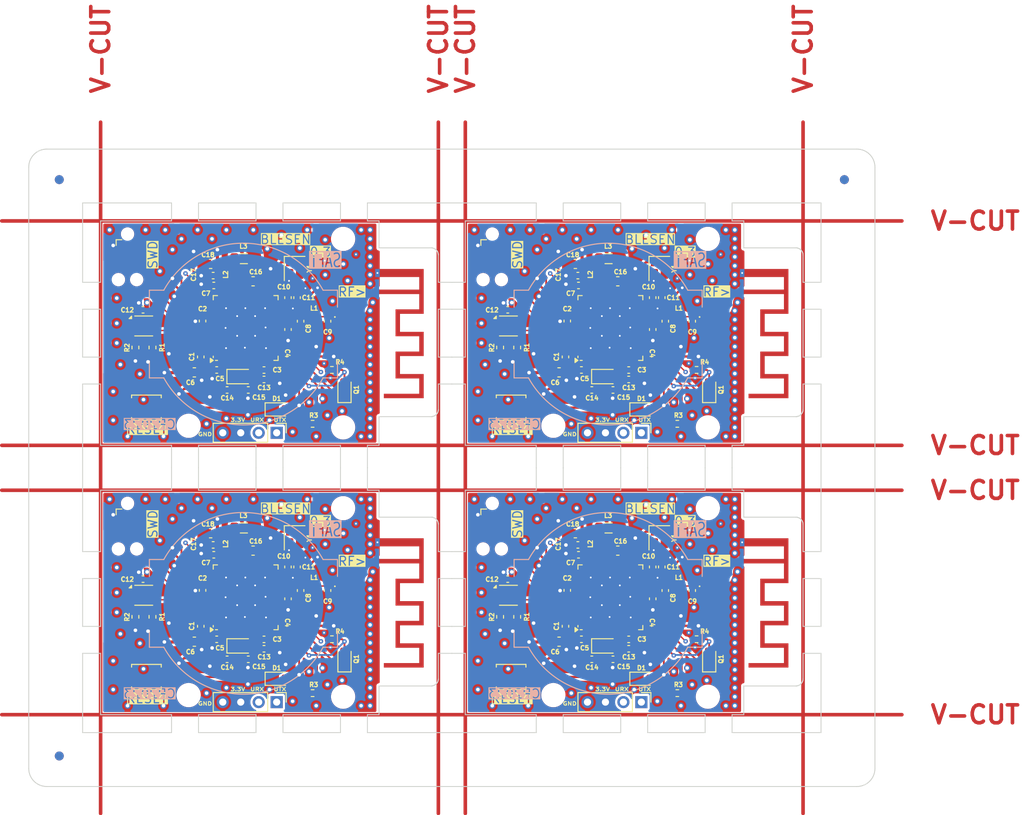
<source format=kicad_pcb>
(kicad_pcb (version 20240108) (generator "pcbnew") (generator_version "8.0")
  (layers (0 "F.Cu" signal) (1 "In1.Cu" signal) (2 "In2.Cu" signal) (31 "B.Cu" signal) (34 "B.Paste" user) (35 "F.Paste" user) (36 "B.SilkS" user "B.Silkscreen") (37 "F.SilkS" user "F.Silkscreen") (38 "B.Mask" user) (39 "F.Mask" user) (44 "Edge.Cuts" user))
  (net 0 "")
  (net 1 "Board_0-+3.3V")
  (net 2 "Board_0-/NRST")
  (net 3 "Board_0-/OSC_HSE_IN")
  (net 4 "Board_0-/OSC_HSE_OUT")
  (net 5 "Board_0-/OSC_LSE_IN")
  (net 6 "Board_0-/OSC_LSE_OUT")
  (net 7 "Board_0-/RF_FLT_IN")
  (net 8 "Board_0-/RF_FLT_OUT")
  (net 9 "Board_0-/RF_ST_PIN")
  (net 10 "Board_0-/SMPSX")
  (net 11 "Board_0-/SMPSXL")
  (net 12 "Board_0-/UART_RX")
  (net 13 "Board_0-/UART_TX")
  (net 14 "Board_0-/VFBSMPS")
  (net 15 "Board_0-GND")
  (net 16 "Board_0-LED")
  (net 17 "Board_0-Net-(D1-A)")
  (net 18 "Board_0-PHOTO_OUT")
  (net 19 "Board_0-PHOTO_V")
  (net 20 "Board_0-SCL")
  (net 21 "Board_0-SDA")
  (net 22 "Board_0-SWDCLK")
  (net 23 "Board_0-SWDIO")
  (net 24 "Board_0-unconnected-(J1-SWO-Pad6)")
  (net 25 "Board_0-unconnected-(U1-AT0-Pad26)")
  (net 26 "Board_0-unconnected-(U1-AT1-Pad27)")
  (net 27 "Board_0-unconnected-(U1-PA0-Pad9)")
  (net 28 "Board_0-unconnected-(U1-PA1-Pad10)")
  (net 29 "Board_0-unconnected-(U1-PA11-Pad37)")
  (net 30 "Board_0-unconnected-(U1-PA12-Pad38)")
  (net 31 "Board_0-unconnected-(U1-PA15-Pad42)")
  (net 32 "Board_0-unconnected-(U1-PA2-Pad11)")
  (net 33 "Board_0-unconnected-(U1-PA6-Pad15)")
  (net 34 "Board_0-unconnected-(U1-PA7-Pad16)")
  (net 35 "Board_0-unconnected-(U1-PA8-Pad17)")
  (net 36 "Board_0-unconnected-(U1-PB0-Pad28)")
  (net 37 "Board_0-unconnected-(U1-PB1-Pad29)")
  (net 38 "Board_0-unconnected-(U1-PB2-Pad19)")
  (net 39 "Board_0-unconnected-(U1-PB3-Pad43)")
  (net 40 "Board_0-unconnected-(U1-PB4-Pad44)")
  (net 41 "Board_0-unconnected-(U1-PB5-Pad45)")
  (net 42 "Board_0-unconnected-(U1-PB8-Pad5)")
  (net 43 "Board_0-unconnected-(U1-PB9-Pad6)")
  (net 44 "Board_0-unconnected-(U1-PE4-Pad30)")
  (net 45 "Board_0-unconnected-(U1-PH3-Pad4)")
  (net 46 "Board_0-unconnected-(U2-NC-Pad5)")
  (net 47 "Board_1-+3.3V")
  (net 48 "Board_1-/NRST")
  (net 49 "Board_1-/OSC_HSE_IN")
  (net 50 "Board_1-/OSC_HSE_OUT")
  (net 51 "Board_1-/OSC_LSE_IN")
  (net 52 "Board_1-/OSC_LSE_OUT")
  (net 53 "Board_1-/RF_FLT_IN")
  (net 54 "Board_1-/RF_FLT_OUT")
  (net 55 "Board_1-/RF_ST_PIN")
  (net 56 "Board_1-/SMPSX")
  (net 57 "Board_1-/SMPSXL")
  (net 58 "Board_1-/UART_RX")
  (net 59 "Board_1-/UART_TX")
  (net 60 "Board_1-/VFBSMPS")
  (net 61 "Board_1-GND")
  (net 62 "Board_1-LED")
  (net 63 "Board_1-Net-(D1-A)")
  (net 64 "Board_1-PHOTO_OUT")
  (net 65 "Board_1-PHOTO_V")
  (net 66 "Board_1-SCL")
  (net 67 "Board_1-SDA")
  (net 68 "Board_1-SWDCLK")
  (net 69 "Board_1-SWDIO")
  (net 70 "Board_1-unconnected-(J1-SWO-Pad6)")
  (net 71 "Board_1-unconnected-(U1-AT0-Pad26)")
  (net 72 "Board_1-unconnected-(U1-AT1-Pad27)")
  (net 73 "Board_1-unconnected-(U1-PA0-Pad9)")
  (net 74 "Board_1-unconnected-(U1-PA1-Pad10)")
  (net 75 "Board_1-unconnected-(U1-PA11-Pad37)")
  (net 76 "Board_1-unconnected-(U1-PA12-Pad38)")
  (net 77 "Board_1-unconnected-(U1-PA15-Pad42)")
  (net 78 "Board_1-unconnected-(U1-PA2-Pad11)")
  (net 79 "Board_1-unconnected-(U1-PA6-Pad15)")
  (net 80 "Board_1-unconnected-(U1-PA7-Pad16)")
  (net 81 "Board_1-unconnected-(U1-PA8-Pad17)")
  (net 82 "Board_1-unconnected-(U1-PB0-Pad28)")
  (net 83 "Board_1-unconnected-(U1-PB1-Pad29)")
  (net 84 "Board_1-unconnected-(U1-PB2-Pad19)")
  (net 85 "Board_1-unconnected-(U1-PB3-Pad43)")
  (net 86 "Board_1-unconnected-(U1-PB4-Pad44)")
  (net 87 "Board_1-unconnected-(U1-PB5-Pad45)")
  (net 88 "Board_1-unconnected-(U1-PB8-Pad5)")
  (net 89 "Board_1-unconnected-(U1-PB9-Pad6)")
  (net 90 "Board_1-unconnected-(U1-PE4-Pad30)")
  (net 91 "Board_1-unconnected-(U1-PH3-Pad4)")
  (net 92 "Board_1-unconnected-(U2-NC-Pad5)")
  (net 93 "Board_2-+3.3V")
  (net 94 "Board_2-/NRST")
  (net 95 "Board_2-/OSC_HSE_IN")
  (net 96 "Board_2-/OSC_HSE_OUT")
  (net 97 "Board_2-/OSC_LSE_IN")
  (net 98 "Board_2-/OSC_LSE_OUT")
  (net 99 "Board_2-/RF_FLT_IN")
  (net 100 "Board_2-/RF_FLT_OUT")
  (net 101 "Board_2-/RF_ST_PIN")
  (net 102 "Board_2-/SMPSX")
  (net 103 "Board_2-/SMPSXL")
  (net 104 "Board_2-/UART_RX")
  (net 105 "Board_2-/UART_TX")
  (net 106 "Board_2-/VFBSMPS")
  (net 107 "Board_2-GND")
  (net 108 "Board_2-LED")
  (net 109 "Board_2-Net-(D1-A)")
  (net 110 "Board_2-PHOTO_OUT")
  (net 111 "Board_2-PHOTO_V")
  (net 112 "Board_2-SCL")
  (net 113 "Board_2-SDA")
  (net 114 "Board_2-SWDCLK")
  (net 115 "Board_2-SWDIO")
  (net 116 "Board_2-unconnected-(J1-SWO-Pad6)")
  (net 117 "Board_2-unconnected-(U1-AT0-Pad26)")
  (net 118 "Board_2-unconnected-(U1-AT1-Pad27)")
  (net 119 "Board_2-unconnected-(U1-PA0-Pad9)")
  (net 120 "Board_2-unconnected-(U1-PA1-Pad10)")
  (net 121 "Board_2-unconnected-(U1-PA11-Pad37)")
  (net 122 "Board_2-unconnected-(U1-PA12-Pad38)")
  (net 123 "Board_2-unconnected-(U1-PA15-Pad42)")
  (net 124 "Board_2-unconnected-(U1-PA2-Pad11)")
  (net 125 "Board_2-unconnected-(U1-PA6-Pad15)")
  (net 126 "Board_2-unconnected-(U1-PA7-Pad16)")
  (net 127 "Board_2-unconnected-(U1-PA8-Pad17)")
  (net 128 "Board_2-unconnected-(U1-PB0-Pad28)")
  (net 129 "Board_2-unconnected-(U1-PB1-Pad29)")
  (net 130 "Board_2-unconnected-(U1-PB2-Pad19)")
  (net 131 "Board_2-unconnected-(U1-PB3-Pad43)")
  (net 132 "Board_2-unconnected-(U1-PB4-Pad44)")
  (net 133 "Board_2-unconnected-(U1-PB5-Pad45)")
  (net 134 "Board_2-unconnected-(U1-PB8-Pad5)")
  (net 135 "Board_2-unconnected-(U1-PB9-Pad6)")
  (net 136 "Board_2-unconnected-(U1-PE4-Pad30)")
  (net 137 "Board_2-unconnected-(U1-PH3-Pad4)")
  (net 138 "Board_2-unconnected-(U2-NC-Pad5)")
  (net 139 "Board_3-+3.3V")
  (net 140 "Board_3-/NRST")
  (net 141 "Board_3-/OSC_HSE_IN")
  (net 142 "Board_3-/OSC_HSE_OUT")
  (net 143 "Board_3-/OSC_LSE_IN")
  (net 144 "Board_3-/OSC_LSE_OUT")
  (net 145 "Board_3-/RF_FLT_IN")
  (net 146 "Board_3-/RF_FLT_OUT")
  (net 147 "Board_3-/RF_ST_PIN")
  (net 148 "Board_3-/SMPSX")
  (net 149 "Board_3-/SMPSXL")
  (net 150 "Board_3-/UART_RX")
  (net 151 "Board_3-/UART_TX")
  (net 152 "Board_3-/VFBSMPS")
  (net 153 "Board_3-GND")
  (net 154 "Board_3-LED")
  (net 155 "Board_3-Net-(D1-A)")
  (net 156 "Board_3-PHOTO_OUT")
  (net 157 "Board_3-PHOTO_V")
  (net 158 "Board_3-SCL")
  (net 159 "Board_3-SDA")
  (net 160 "Board_3-SWDCLK")
  (net 161 "Board_3-SWDIO")
  (net 162 "Board_3-unconnected-(J1-SWO-Pad6)")
  (net 163 "Board_3-unconnected-(U1-AT0-Pad26)")
  (net 164 "Board_3-unconnected-(U1-AT1-Pad27)")
  (net 165 "Board_3-unconnected-(U1-PA0-Pad9)")
  (net 166 "Board_3-unconnected-(U1-PA1-Pad10)")
  (net 167 "Board_3-unconnected-(U1-PA11-Pad37)")
  (net 168 "Board_3-unconnected-(U1-PA12-Pad38)")
  (net 169 "Board_3-unconnected-(U1-PA15-Pad42)")
  (net 170 "Board_3-unconnected-(U1-PA2-Pad11)")
  (net 171 "Board_3-unconnected-(U1-PA6-Pad15)")
  (net 172 "Board_3-unconnected-(U1-PA7-Pad16)")
  (net 173 "Board_3-unconnected-(U1-PA8-Pad17)")
  (net 174 "Board_3-unconnected-(U1-PB0-Pad28)")
  (net 175 "Board_3-unconnected-(U1-PB1-Pad29)")
  (net 176 "Board_3-unconnected-(U1-PB2-Pad19)")
  (net 177 "Board_3-unconnected-(U1-PB3-Pad43)")
  (net 178 "Board_3-unconnected-(U1-PB4-Pad44)")
  (net 179 "Board_3-unconnected-(U1-PB5-Pad45)")
  (net 180 "Board_3-unconnected-(U1-PB8-Pad5)")
  (net 181 "Board_3-unconnected-(U1-PB9-Pad6)")
  (net 182 "Board_3-unconnected-(U1-PE4-Pad30)")
  (net 183 "Board_3-unconnected-(U1-PH3-Pad4)")
  (net 184 "Board_3-unconnected-(U2-NC-Pad5)")
  (footprint "Capacitor_SMD:C_0402_1005Metric" (layer "F.Cu") (at 164.08 76.83 180)
    (property "Reference" "C14")
    (property "Value" "10p")
  )
  (footprint "Inductor_SMD:L_0402_1005Metric" (layer "F.Cu") (at 133.163 68.6694)
    (property "Reference" "L1")
    (property "Value" "2nH7")
  )
  (footprint "Resistor_SMD:R_0402_1005Metric" (layer "F.Cu") (at 115.175 42.1 90)
    (property "Reference" "R1")
    (property "Value" "10k")
  )
  (footprint "Inductor_SMD:L_0402_1005Metric" (layer "F.Cu") (at 124.29 64.13 90)
    (property "Reference" "L2")
    (property "Value" "10nH")
  )
  (footprint "Capacitor_SMD:C_0402_1005Metric" (layer "F.Cu") (at 120.55 73.15 -90)
    (property "Reference" "C1")
    (property "Value" "100n")
  )
  (footprint "Capacitor_SMD:C_0402_1005Metric" (layer "F.Cu") (at 125.84 76.83)
    (property "Reference" "C15")
    (property "Value" "10p")
  )
  (footprint "Connector_PinHeader_2.00mm:PinHeader_1x04_P2.00mm_Vertical" (layer "F.Cu") (at 129 81.6 -90)
    (property "Reference" "J3" (hide yes))
    (property "Value" "~")
  )
  (footprint "Fiducial:Fiducial_0.5mm_Mask1mm" (layer "F.Cu") (at 174 29)
    (property "Reference" "FID3" (hide yes))
    (property "Value" "Fiducial")
  )
  (footprint "Inductor_SMD:L_0805_2012Metric" (layer "F.Cu") (at 165.95 62.2)
    (property "Reference" "L3")
    (property "Value" "10uH")
  )
  (footprint "Resistor_SMD:R_0402_1005Metric" (layer "F.Cu") (at 133 50.6)
    (property "Reference" "R3")
    (property "Value" "1k")
  )
  (footprint "DLF162500:DLF162500LT-5028A1" (layer "F.Cu") (at 177.15 68.7)
    (property "Reference" "FLT1" (hide yes))
    (property "Value" "DLF162500LT-5028A1")
  )
  (footprint "MountingHole:MountingHole_2.2mm_M2_DIN965" (layer "F.Cu") (at 159.8 80.82)
    (property "Reference" "H3" (hide yes))
    (property "Value" "MountingHole")
  )
  (footprint "Sensor_Humidity:Sensirion_DFN-4-1EP_2x2mm_P1mm_EP0.7x1.6mm" (layer "F.Cu") (at 114.2 39.7)
    (property "Reference" "U2" (hide yes))
    (property "Value" "SHTC3")
  )
  (footprint "Connector:Tag-Connect_TC2030-IDC-NL_2x03_P1.27mm_Vertical" (layer "F.Cu") (at 153 32 -90)
    (property "Reference" "J1" (hide yes))
    (property "Value" "Conn_ARM_SWD_TagConnect_TC2030")
  )
  (footprint "Resistor_SMD:R_0402_1005Metric" (layer "F.Cu") (at 175.75 44.6)
    (property "Reference" "R4")
    (property "Value" "470")
  )
  (footprint "Capacitor_SMD:C_0402_1005Metric" (layer "F.Cu") (at 168.19 44.61)
    (property "Reference" "C3")
    (property "Value" "100n")
  )
  (footprint "Sensor_Humidity:Sensirion_DFN-4-1EP_2x2mm_P1mm_EP0.7x1.6mm" (layer "F.Cu") (at 114.2 69.7)
    (property "Reference" "U2" (hide yes))
    (property "Value" "SHTC3")
  )
  (footprint "Capacitor_SMD:C_0402_1005Metric" (layer "F.Cu") (at 162.6 35.19 180)
    (property "Reference" "C7")
    (property "Value" "100n")
  )
  (footprint "MountingHole:MountingHole_2.2mm_M2_DIN965" (layer "F.Cu") (at 177 30)
    (property "Reference" "H4" (hide yes))
    (property "Value" "MountingHole")
  )
  (footprint "Capacitor_SMD:C_0603_1608Metric" (layer "F.Cu") (at 160.438 74.8694)
    (property "Reference" "C6")
    (property "Value" "4u7")
  )
  (footprint "Capacitor_SMD:C_0402_1005Metric" (layer "F.Cu") (at 162.925 44.6024 180)
    (property "Reference" "C5")
    (property "Value" "100n")
  )
  (footprint "Capacitor_SMD:C_0402_1005Metric" (layer "F.Cu") (at 127.59 74.61)
    (property "Reference" "C3")
    (property "Value" "100n")
  )
  (footprint "Capacitor_SMD:C_0402_1005Metric" (layer "F.Cu") (at 130.258018 66.5444 90)
    (property "Reference" "C10")
    (property "Value" "100p")
  )
  (footprint "Resistor_SMD:R_0402_1005Metric" (layer "F.Cu") (at 113.275 72.1 90)
    (property "Reference" "R2")
    (property "Value" "10k")
  )
  (footprint "Package_DFN_QFN:QFN-48-1EP_7x7mm_P0.5mm_EP5.6x5.6mm" (layer "F.Cu") (at 125.55 69.925 90)
    (property "Reference" "U1" (hide yes))
    (property "Value" "STM32WB55CGUx" (hide yes))
  )
  (footprint "Diode_SMD:D_0603_1608Metric" (layer "F.Cu") (at 136.55 76.75 90)
    (property "Reference" "Q1")
    (property "Value" "Q_Photo_NPN")
  )
  (footprint "Crystal:Crystal_SMD_2016-4Pin_2.0x1.6mm" (layer "F.Cu") (at 131 33.3 -90)
    (property "Reference" "Y1")
    (property "Value" "32 MHz")
  )
  (footprint "Capacitor_SMD:C_0402_1005Metric" (layer "F.Cu") (at 123.48 46.83 180)
    (property "Reference" "C14")
    (property "Value" "10p")
  )
  (footprint "Capacitor_SMD:C_0603_1608Metric" (layer "F.Cu") (at 162.25 62.79 180)
    (property "Reference" "C18")
    (property "Value" "4u7")
  )
  (footprint "Capacitor_SMD:C_0402_1005Metric" (layer "F.Cu") (at 172.263 39.1694 -90)
    (property "Reference" "C8")
    (property "Value" "0p8")
  )
  (footprint "Package_DFN_QFN:QFN-48-1EP_7x7mm_P0.5mm_EP5.6x5.6mm" (layer "F.Cu") (at 166.15 69.925 90)
    (property "Reference" "U1" (hide yes))
    (property "Value" "STM32WB55CGUx" (hide yes))
  )
  (footprint "MountingHole:MountingHole_2.2mm_M2_DIN965" (layer "F.Cu") (at 119.2 80.82)
    (property "Reference" "H3" (hide yes))
    (property "Value" "MountingHole")
  )
  (footprint "Capacitor_SMD:C_0402_1005Metric" (layer "F.Cu") (at 170.858018 66.5444 90)
    (property "Reference" "C10")
    (property "Value" "100p")
  )
  (footprint "Crystal:Crystal_SMD_2012-2Pin_2.0x1.2mm" (layer "F.Cu") (at 124.66 45.34)
    (property "Reference" "Y2" (hide yes))
    (property "Value" "32.768KHz")
  )
  (footprint "Capacitor_SMD:C_0402_1005Metric" (layer "F.Cu") (at 170.863 70.0944 -90)
    (property "Reference" "C4")
    (property "Value" "100n")
  )
  (footprint "Capacitor_SMD:C_0402_1005Metric" (layer "F.Cu") (at 127.59 75.66)
    (property "Reference" "C13")
    (property "Value" "100n")
  )
  (footprint "Fiducial:Fiducial_0.5mm_Mask1mm" (layer "F.Cu") (at 117.9 59)
    (property "Reference" "FID1" (hide yes))
    (property "Value" "Fiducial")
  )
  (footprint "Capacitor_SMD:C_0402_1005Metric" (layer "F.Cu") (at 130.258018 36.5444 90)
    (property "Reference" "C10")
    (property "Value" "100p")
  )
  (footprint "DLF162500:DLF162500LT-5028A1" (layer "F.Cu") (at 136.55 38.7)
    (property "Reference" "FLT1" (hide yes))
    (property "Value" "DLF162500LT-5028A1")
  )
  (footprint "Crystal:Crystal_SMD_2012-2Pin_2.0x1.2mm" (layer "F.Cu") (at 165.26 75.34)
    (property "Reference" "Y2" (hide yes))
    (property "Value" "32.768KHz")
  )
  (footprint "Fiducial:Fiducial_0.5mm_Mask1mm" (layer "F.Cu") (at 158.5 59)
    (property "Reference" "FID1" (hide yes))
    (property "Value" "Fiducial")
  )
  (footprint "RF_Antenna:Texas_SWRA117D_2.4GHz_Right" (layer "F.Cu") (at 180.82 35.9 -90)
    (property "Reference" "AE1" (hide yes))
    (property "Value" "Antenna")
  )
  (footprint "Fiducial:Fiducial_0.5mm_Mask1mm" (layer "F.Cu") (at 158.5 73.5)
    (property "Reference" "FID2" (hide yes))
    (property "Value" "Fiducial")
  )
  (footprint "MountingHole:MountingHole_2.2mm_M2_DIN965" (layer "F.Cu") (at 136.4 81)
    (property "Reference" "H2" (hide yes))
    (property "Value" "MountingHole")
  )
  (footprint "Inductor_SMD:L_0402_1005Metric" (layer "F.Cu") (at 173.763 38.6694)
    (property "Reference" "L1")
    (property "Value" "2nH7")
  )
  (footprint "Crystal:Crystal_SMD_2012-2Pin_2.0x1.2mm" (layer "F.Cu") (at 124.66 75.34)
    (property "Reference" "Y2" (hide yes))
    (property "Value" "32.768KHz")
  )
  (footprint "Capacitor_SMD:C_0402_1005Metric" (layer "F.Cu") (at 134.663 69.1694 -90)
    (property "Reference" "C9")
    (property "Value" "0p3")
  )
  (footprint "Capacitor_SMD:C_0402_1005Metric" (layer "F.Cu") (at 130.263 70.0944 -90)
    (property "Reference" "C4")
    (property "Value" "100n")
  )
  (footprint "Capacitor_SMD:C_0402_1005Metric" (layer "F.Cu") (at 162.53 64.09 180)
    (property "Reference" "C17")
    (property "Value" "100n")
  )
  (footprint "Capacitor_SMD:C_0402_1005Metric" (layer "F.Cu") (at 166.44 76.83)
    (property "Reference" "C15")
    (property "Value" "10p")
  )
  (footprint "Crystal:Crystal_SMD_2016-4Pin_2.0x1.6mm" (layer "F.Cu") (at 171.6 63.3 -90)
    (property "Reference" "Y1")
    (property "Value" "32 MHz")
  )
  (footprint "Connector_PinHeader_2.00mm:PinHeader_1x04_P2.00mm_Vertical" (layer "F.Cu") (at 169.6 81.6 -90)
    (property "Reference" "J3" (hide yes))
    (property "Value" "~")
  )
  (footprint "Capacitor_SMD:C_0402_1005Metric" (layer "F.Cu") (at 120.75 39.15 -90)
    (property "Reference" "C2")
    (property "Value" "100n")
  )
  (footprint "Resistor_SMD:R_0402_1005Metric" (layer "F.Cu") (at 115.175 72.1 90)
    (property "Reference" "R1")
    (property "Value" "10k")
  )
  (footprint "Inductor_SMD:L_0805_2012Metric" (layer "F.Cu") (at 165.95 32.2)
    (property "Reference" "L3")
    (property "Value" "10uH")
  )
  (footprint "LED_SMD:LED_0603_1608Metric" (layer "F.Cu") (at 129.2 79)
    (property "Reference" "D1")
    (property "Value" "LED")
  )
  (footprint "Capacitor_SMD:C_0402_1005Metric" (layer "F.Cu") (at 175.263 39.1694 -90)
    (property "Reference" "C9")
    (property "Value" "0p3")
  )
  (footprint "Fiducial:Fiducial_0.5mm_Mask1mm" (layer "F.Cu") (at 117.9 73.5)
    (property "Reference" "FID2" (hide yes))
    (property "Value" "Fiducial")
  )
  (footprint "Resistor_SMD:R_0402_1005Metric" (layer "F.Cu") (at 155.775 72.1 90)
    (property "Reference" "R1")
    (property "Value" "10k")
  )
  (footprint "RF_Antenna:Texas_SWRA117D_2.4GHz_Right" (layer "F.Cu") (at 180.82 65.9 -90)
    (property "Reference" "AE1" (hide yes))
    (property "Value" "Antenna")
  )
  (footprint "Capacitor_SMD:C_0402_1005Metric" (layer "F.Cu") (at 114.125 67.9)
    (property "Reference" "C12")
    (property "Value" "100n")
  )
  (footprint "MountingHole:MountingHole_2.2mm_M2_DIN965" (layer "F.Cu") (at 177 51)
    (property "Reference" "H2" (hide yes))
    (property "Value" "MountingHole")
  )
  (footprint "Capacitor_SMD:C_0402_1005Metric" (layer "F.Cu") (at 168.19 45.66)
    (property "Reference" "C13")
    (property "Value" "100n")
  )
  (footprint "Crystal:Crystal_SMD_2016-4Pin_2.0x1.6mm" (layer "F.Cu") (at 171.6 33.3 -90)
    (property "Reference" "Y1")
    (property "Value" "32 MHz")
  )
  (footprint "Capacitor_SMD:C_0402_1005Metric" (layer "F.Cu") (at 123.48 76.83 180)
    (property "Reference" "C14")
    (property "Value" "10p")
  )
  (footprint "Capacitor_SMD:C_0402_1005Metric" (layer "F.Cu") (at 131.663 39.1694 -90)
    (property "Reference" "C8")
    (property "Value" "0p8")
  )
  (footprint "Capacitor_SMD:C_0402_1005Metric" (layer "F.Cu") (at 121.93 34.09 180)
    (property "Reference" "C17")
    (property "Value" "100n")
  )
  (footprint "Capacitor_SMD:C_0402_1005Metric" (layer "F.Cu") (at 170.863 40.0944 -90)
    (property "Reference" "C4")
    (property "Value" "100n")
  )
  (footprint "Fiducial:Fiducial_0.5mm_Mask1mm" (layer "F.Cu") (at 133.4 59)
    (property "Reference" "FID3" (hide yes))
    (property "Value" "Fiducial")
  )
  (footprint "Inductor_SMD:L_0402_1005Metric" (layer "F.Cu") (at 124.29 34.13 90)
    (property "Reference" "L2")
    (property "Value" "10nH")
  )
  (footprint "MountingHole:MountingHole_2.2mm_M2_DIN965" (layer "F.Cu") (at 119.2 50.82)
    (property "Reference" "H3" (hide yes))
    (property "Value" "MountingHole")
  )
  (footprint "Inductor_SMD:L_0805_2012Metric" (layer "F.Cu") (at 125.35 62.2)
    (property "Reference" "L3")
    (property "Value" "10uH")
  )
  (footprint "Connector_PinHeader_2.00mm:PinHeader_1x04_P2.00mm_Vertical" (layer "F.Cu") (at 129 51.6 -90)
    (property "Reference" "J3" (hide yes))
    (property "Value" "~")
  )
  (footprint "Capacitor_SMD:C_0603_1608Metric" (layer "F.Cu") (at 166.975 64.725)
    (property "Reference" "C16")
    (property "Value" "4u7")
  )
  (footprint "MountingHole:MountingHole_2.2mm_M2_DIN965" (layer "F.Cu") (at 177 60)
    (property "Reference" "H4" (hide yes))
    (property "Value" "MountingHole")
  )
  (footprint "MountingHole:MountingHole_2.2mm_M2_DIN965" (layer "F.Cu") (at 177 81)
    (property "Reference" "H2" (hide yes))
    (property "Value" "MountingHole")
  )
  (footprint "Capacitor_SMD:C_0603_1608Metric" (layer "F.Cu") (at 160.438 44.8694)
    (property "Reference" "C6")
    (property "Value" "4u7")
  )
  (footprint "Sensor_Humidity:Sensirion_DFN-4-1EP_2x2mm_P1mm_EP0.7x1.6mm" (layer "F.Cu") (at 154.8 39.7)
    (property "Reference" "U2" (hide yes))
    (property "Value" "SHTC3")
  )
  (footprint "Capacitor_SMD:C_0402_1005Metric" (layer "F.Cu") (at 122.325 44.6024 180)
    (property "Reference" "C5")
    (property "Value" "100n")
  )
  (footprint "Resistor_SMD:R_0402_1005Metric" (layer "F.Cu") (at 173.6 50.6)
    (property "Reference" "R3")
    (property "Value" "1k")
  )
  (footprint "Inductor_SMD:L_0402_1005Metric" (layer "F.Cu") (at 133.163 38.6694)
    (property "Reference" "L1")
    (property "Value" "2nH7")
  )
  (footprint "Button_Switch_SMD:SW_SPST_B3U-1000P" (layer "F.Cu") (at 114.5 48.8 180)
    (property "Reference" "RST1" (hide yes))
    (property "Value" "B3U-1000P")
  )
  (footprint "Package_DFN_QFN:QFN-48-1EP_7x7mm_P0.5mm_EP5.6x5.6mm" (layer "F.Cu") (at 125.55 39.925 90)
    (property "Reference" "U1" (hide yes))
    (property "Value" "STM32WB55CGUx" (hide yes))
  )
  (footprint "Capacitor_SMD:C_0603_1608Metric" (layer "F.Cu") (at 126.375 64.725)
    (property "Reference" "C16")
    (property "Value" "4u7")
  )
  (footprint "Capacitor_SMD:C_0402_1005Metric" (layer "F.Cu") (at 120.55 43.15 -90)
    (property "Reference" "C1")
    (property "Value" "100n")
  )
  (footprint "LED_SMD:LED_0603_1608Metric" (layer "F.Cu") (at 169.8 79)
    (property "Reference" "D1")
    (property "Value" "LED")
  )
  (footprint "LED_SMD:LED_0603_1608Metric" (layer "F.Cu") (at 129.2 49)
    (property "Reference" "D1")
    (property "Value" "LED")
  )
  (footprint "Resistor_SMD:R_0402_1005Metric" (layer "F.Cu") (at 153.875 72.1 90)
    (property "Reference" "R2")
    (property "Value" "10k")
  )
  (footprint "Capacitor_SMD:C_0402_1005Metric" (layer "F.Cu") (at 122 65.19 180)
    (property "Reference" "C7")
    (property "Value" "100n")
  )
  (footprint "Connector_PinHeader_2.00mm:PinHeader_1x04_P2.00mm_Vertical" (layer "F.Cu") (at 169.6 51.6 -90)
    (property "Reference" "J3" (hide yes))
    (property "Value" "~")
  )
  (footprint "Resistor_SMD:R_0402_1005Metric" (layer "F.Cu") (at 155.775 42.1 90)
    (property "Reference" "R1")
    (property "Value" "10k")
  )
  (footprint "Fiducial:Fiducial_0.5mm_Mask1mm" (layer "F.Cu") (at 117.9 43.5)
    (property "Reference" "FID2" (hide yes))
    (property "Value" "Fiducial")
  )
  (footprint "Capacitor_SMD:C_0402_1005Metric" (layer "F.Cu") (at 127.59 45.66)
    (property "Reference" "C13")
    (property "Value" "100n")
  )
  (footprint "DLF162500:DLF162500LT-5028A1" (layer "F.Cu") (at 177.15 38.7)
    (property "Reference" "FLT1" (hide yes))
    (property "Value" "DLF162500LT-5028A1")
  )
  (footprint "Inductor_SMD:L_0402_1005Metric" (layer "F.Cu") (at 173.763 68.6694)
    (property "Reference" "L1")
    (property "Value" "2nH7")
  )
  (footprint "Fiducial:Fiducial_0.5mm_Mask1mm" (layer "F.Cu") (at 133.4 29)
    (property "Reference" "FID3" (hide yes))
    (property "Value" "Fiducial")
  )
  (footprint "Capacitor_SMD:C_0402_1005Metric" (layer "F.Cu") (at 172.263 69.1694 -90)
    (property "Reference" "C8")
    (property "Value" "0p8")
  )
  (footprint "Diode_SMD:D_0603_1608Metric" (layer "F.Cu") (at 177.15 76.75 90)
    (property "Reference" "Q1")
    (property "Value" "Q_Photo_NPN")
  )
  (footprint "Capacitor_SMD:C_0603_1608Metric" (layer "F.Cu") (at 121.65 62.79 180)
    (property "Reference" "C18")
    (property "Value" "4u7")
  )
  (footprint "Resistor_SMD:R_0402_1005Metric" (layer "F.Cu") (at 135.15 44.6)
    (property "Reference" "R4")
    (property "Value" "470")
  )
  (footprint "Capacitor_SMD:C_0402_1005Metric" (layer "F.Cu") (at 162.925 74.6024 180)
    (property "Reference" "C5")
    (property "Value" "100n")
  )
  (footprint "LED_SMD:LED_0603_1608Metric" (layer "F.Cu") (at 169.8 49)
    (property "Reference" "D1")
    (property "Value" "LED")
  )
  (footprint "Capacitor_SMD:C_0402_1005Metric" (layer "F.Cu") (at 162.53 34.09 180)
    (property "Reference" "C17")
    (property "Value" "100n")
  )
  (footprint "Resistor_SMD:R_0402_1005Metric" (layer "F.Cu") (at 133 80.6)
    (property "Reference" "R3")
    (property "Value" "1k")
  )
  (footprint "Button_Switch_SMD:SW_SPST_B3U-1000P" (layer "F.Cu") (at 155.1 78.8 180)
    (property "Reference" "RST1" (hide yes))
    (property "Value" "B3U-1000P")
  )
  (footprint "Fiducial" (layer "F.Cu") (at 104.8 23.4)
    (property "Reference" "KiKit_FID_T_1" (hide yes))
    (property "Value" "Fiducial" (hide yes))
  )
  (footprint "Diode_SMD:D_0603_1608Metric" (layer "F.Cu") (at 136.55 46.75 90)
    (property "Reference" "Q1")
    (property "Value" "Q_Photo_NPN")
  )
  (footprint "Fiducial" (layer "F.Cu") (at 104.8 87.6)
    (property "Reference" "KiKit_FID_T_3" (hide yes))
    (property "Value" "Fiducial" (hide yes))
  )
  (footprint "Capacitor_SMD:C_0402_1005Metric" (layer "F.Cu") (at 130.263 40.0944 -90)
    (property "Reference" "C4")
    (property "Value" "100n")
  )
  (footprint "Resistor_SMD:R_0402_1005Metric" (layer "F.Cu") (at 113.275 42.1 90)
    (property "Reference" "R2")
    (property "Value" "10k")
  )
  (footprint "Connector:Tag-Connect_TC2030-IDC-NL_2x03_P1.27mm_Vertical" (layer "F.Cu") (at 112.4 32 -90)
    (property "Reference" "J1" (hide yes))
    (property "Value" "Conn_ARM_SWD_TagConnect_TC2030")
  )
  (footprint "Capacitor_SMD:C_0603_1608Metric" (layer "F.Cu") (at 126.375 34.725)
    (property "Reference" "C16")
    (property "Value" "4u7")
  )
  (footprint "RF_Antenna:Texas_SWRA117D_2.4GHz_Right" (layer "F.Cu") (at 140.22 35.9 -90)
    (property "Reference" "AE1" (hide yes))
    (property "Value" "Antenna")
  )
  (footprint "Fiducial:Fiducial_0.5mm_Mask1mm" (layer "F.Cu") (at 158.5 43.5)
    (property "Reference" "FID2" (hide yes))
    (property "Value" "Fiducial")
  )
  (footprint "Capacitor_SMD:C_0402_1005Metric" (layer "F.Cu") (at 175.263 69.1694 -90)
    (property "Reference" "C9")
    (property "Value" "0p3")
  )
  (footprint "Inductor_SMD:L_0402_1005Metric" (layer "F.Cu") (at 164.89 64.13 90)
    (property "Reference" "L2")
    (property "Value" "10nH")
  )
  (footprint "Fiducial" (layer "F.Cu") (at 192.2 23.4)
    (property "Reference" "KiKit_FID_T_2" (hide yes))
    (property "Value" "Fiducial" (hide yes))
  )
  (footprint "Inductor_SMD:L_0805_2012Metric" (layer "F.Cu") (at 125.35 32.2)
    (property "Reference" "L3")
    (property "Value" "10uH")
  )
  (footprint "Crystal:Crystal_SMD_2016-4Pin_2.0x1.6mm" (layer "F.Cu") (at 131 63.3 -90)
    (property "Reference" "Y1")
    (property "Value" "32 MHz")
  )
  (footprint "Capacitor_SMD:C_0402_1005Metric" (layer "F.Cu") (at 170.858018 36.5444 90)
    (property "Reference" "C10")
    (property "Value" "100p")
  )
  (footprint "Capacitor_SMD:C_0402_1005Metric" (layer "F.Cu") (at 122 35.19 180)
    (property "Reference" "C7")
    (property "Value" "100n")
  )
  (footprint "Capacitor_SMD:C_0603_1608Metric" (layer "F.Cu") (at 162.25 32.79 180)
    (property "Reference" "C18")
    (property "Value" "4u7")
  )
  (footprint "Capacitor_SMD:C_0603_1608Metric" (layer "F.Cu") (at 166.975 34.725)
    (property "Reference" "C16")
    (property "Value" "4u7")
  )
  (footprint "Connector:Tag-Connect_TC2030-IDC-NL_2x03_P1.27mm_Vertical" (layer "F.Cu") (at 153 62 -90)
    (property "Reference" "J1" (hide yes))
    (property "Value" "Conn_ARM_SWD_TagConnect_TC2030")
  )
  (footprint "Capacitor_SMD:C_0402_1005Metric" (layer "F.Cu") (at 121.93 64.09 180)
    (property "Reference" "C17")
    (property "Value" "100n")
  )
  (footprint "Capacitor_SMD:C_0402_1005Metric" (layer "F.Cu") (at 131.663 69.1694 -90)
    (property "Reference" "C8")
    (property "Value" "0p8")
  )
  (footprint "MountingHole:MountingHole_2.2mm_M2_DIN965" (layer "F.Cu") (at 136.4 60)
    (property "Reference" "H4" (hide yes))
    (property "Value" "MountingHole")
  )
  (footprint "Connector:Tag-Connect_TC2030-IDC-NL_2x03_P1.27mm_Vertical" (layer "F.Cu") (at 112.4 62 -90)
    (property "Reference" "J1" (hide yes))
    (property "Value" "Conn_ARM_SWD_TagConnect_TC2030")
  )
  (footprint "Inductor_SMD:L_0402_1005Metric" (layer "F.Cu") (at 164.89 34.13 90)
    (property "Reference" "L2")
    (property "Value" "10nH")
  )
  (footprint "Sensor_Humidity:Sensirion_DFN-4-1EP_2x2mm_P1mm_EP0.7x1.6mm" (layer "F.Cu") (at 154.8 69.7)
    (property "Reference" "U2" (hide yes))
    (property "Value" "SHTC3")
  )
  (footprint "Capacitor_SMD:C_0402_1005Metric" (layer "F.Cu") (at 171.869678 36.5444 90)
    (property "Reference" "C11")
    (property "Value" "100n")
  )
  (footprint "Resistor_SMD:R_0402_1005Metric" (layer "F.Cu") (at 135.15 74.6)
    (property "Reference" "R4")
    (property "Value" "470")
  )
  (footprint "Capacitor_SMD:C_0402_1005Metric" (layer "F.Cu") (at 120.75 69.15 -90)
    (property "Reference" "C2")
    (property "Value" "100n")
  )
  (footprint "Capacitor_SMD:C_0402_1005Metric" (layer "F.Cu") (at 161.35 69.15 -90)
    (property "Reference" "C2")
    (property "Value" "100n")
  )
  (footprint "Capacitor_SMD:C_0603_1608Metric" (layer "F.Cu") (at 119.838 74.8694)
    (property "Reference" "C6")
    (property "Value" "4u7")
  )
  (footprint "Fiducial:Fiducial_0.5mm_Mask1mm" (layer "F.Cu") (at 117.9 29)
    (property "Reference" "FID1" (hide yes))
    (property "Value" "Fiducial")
  )
  (footprint "Fiducial:Fiducial_0.5mm_Mask1mm" (layer "F.Cu") (at 158.5 29)
    (property "Reference" "FID1" (hide yes))
    (property "Value" "Fiducial")
  )
  (footprint "Crystal:Crystal_SMD_2012-2Pin_2.0x1.2mm" (layer "F.Cu") (at 165.26 45.34)
    (property "Reference" "Y2" (hide yes))
    (property "Value" "32.768KHz")
  )
  (footprint "Capacitor_SMD:C_0402_1005Metric" (layer "F.Cu") (at 162.6 65.19 180)
    (property "Reference" "C7")
    (property "Value" "100n")
  )
  (footprint "Capacitor_SMD:C_0402_1005Metric" (layer "F.Cu") (at 127.59 44.61)
    (property "Reference" "C3")
    (property "Value" "100n")
  )
  (footprint "Capacitor_SMD:C_0402_1005Metric" (layer "F.Cu") (at 168.19 75.66)
    (property "Reference" "C13")
    (property "Value" "100n")
  )
  (footprint "MountingHole:MountingHole_2.2mm_M2_DIN965" (layer "F.Cu") (at 136.4 51)
    (property "Reference" "H2" (hide yes))
    (property "Value" "MountingHole")
  )
  (footprint "Capacitor_SMD:C_0402_1005Metric" (layer "F.Cu") (at 131.269678 36.5444 90)
    (property "Reference" "C11")
    (property "Value" "100n")
  )
  (footprint "DLF162500:DLF162500LT-5028A1" (layer "F.Cu") (at 136.55 68.7)
    (property "Reference" "FLT1" (hide yes))
    (property "Value" "DLF162500LT-5028A1")
  )
  (footprint "Capacitor_SMD:C_0402_1005Metric" (layer "F.Cu") (at 122.325 74.6024 180)
    (property "Reference" "C5")
    (property "Value" "100n")
  )
  (footprint "Fiducial:Fiducial_0.5mm_Mask1mm" (layer "F.Cu") (at 174 59)
    (property "Reference" "FID3" (hide yes))
    (property "Value" "Fiducial")
  )
  (footprint "Capacitor_SMD:C_0402_1005Metric" (layer "F.Cu") (at 161.35 39.15 -90)
    (property "Reference" "C2")
    (property "Value" "100n")
  )
  (footprint "Button_Switch_SMD:SW_SPST_B3U-1000P" (layer "F.Cu") (at 155.1 48.8 180)
    (property "Reference" "RST1" (hide yes))
    (property "Value" "B3U-1000P")
  )
  (footprint "Package_DFN_QFN:QFN-48-1EP_7x7mm_P0.5mm_EP5.6x5.6mm" (layer "F.Cu") (at 166.15 39.925 90)
    (property "Reference" "U1" (hide yes))
    (property "Value" "STM32WB55CGUx" (hide yes))
  )
  (footprint "Capacitor_SMD:C_0402_1005Metric" (layer "F.Cu") (at 154.725 67.9)
    (property "Reference" "C12")
    (property "Value" "100n")
  )
  (footprint "MountingHole:MountingHole_2.2mm_M2_DIN965" (layer "F.Cu") (at 159.8 50.82)
    (property "Reference" "H3" (hide yes))
    (property "Value" "MountingHole")
  )
  (footprint "Capacitor_SMD:C_0402_1005Metric" (layer "F.Cu") (at 168.19 74.61)
    (property "Reference" "C3")
    (property "Value" "100n")
  )
  (footprint "Capacitor_SMD:C_0402_1005Metric" (layer "F.Cu") (at 114.125 37.9)
    (property "Reference" "C12")
    (property "Value" "100n")
  )
  (footprint "RF_Antenna:Texas_SWRA117D_2.4GHz_Right" (layer "F.Cu") (at 140.22 65.9 -90)
    (property "Reference" "AE1" (hide yes))
    (property "Value" "Antenna")
  )
  (footprint "Capacitor_SMD:C_0402_1005Metric" (layer "F.Cu") (at 166.44 46.83)
    (property "Reference" "C15")
    (property "Value" "10p")
  )
  (footprint "Resistor_SMD:R_0402_1005Metric" (layer "F.Cu") (at 153.875 42.1 90)
    (property "Reference" "R2")
    (property "Value" "10k")
  )
  (footprint "Resistor_SMD:R_0402_1005Metric" (layer "F.Cu") (at 175.75 74.6)
    (property "Reference" "R4")
    (property "Value" "470")
  )
  (footprint "Capacitor_SMD:C_0402_1005Metric" (layer "F.Cu") (at 154.725 37.9)
    (property "Reference" "C12")
    (property "Value" "100n")
  )
  (footprint "Diode_SMD:D_0603_1608Metric" (layer "F.Cu") (at 177.15 46.75 90)
    (property "Reference" "Q1")
    (property "Value" "Q_Photo_NPN")
  )
  (footprint "Capacitor_SMD:C_0402_1005Metric" (layer "F.Cu") (at 171.869678 66.5444 90)
    (property "Reference" "C11")
    (property "Value" "100n")
  )
  (footprint "MountingHole:MountingHole_2.2mm_M2_DIN965" (layer "F.Cu") (at 136.4 30)
    (property "Reference" "H4" (hide yes))
    (property "Value" "MountingHole")
  )
  (footprint "Capacitor_SMD:C_0402_1005Metric" (layer "F.Cu") (at 131.269678 66.5444 90)
    (property "Reference" "C11")
    (property "Value" "100n")
  )
  (footprint "Capacitor_SMD:C_0402_1005Metric" (layer "F.Cu") (at 161.15 43.15 -90)
    (property "Reference" "C1")
    (property "Value" "100n")
  )
  (footprint "Capacitor_SMD:C_0603_1608Metric" (layer "F.Cu") (at 121.65 32.79 180)
    (property "Reference" "C18")
    (property "Value" "4u7")
  )
  (footprint "Capacitor_SMD:C_0402_1005Metric" (layer "F.Cu") (at 134.663 39.1694 -90)
    (property "Reference" "C9")
    (property "Value" "0p3")
  )
  (footprint "Resistor_SMD:R_0402_1005Metric" (layer "F.Cu") (at 173.6 80.6)
    (property "Reference" "R3")
    (property "Value" "1k")
  )
  (footprint "Capacitor_SMD:C_0402_1005Metric" (layer "F.Cu") (at 161.15 73.15 -90)
    (property "Reference" "C1")
    (property "Value" "100n")
  )
  (footprint "Capacitor_SMD:C_0402_1005Metric" (layer "F.Cu") (at 125.84 46.83)
    (property "Reference" "C15")
    (property "Value" "10p")
  )
  (footprint "Button_Switch_SMD:SW_SPST_B3U-1000P" (layer "F.Cu") (at 114.5 78.8 180)
    (property "Reference" "RST1" (hide yes))
    (property "Value" "B3U-1000P")
  )
  (footprint "Capacitor_SMD:C_0402_1005Metric" (layer "F.Cu") (at 164.08 46.83 180)
    (property "Reference" "C14")
    (property "Value" "10p")
  )
  (footprint "Capacitor_SMD:C_0603_1608Metric" (layer "F.Cu") (at 119.838 44.8694)
    (property "Reference" "C6")
    (property "Value" "4u7")
  )
  (footprint "Battery:BatteryHolder_MPD_BC2003_1x2032" (layer "B.Cu") (at 125.3 40.6 180)
    (property "Reference" "BT1" (hide yes))
    (property "Value" "Battery_Cell")
  )
  (footprint "Fiducial" (layer "B.Cu") (at 104.8 23.4)
    (property "Reference" "KiKit_FID_B_1" (hide yes))
    (property "Value" "Fiducial" (hide yes))
  )
  (footprint "Battery:BatteryHolder_MPD_BC2003_1x2032" (layer "B.Cu") (at 125.3 70.6 180)
    (property "Reference" "BT1" (hide yes))
    (property "Value" "Battery_Cell")
  )
  (footprint "Battery:BatteryHolder_MPD_BC2003_1x2032" (layer "B.Cu") (at 165.9 40.6 180)
    (property "Reference" "BT1" (hide yes))
    (property "Value" "Battery_Cell")
  )
  (footprint "Fiducial" (layer "B.Cu") (at 104.8 87.6)
    (property "Reference" "KiKit_FID_B_3" (hide yes))
    (property "Value" "Fiducial" (hide yes))
  )
  (footprint "Fiducial" (layer "B.Cu") (at 192.2 23.4)
    (property "Reference" "KiKit_FID_B_2" (hide yes))
    (property "Value" "Fiducial" (hide yes))
  )
  (footprint "Battery:BatteryHolder_MPD_BC2003_1x2032" (layer "B.Cu") (at 165.9 70.6 180)
    (property "Reference" "BT1" (hide yes))
    (property "Value" "Battery_Cell")
  )
  (gr_line (start 187.6 17) (end 187.6 94) (stroke (width 0.4)) (layer "F.Cu"))
  (gr_line (start 98.4 53) (end 198.6 53) (stroke (width 0.4)) (layer "F.Cu"))
  (gr_line (start 98.4 28) (end 198.6 28) (stroke (width 0.4)) (layer "F.Cu"))
  (gr_line (start 150 17) (end 150 94) (stroke (width 0.4)) (layer "F.Cu"))
  (gr_line (start 98.4 83) (end 198.6 83) (stroke (width 0.4)) (layer "F.Cu"))
  (gr_line (start 98.4 58) (end 198.6 58) (stroke (width 0.4)) (layer "F.Cu"))
  (gr_line (start 109.4 17) (end 109.4 94) (stroke (width 0.4)) (layer "F.Cu"))
  (gr_line (start 147 17) (end 147 94) (stroke (width 0.4)) (layer "F.Cu"))
  (gr_line (start 103.203965 20.00963) (end 103.009819 20.038429) (stroke (width 0.1)) (layer "Edge.Cuts"))
  (gr_line (start 187.518243 49.352315) (end 187.535166 49.315484) (stroke (width 0.1)) (layer "Edge.Cuts"))
  (gr_line (start 146.400522 49.774461) (end 146.43949 49.763311) (stroke (width 0.1)) (layer "Edge.Cuts"))
  (gr_line (start 102.634633 90.847759) (end 102.81943 90.91388) (stroke (width 0.1)) (layer "Edge.Cuts"))
  (gr_line (start 146.240519 61.001026) (end 146.2 61) (stroke (width 0.1)) (layer "Edge.Cuts"))
  (gr_line (start 120.3 83) (end 126.7 83) (stroke (width 0.1)) (layer "Edge.Cuts"))
  (gr_line (start 136.1 55.499) (end 136.1 55.501) (stroke (width 0.1)) (layer "Edge.Cuts"))
  (gr_line (start 146.83262 79.489684) (end 146.85661 79.457014) (stroke (width 0.1)) (layer "Edge.Cuts"))
  (gr_line (start 157.9 83) (end 157.9 85) (stroke (width 0.1)) (layer "Edge.Cuts"))
  (gr_line (start 187.598973 31.75948) (end 187.595895 31.719065) (stroke (width 0.1)) (layer "Edge.Cuts"))
  (gr_line (start 187.188241 79.699477) (end 187.223171 79.678915) (stroke (width 0.1)) (layer "Edge.Cuts"))
  (gr_line (start 148.499 76.166666) (end 148.501 76.166666) (stroke (width 0.1)) (layer "Edge.Cuts"))
  (gr_line (start 146.552315 31.081756) (end 146.515484 31.064833) (stroke (width 0.1)) (layer "Edge.Cuts"))
  (gr_line (start 126.7 55.499) (end 126.7 55.501) (stroke (width 0.1)) (layer "Edge.Cuts"))
  (gr_line (start 117.3 55.499) (end 117.3 55.501) (stroke (width 0.1)) (layer "Edge.Cuts"))
  (gr_line (start 187.574461 79.200522) (end 187.583623 79.161038) (stroke (width 0.1)) (layer "Edge.Cuts"))
  (gr_line (start 117.3 28) (end 109.4 28) (stroke (width 0.1)) (layer "Edge.Cuts"))
  (gr_line (start 146.998973 31.75948) (end 146.995895 31.719065) (stroke (width 0.1)) (layer "Edge.Cuts"))
  (gr_line (start 187.550201 31.522155) (end 187.535166 31.484515) (stroke (width 0.1)) (layer "Edge.Cuts"))
  (gr_line (start 187.321097 61.192993) (end 187.289684 61.167379) (stroke (width 0.1)) (layer "Edge.Cuts"))
  (gr_line (start 146.779834 61.248826) (end 146.751173 61.220165) (stroke (width 0.1)) (layer "Edge.Cuts"))
  (gr_line (start 148.499 34.833333) (end 147 34.833333) (stroke (width 0.1)) (layer "Edge.Cuts"))
  (gr_line (start 140.4 31) (end 140.4 28) (stroke (width 0.1)) (layer "Edge.Cuts"))
  (gr_line (start 187.223171 31.121084) (end 187.188241 31.100522) (stroke (width 0.1)) (layer "Edge.Cuts"))
  (gr_line (start 187.478915 49.423171) (end 187.499477 49.388241) (stroke (width 0.1)) (layer "Edge.Cuts"))
  (gr_line (start 187.6 46.166666) (end 189.6 46.166666) (stroke (width 0.1)) (layer "Edge.Cuts"))
  (gr_line (start 194.365366 90.847759) (end 194.542793 90.763842) (stroke (width 0.1)) (layer "Edge.Cuts"))
  (gr_line (start 109.4 64.833333) (end 107.4 64.833333) (stroke (width 0.1)) (layer "Edge.Cuts"))
  (gr_line (start 186.961038 31.016376) (end 186.921142 31.009225) (stroke (width 0.1)) (layer "Edge.Cuts"))
  (gr_line (start 146.689684 61.167379) (end 146.657014 61.143389) (stroke (width 0.1)) (layer "Edge.Cuts"))
  (gr_line (start 187.03949 49.763311) (end 187.077844 49.750201) (stroke (width 0.1)) (layer "Edge.Cuts"))
  (gr_line (start 167.3 55.501) (end 167.3 58) (stroke (width 0.1)) (layer "Edge.Cuts"))
  (gr_line (start 187.03949 31.036688) (end 187.000522 31.025538) (stroke (width 0.1)) (layer "Edge.Cuts"))
  (gr_line (start 101.438429 89.39018) (end 101.486119 89.580569) (stroke (width 0.1)) (layer "Edge.Cuts"))
  (gr_line (start 187.6 49) (end 187.6 46.166666) (stroke (width 0.1)) (layer "Edge.Cuts"))
  (gr_line (start 101.40963 89.196034) (end 101.438429 89.39018) (stroke (width 0.1)) (layer "Edge.Cuts"))
  (gr_line (start 146.963311 49.23949) (end 146.974461 49.200522) (stroke (width 0.1)) (layer "Edge.Cuts"))
  (gr_line (start 120.3 26) (end 126.7 26) (stroke (width 0.1)) (layer "Edge.Cuts"))
  (gr_line (start 187.595895 49.080934) (end 187.598973 49.040519) (stroke (width 0.1)) (layer "Edge.Cuts"))
  (gr_line (start 136.1 58) (end 129.7 58) (stroke (width 0.1)) (layer "Edge.Cuts"))
  (gr_line (start 187.45661 61.342985) (end 187.43262 61.310315) (stroke (width 0.1)) (layer "Edge.Cuts"))
  (gr_line (start 176.7 28) (end 170.3 28) (stroke (width 0.1)) (layer "Edge.Cuts"))
  (gr_line (start 187.351173 49.579834) (end 187.379834 49.551173) (stroke (width 0.1)) (layer "Edge.Cuts"))
  (gr_line (start 146.899477 31.411758) (end 146.878915 31.376828) (stroke (width 0.1)) (layer "Edge.Cuts"))
  (gr_line (start 187.6 31.8) (end 187.598973 31.75948) (stroke (width 0.1)) (layer "Edge.Cuts"))
  (gr_line (start 187.550201 49.277844) (end 187.563311 49.23949) (stroke (width 0.1)) (layer "Edge.Cuts"))
  (gr_line (start 195.6 89) (end 195.6 22) (stroke (width 0.1)) (layer "Edge.Cuts"))
  (gr_line (start 187.289684 31.167379) (end 187.257014 31.143389) (stroke (width 0.1)) (layer "Edge.Cuts"))
  (gr_line (start 187.223171 79.678915) (end 187.257014 79.65661) (stroke (width 0.1)) (layer "Edge.Cuts"))
  (gr_line (start 146.878915 79.423171) (end 146.899477 79.388241) (stroke (width 0.1)) (layer "Edge.Cuts"))
  (gr_line (start 195.51388 89.580569) (end 195.56157 89.39018) (stroke (width 0.1)) (layer "Edge.Cuts"))
  (gr_line (start 187.563311 61.560509) (end 187.550201 61.522155) (stroke (width 0.1)) (layer "Edge.Cuts"))
  (gr_line (start 181 83) (end 181 80) (stroke (width 0.1)) (layer "Edge.Cuts"))
  (gr_line (start 146.721097 61.192993) (end 146.689684 61.167379) (stroke (width 0.1)) (layer "Edge.Cuts"))
  (gr_line (start 167.3 26) (end 167.3 28) (stroke (width 0.1)) (layer "Edge.Cuts"))
  (gr_line (start 117.3 53) (end 117.3 55.499) (stroke (width 0.1)) (layer "Edge.Cuts"))
  (gr_line (start 146.588241 49.699477) (end 146.623171 49.678915) (stroke (width 0.1)) (layer "Edge.Cuts"))
  (gr_line (start 195.590369 21.803965) (end 195.56157 21.609819) (stroke (width 0.1)) (layer "Edge.Cuts"))
  (gr_line (start 107.4 85) (end 107.4 76.166666) (stroke (width 0.1)) (layer "Edge.Cuts"))
  (gr_line (start 101.486119 89.580569) (end 101.55224 89.765366) (stroke (width 0.1)) (layer "Edge.Cuts"))
  (gr_line (start 146.918243 61.447684) (end 146.899477 61.411758) (stroke (width 0.1)) (layer "Edge.Cuts"))
  (gr_line (start 189.6 46.166666) (end 189.6 64.833333) (stroke (width 0.1)) (layer "Edge.Cuts"))
  (gr_line (start 146.43949 31.036688) (end 146.400522 31.025538) (stroke (width 0.1)) (layer "Edge.Cuts"))
  (gr_line (start 103.009819 90.96157) (end 103.203965 90.990369) (stroke (width 0.1)) (layer "Edge.Cuts"))
  (gr_line (start 117.3 83) (end 117.3 85) (stroke (width 0.1)) (layer "Edge.Cuts"))
  (gr_line (start 109.4 43.166666) (end 107.4 43.166666) (stroke (width 0.1)) (layer "Edge.Cuts"))
  (gr_line (start 150 73.166666) (end 148.501 73.166666) (stroke (width 0.1)) (layer "Edge.Cuts"))
  (gr_line (start 170.3 53) (end 176.7 53) (stroke (width 0.1)) (layer "Edge.Cuts"))
  (gr_line (start 146.552315 79.718243) (end 146.588241 79.699477) (stroke (width 0.1)) (layer "Edge.Cuts"))
  (gr_line (start 187.535166 61.484515) (end 187.518243 61.447684) (stroke (width 0.1)) (layer "Edge.Cuts"))
  (gr_line (start 146.807006 31.278902) (end 146.779834 31.248826) (stroke (width 0.1)) (layer "Edge.Cuts"))
  (gr_line (start 187.499477 31.411758) (end 187.478915 31.376828) (stroke (width 0.1)) (layer "Edge.Cuts"))
  (gr_line (start 148.499 64.833333) (end 147 64.833333) (stroke (width 0.1)) (layer "Edge.Cuts"))
  (gr_line (start 146.995895 61.719065) (end 146.990774 61.678857) (stroke (width 0.1)) (layer "Edge.Cuts"))
  (gr_line (start 120.3 85) (end 120.3 83) (stroke (width 0.1)) (layer "Edge.Cuts"))
  (gr_line (start 160.9 55.499) (end 160.9 53) (stroke (width 0.1)) (layer "Edge.Cuts"))
  (gr_line (start 146.751173 79.579834) (end 146.779834 79.551173) (stroke (width 0.1)) (layer "Edge.Cuts"))
  (gr_line (start 187.351173 61.220165) (end 187.321097 61.192993) (stroke (width 0.1)) (layer "Edge.Cuts"))
  (gr_line (start 146.280934 31.004104) (end 146.240519 31.001026) (stroke (width 0.1)) (layer "Edge.Cuts"))
  (gr_line (start 102.131213 90.54602) (end 102.288859 90.662939) (stroke (width 0.1)) (layer "Edge.Cuts"))
  (gr_line (start 146.321142 61.009225) (end 146.280934 61.004104) (stroke (width 0.1)) (layer "Edge.Cuts"))
  (gr_line (start 187.6 73.166666) (end 187.6 67.833333) (stroke (width 0.1)) (layer "Edge.Cuts"))
  (gr_line (start 187.077844 49.750201) (end 187.115484 49.735166) (stroke (width 0.1)) (layer "Edge.Cuts"))
  (gr_line (start 187.595895 31.719065) (end 187.590774 31.678857) (stroke (width 0.1)) (layer "Edge.Cuts"))
  (gr_line (start 146.974461 49.200522) (end 146.983623 49.161038) (stroke (width 0.1)) (layer "Edge.Cuts"))
  (gr_line (start 186.840519 79.798973) (end 186.880934 79.795895) (stroke (width 0.1)) (layer "Edge.Cuts"))
  (gr_line (start 107.4 67.833333) (end 109.4 67.833333) (stroke (width 0.1)) (layer "Edge.Cuts"))
  (gr_line (start 146.899477 79.388241) (end 146.918243 79.352315) (stroke (width 0.1)) (layer "Edge.Cuts"))
  (gr_line (start 150 53) (end 157.9 53) (stroke (width 0.1)) (layer "Edge.Cuts"))
  (gr_line (start 187.077844 31.049798) (end 187.03949 31.036688) (stroke (width 0.1)) (layer "Edge.Cuts"))
  (gr_line (start 170.3 83) (end 176.7 83) (stroke (width 0.1)) (layer "Edge.Cuts"))
  (gr_line (start 129.7 83) (end 136.1 83) (stroke (width 0.1)) (layer "Edge.Cuts"))
  (gr_line (start 146.974461 31.599477) (end 146.963311 31.560509) (stroke (width 0.1)) (layer "Edge.Cuts"))
  (gr_line (start 186.880934 61.004104) (end 186.840519 61.001026) (stroke (width 0.1)) (layer "Edge.Cuts"))
  (gr_line (start 179.7 26) (end 189.6 26) (stroke (width 0.1)) (layer "Edge.Cuts"))
  (gr_line (start 146.950201 61.522155) (end 146.935166 61.484515) (stroke (width 0.1)) (layer "Edge.Cuts"))
  (gr_line (start 139.1 85) (end 139.1 83) (stroke (width 0.1)) (layer "Edge.Cuts"))
  (gr_line (start 187.43262 79.489684) (end 187.45661 79.457014) (stroke (width 0.1)) (layer "Edge.Cuts"))
  (gr_line (start 176.7 55.501) (end 176.7 58) (stroke (width 0.1)) (layer "Edge.Cuts"))
  (gr_line (start 129.7 28) (end 129.7 26) (stroke (width 0.1)) (layer "Edge.Cuts"))
  (gr_line (start 146.477844 61.049798) (end 146.43949 61.036688) (stroke (width 0.1)) (layer "Edge.Cuts"))
  (gr_line (start 146.83262 49.489684) (end 146.85661 49.457014) (stroke (width 0.1)) (layer "Edge.Cuts"))
  (gr_line (start 176.7 85) (end 170.3 85) (stroke (width 0.1)) (layer "Edge.Cuts"))
  (gr_line (start 136.1 85) (end 129.7 85) (stroke (width 0.1)) (layer "Edge.Cuts"))
  (gr_line (start 148.501 34.833333) (end 148.499 34.833333) (stroke (width 0.1)) (layer "Edge.Cuts"))
  (gr_line (start 187.407006 79.521097) (end 187.43262 79.489684) (stroke (width 0.1)) (layer "Edge.Cuts"))
  (gr_line (start 167.3 55.499) (end 167.3 55.501) (stroke (width 0.1)) (layer "Edge.Cuts"))
  (gr_line (start 187.379834 79.551173) (end 187.407006 79.521097) (stroke (width 0.1)) (layer "Edge.Cuts"))
  (gr_line (start 140.4 80) (end 140.4 79.8) (stroke (width 0.1)) (layer "Edge.Cuts"))
  (gr_line (start 109.4 76.166666) (end 109.4 83) (stroke (width 0.1)) (layer "Edge.Cuts"))
  (gr_line (start 181 49.8) (end 186.8 49.8) (stroke (width 0.1)) (layer "Edge.Cuts"))
  (gr_line (start 101.985786 20.585786) (end 101.853979 20.731213) (stroke (width 0.1)) (layer "Edge.Cuts"))
  (gr_line (start 101.55224 21.234633) (end 101.486119 21.41943) (stroke (width 0.1)) (layer "Edge.Cuts"))
  (gr_line (start 187.03949 79.763311) (end 187.077844 79.750201) (stroke (width 0.1)) (layer "Edge.Cuts"))
  (gr_line (start 150 83) (end 157.9 83) (stroke (width 0.1)) (layer "Edge.Cuts"))
  (gr_line (start 187.351173 31.220165) (end 187.321097 31.192993) (stroke (width 0.1)) (layer "Edge.Cuts"))
  (gr_line (start 187.518243 31.447684) (end 187.499477 31.411758) (stroke (width 0.1)) (layer "Edge.Cuts"))
  (gr_line (start 157.9 28) (end 150 28) (stroke (width 0.1)) (layer "Edge.Cuts"))
  (gr_line (start 147 43.166666) (end 147 37.833333) (stroke (width 0.1)) (layer "Edge.Cuts"))
  (gr_line (start 187.257014 61.143389) (end 187.223171 61.121084) (stroke (width 0.1)) (layer "Edge.Cuts"))
  (gr_line (start 146.935166 49.315484) (end 146.950201 49.277844) (stroke (width 0.1)) (layer "Edge.Cuts"))
  (gr_line (start 140.4 58) (end 139.1 58) (stroke (width 0.1)) (layer "Edge.Cuts"))
  (gr_line (start 146.935166 61.484515) (end 146.918243 61.447684) (stroke (width 0.1)) (layer "Edge.Cuts"))
  (gr_line (start 146.963311 31.560509) (end 146.950201 31.522155) (stroke (width 0.1)) (layer "Edge.Cuts"))
  (gr_line (start 187.407006 49.521097) (end 187.43262 49.489684) (stroke (width 0.1)) (layer "Edge.Cuts"))
  (gr_line (start 146.779834 49.551173) (end 146.807006 49.521097) (stroke (width 0.1)) (layer "Edge.Cuts"))
  (gr_line (start 187.115484 31.064833) (end 187.077844 31.049798) (stroke (width 0.1)) (layer "Edge.Cuts"))
  (gr_line (start 170.3 26) (end 176.7 26) (stroke (width 0.1)) (layer "Edge.Cuts"))
  (gr_line (start 146.280934 49.795895) (end 146.321142 49.790774) (stroke (width 0.1)) (layer "Edge.Cuts"))
  (gr_line (start 146.998973 61.75948) (end 146.995895 61.719065) (stroke (width 0.1)) (layer "Edge.Cuts"))
  (gr_line (start 187.000522 49.774461) (end 187.03949 49.763311) (stroke (width 0.1)) (layer "Edge.Cuts"))
  (gr_line (start 181 28) (end 179.7 28) (stroke (width 0.1)) (layer "Edge.Cuts"))
  (gr_line (start 160.9 83) (end 167.3 83) (stroke (width 0.1)) (layer "Edge.Cuts"))
  (gr_line (start 170.3 58) (end 170.3 55.501) (stroke (width 0.1)) (layer "Edge.Cuts"))
  (gr_line (start 146.361038 61.016376) (end 146.321142 61.009225) (stroke (width 0.1)) (layer "Edge.Cuts"))
  (gr_line (start 176.7 53) (end 176.7 55.499) (stroke (width 0.1)) (layer "Edge.Cuts"))
  (gr_line (start 117.3 85) (end 107.4 85) (stroke (width 0.1)) (layer "Edge.Cuts"))
  (gr_line (start 146.935166 31.484515) (end 146.918243 31.447684) (stroke (width 0.1)) (layer "Edge.Cuts"))
  (gr_line (start 195.14602 90.268786) (end 195.262939 90.11114) (stroke (width 0.1)) (layer "Edge.Cuts"))
  (gr_line (start 101.40963 21.803965) (end 101.4 22) (stroke (width 0.1)) (layer "Edge.Cuts"))
  (gr_line (start 187.45661 49.457014) (end 187.478915 49.423171) (stroke (width 0.1)) (layer "Edge.Cuts"))
  (gr_line (start 186.880934 49.795895) (end 186.921142 49.790774) (stroke (width 0.1)) (layer "Edge.Cuts"))
  (gr_line (start 187.583623 79.161038) (end 187.590774 79.121142) (stroke (width 0.1)) (layer "Edge.Cuts"))
  (gr_line (start 187.563311 31.560509) (end 187.550201 31.522155) (stroke (width 0.1)) (layer "Edge.Cuts"))
  (gr_line (start 187.499477 49.388241) (end 187.518243 49.352315) (stroke (width 0.1)) (layer "Edge.Cuts"))
  (gr_line (start 194.868786 90.54602) (end 195.014213 90.414213) (stroke (width 0.1)) (layer "Edge.Cuts"))
  (gr_line (start 117.3 58) (end 109.4 58) (stroke (width 0.1)) (layer "Edge.Cuts"))
  (gr_line (start 194.365366 20.15224) (end 194.180569 20.086119) (stroke (width 0.1)) (layer "Edge.Cuts"))
  (gr_line (start 107.4 46.166666) (end 109.4 46.166666) (stroke (width 0.1)) (layer "Edge.Cuts"))
  (gr_line (start 195.363842 21.057206) (end 195.262939 20.888859) (stroke (width 0.1)) (layer "Edge.Cuts"))
  (gr_line (start 146.974461 79.200522) (end 146.983623 79.161038) (stroke (width 0.1)) (layer "Edge.Cuts"))
  (gr_line (start 187.590774 79.121142) (end 187.595895 79.080934) (stroke (width 0.1)) (layer "Edge.Cuts"))
  (gr_line (start 147 64.833333) (end 147 61.8) (stroke (width 0.1)) (layer "Edge.Cuts"))
  (gr_line (start 195.51388 21.41943) (end 195.447759 21.234633) (stroke (width 0.1)) (layer "Edge.Cuts"))
  (gr_line (start 147 79) (end 147 76.166666) (stroke (width 0.1)) (layer "Edge.Cuts"))
  (gr_line (start 146.552315 49.718243) (end 146.588241 49.699477) (stroke (width 0.1)) (layer "Edge.Cuts"))
  (gr_line (start 186.8 49.8) (end 186.840519 49.798973) (stroke (width 0.1)) (layer "Edge.Cuts"))
  (gr_line (start 146.240519 49.798973) (end 146.280934 49.795895) (stroke (width 0.1)) (layer "Edge.Cuts"))
  (gr_line (start 103.203965 90.990369) (end 103.4 91) (stroke (width 0.1)) (layer "Edge.Cuts"))
  (gr_line (start 148.499 73.166666) (end 147 73.166666) (stroke (width 0.1)) (layer "Edge.Cuts"))
  (gr_line (start 146.43949 79.763311) (end 146.477844 79.750201) (stroke (width 0.1)) (layer "Edge.Cuts"))
  (gr_line (start 147 76.166666) (end 148.499 76.166666) (stroke (width 0.1)) (layer "Edge.Cuts"))
  (gr_line (start 146.2 79.8) (end 146.240519 79.798973) (stroke (width 0.1)) (layer "Edge.Cuts"))
  (gr_line (start 146.85661 79.457014) (end 146.878915 79.423171) (stroke (width 0.1)) (layer "Edge.Cuts"))
  (gr_line (start 101.985786 90.414213) (end 102.131213 90.54602) (stroke (width 0.1)) (layer "Edge.Cuts"))
  (gr_line (start 187.000522 61.025538) (end 186.961038 61.016376) (stroke (width 0.1)) (layer "Edge.Cuts"))
  (gr_line (start 129.7 58) (end 129.7 55.501) (stroke (width 0.1)) (layer "Edge.Cuts"))
  (gr_line (start 146.689684 31.167379) (end 146.657014 31.143389) (stroke (width 0.1)) (layer "Edge.Cuts"))
  (gr_line (start 146.2 49.8) (end 146.240519 49.798973) (stroke (width 0.1)) (layer "Edge.Cuts"))
  (gr_line (start 146.85661 31.342985) (end 146.83262 31.310315) (stroke (width 0.1)) (layer "Edge.Cuts"))
  (gr_line (start 193.796034 20.00963) (end 193.6 20) (stroke (width 0.1)) (layer "Edge.Cuts"))
  (gr_line (start 187.583623 61.638961) (end 187.574461 61.599477) (stroke (width 0.1)) (layer "Edge.Cuts"))
  (gr_line (start 120.3 55.501) (end 120.3 55.499) (stroke (width 0.1)) (layer "Edge.Cuts"))
  (gr_line (start 150 67.833333) (end 150 73.166666) (stroke (width 0.1)) (layer "Edge.Cuts"))
  (gr_line (start 187.45661 31.342985) (end 187.43262 31.310315) (stroke (width 0.1)) (layer "Edge.Cuts"))
  (gr_line (start 186.840519 31.001026) (end 186.8 31) (stroke (width 0.1)) (layer "Edge.Cuts"))
  (gr_line (start 148.499 43.166666) (end 147 43.166666) (stroke (width 0.1)) (layer "Edge.Cuts"))
  (gr_line (start 181 61) (end 181 58) (stroke (width 0.1)) (layer "Edge.Cuts"))
  (gr_line (start 195.014213 90.414213) (end 195.14602 90.268786) (stroke (width 0.1)) (layer "Edge.Cuts"))
  (gr_line (start 187.535166 79.315484) (end 187.550201 79.277844) (stroke (width 0.1)) (layer "Edge.Cuts"))
  (gr_line (start 150 28) (end 150 34.833333) (stroke (width 0.1)) (layer "Edge.Cuts"))
  (gr_line (start 102.131213 20.453979) (end 101.985786 20.585786) (stroke (width 0.1)) (layer "Edge.Cuts"))
  (gr_line (start 146.400522 31.025538) (end 146.361038 31.016376) (stroke (width 0.1)) (layer "Edge.Cuts"))
  (gr_line (start 120.3 55.499) (end 120.3 53) (stroke (width 0.1)) (layer "Edge.Cuts"))
  (gr_line (start 189.6 37.833333) (end 189.6 43.166666) (stroke (width 0.1)) (layer "Edge.Cuts"))
  (gr_line (start 187.598973 61.75948) (end 187.595895 61.719065) (stroke (width 0.1)) (layer "Edge.Cuts"))
  (gr_line (start 102.81943 90.91388) (end 103.009819 90.96157) (stroke (width 0.1)) (layer "Edge.Cuts"))
  (gr_line (start 179.7 55.501) (end 179.7 55.499) (stroke (width 0.1)) (layer "Edge.Cuts"))
  (gr_line (start 176.7 83) (end 176.7 85) (stroke (width 0.1)) (layer "Edge.Cuts"))
  (gr_line (start 101.853979 20.731213) (end 101.73706 20.888859) (stroke (width 0.1)) (layer "Edge.Cuts"))
  (gr_line (start 195.014213 20.585786) (end 194.868786 20.453979) (stroke (width 0.1)) (layer "Edge.Cuts"))
  (gr_line (start 195.447759 21.234633) (end 195.363842 21.057206) (stroke (width 0.1)) (layer "Edge.Cuts"))
  (gr_line (start 146.918243 49.352315) (end 146.935166 49.315484) (stroke (width 0.1)) (layer "Edge.Cuts"))
  (gr_line (start 146.657014 31.143389) (end 146.623171 31.121084) (stroke (width 0.1)) (layer "Edge.Cuts"))
  (gr_line (start 187.535166 49.315484) (end 187.550201 49.277844) (stroke (width 0.1)) (layer "Edge.Cuts"))
  (gr_line (start 146.983623 61.638961) (end 146.974461 61.599477) (stroke (width 0.1)) (layer "Edge.Cuts"))
  (gr_line (start 189.6 34.833333) (end 187.6 34.833333) (stroke (width 0.1)) (layer "Edge.Cuts"))
  (gr_line (start 147 34.833333) (end 147 31.8) (stroke (width 0.1)) (layer "Edge.Cuts"))
  (gr_line (start 179.7 58) (end 179.7 55.501) (stroke (width 0.1)) (layer "Edge.Cuts"))
  (gr_line (start 146.43949 49.763311) (end 146.477844 49.750201) (stroke (width 0.1)) (layer "Edge.Cuts"))
  (gr_line (start 193.99018 20.038429) (end 193.796034 20.00963) (stroke (width 0.1)) (layer "Edge.Cuts"))
  (gr_line (start 187.407006 61.278902) (end 187.379834 61.248826) (stroke (width 0.1)) (layer "Edge.Cuts"))
  (gr_line (start 195.262939 90.11114) (end 195.363842 89.942793) (stroke (width 0.1)) (layer "Edge.Cuts"))
  (gr_line (start 189.6 85) (end 179.7 85) (stroke (width 0.1)) (layer "Edge.Cuts"))
  (gr_line (start 146.751173 61.220165) (end 146.721097 61.192993) (stroke (width 0.1)) (layer "Edge.Cuts"))
  (gr_line (start 157.9 53) (end 157.9 55.499) (stroke (width 0.1)) (layer "Edge.Cuts"))
  (gr_line (start 146.361038 49.783623) (end 146.400522 49.774461) (stroke (width 0.1)) (layer "Edge.Cuts"))
  (gr_line (start 189.6 43.166666) (end 187.6 43.166666) (stroke (width 0.1)) (layer "Edge.Cuts"))
  (gr_line (start 146.83262 31.310315) (end 146.807006 31.278902) (stroke (width 0.1)) (layer "Edge.Cuts"))
  (gr_line (start 187.43262 49.489684) (end 187.45661 49.457014) (stroke (width 0.1)) (layer "Edge.Cuts"))
  (gr_line (start 146.477844 31.049798) (end 146.43949 31.036688) (stroke (width 0.1)) (layer "Edge.Cuts"))
  (gr_line (start 101.853979 90.268786) (end 101.985786 90.414213) (stroke (width 0.1)) (layer "Edge.Cuts"))
  (gr_line (start 146.990774 31.678857) (end 146.983623 31.638961) (stroke (width 0.1)) (layer "Edge.Cuts"))
  (gr_line (start 101.55224 89.765366) (end 101.636157 89.942793) (stroke (width 0.1)) (layer "Edge.Cuts"))
  (gr_line (start 186.840519 61.001026) (end 186.8 61) (stroke (width 0.1)) (layer "Edge.Cuts"))
  (gr_line (start 187.6 43.166666) (end 187.6 37.833333) (stroke (width 0.1)) (layer "Edge.Cuts"))
  (gr_line (start 148.501 46.166666) (end 150 46.166666) (stroke (width 0.1)) (layer "Edge.Cuts"))
  (gr_line (start 187.257014 49.65661) (end 187.289684 49.63262) (stroke (width 0.1)) (layer "Edge.Cuts"))
  (gr_line (start 140.4 50) (end 140.4 49.8) (stroke (width 0.1)) (layer "Edge.Cuts"))
  (gr_line (start 146.878915 31.376828) (end 146.85661 31.342985) (stroke (width 0.1)) (layer "Edge.Cuts"))
  (gr_line (start 109.4 34.833333) (end 107.4 34.833333) (stroke (width 0.1)) (layer "Edge.Cuts"))
  (gr_line (start 147 67.833333) (end 148.499 67.833333) (stroke (width 0.1)) (layer "Edge.Cuts"))
  (gr_line (start 139.1 28) (end 139.1 26) (stroke (width 0.1)) (layer "Edge.Cuts"))
  (gr_line (start 194.542793 90.763842) (end 194.71114 90.662939) (stroke (width 0.1)) (layer "Edge.Cuts"))
  (gr_line (start 187.574461 61.599477) (end 187.563311 61.560509) (stroke (width 0.1)) (layer "Edge.Cuts"))
  (gr_line (start 157.9 55.499) (end 157.9 55.501) (stroke (width 0.1)) (layer "Edge.Cuts"))
  (gr_line (start 167.3 83) (end 167.3 85) (stroke (width 0.1)) (layer "Edge.Cuts"))
  (gr_line (start 187.115484 49.735166) (end 187.152315 49.718243) (stroke (width 0.1)) (layer "Edge.Cuts"))
  (gr_line (start 148.501 37.833333) (end 150 37.833333) (stroke (width 0.1)) (layer "Edge.Cuts"))
  (gr_line (start 195.56157 21.609819) (end 195.51388 21.41943) (stroke (width 0.1)) (layer "Edge.Cuts"))
  (gr_line (start 181 53) (end 181 50) (stroke (width 0.1)) (layer "Edge.Cuts"))
  (gr_line (start 167.3 85) (end 160.9 85) (stroke (width 0.1)) (layer "Edge.Cuts"))
  (gr_line (start 187.152315 79.718243) (end 187.188241 79.699477) (stroke (width 0.1)) (layer "Edge.Cuts"))
  (gr_line (start 146.990774 49.121142) (end 146.995895 49.080934) (stroke (width 0.1)) (layer "Edge.Cuts"))
  (gr_line (start 146.995895 31.719065) (end 146.990774 31.678857) (stroke (width 0.1)) (layer "Edge.Cuts"))
  (gr_line (start 146.990774 79.121142) (end 146.995895 79.080934) (stroke (width 0.1)) (layer "Edge.Cuts"))
  (gr_line (start 146.400522 79.774461) (end 146.43949 79.763311) (stroke (width 0.1)) (layer "Edge.Cuts"))
  (gr_line (start 146.588241 79.699477) (end 146.623171 79.678915) (stroke (width 0.1)) (layer "Edge.Cuts"))
  (gr_line (start 179.7 53) (end 181 53) (stroke (width 0.1)) (layer "Edge.Cuts"))
  (gr_line (start 102.81943 20.086119) (end 102.634633 20.15224) (stroke (width 0.1)) (layer "Edge.Cuts"))
  (gr_line (start 126.7 28) (end 120.3 28) (stroke (width 0.1)) (layer "Edge.Cuts"))
  (gr_line (start 160.9 53) (end 167.3 53) (stroke (width 0.1)) (layer "Edge.Cuts"))
  (gr_line (start 187.115484 79.735166) (end 187.152315 79.718243) (stroke (width 0.1)) (layer "Edge.Cuts"))
  (gr_line (start 146.899477 49.388241) (end 146.918243 49.352315) (stroke (width 0.1)) (layer "Edge.Cuts"))
  (gr_line (start 187.000522 31.025538) (end 186.961038 31.016376) (stroke (width 0.1)) (layer "Edge.Cuts"))
  (gr_line (start 146.779834 31.248826) (end 146.751173 31.220165) (stroke (width 0.1)) (layer "Edge.Cuts"))
  (gr_line (start 193.6 91) (end 193.796034 90.990369) (stroke (width 0.1)) (layer "Edge.Cuts"))
  (gr_line (start 102.634633 20.15224) (end 102.457206 20.236157) (stroke (width 0.1)) (layer "Edge.Cuts"))
  (gr_line (start 187.518243 79.352315) (end 187.535166 79.315484) (stroke (width 0.1)) (layer "Edge.Cuts"))
  (gr_line (start 148.501 67.833333) (end 150 67.833333) (stroke (width 0.1)) (layer "Edge.Cuts"))
  (gr_line (start 146.807006 79.521097) (end 146.83262 79.489684) (stroke (width 0.1)) (layer "Edge.Cuts"))
  (gr_line (start 179.7 83) (end 181 83) (stroke (width 0.1)) (layer "Edge.Cuts"))
  (gr_line (start 195.262939 20.888859) (end 195.14602 20.731213) (stroke (width 0.1)) (layer "Edge.Cuts"))
  (gr_line (start 101.73706 90.11114) (end 101.853979 90.268786) (stroke (width 0.1)) (layer "Edge.Cuts"))
  (gr_line (start 187.6 37.833333) (end 189.6 37.833333) (stroke (width 0.1)) (layer "Edge.Cuts"))
  (gr_line (start 146.657014 49.65661) (end 146.689684 49.63262) (stroke (width 0.1)) (layer "Edge.Cuts"))
  (gr_line (start 147 49) (end 147 46.166666) (stroke (width 0.1)) (layer "Edge.Cuts"))
  (gr_line (start 146.361038 79.783623) (end 146.400522 79.774461) (stroke (width 0.1)) (layer "Edge.Cuts"))
  (gr_line (start 107.4 64.833333) (end 107.4 46.166666) (stroke (width 0.1)) (layer "Edge.Cuts"))
  (gr_line (start 186.8 61) (end 181 61) (stroke (width 0.1)) (layer "Edge.Cuts"))
  (gr_line (start 101.636157 21.057206) (end 101.55224 21.234633) (stroke (width 0.1)) (layer "Edge.Cuts"))
  (gr_line (start 120.3 53) (end 126.7 53) (stroke (width 0.1)) (layer "Edge.Cuts"))
  (gr_line (start 193.796034 90.990369) (end 193.99018 90.96157) (stroke (width 0.1)) (layer "Edge.Cuts"))
  (gr_line (start 187.223171 61.121084) (end 187.188241 61.100522) (stroke (width 0.1)) (layer "Edge.Cuts"))
  (gr_line (start 187.257014 31.143389) (end 187.223171 31.121084) (stroke (width 0.1)) (layer "Edge.Cuts"))
  (gr_line (start 150 76.166666) (end 150 83) (stroke (width 0.1)) (layer "Edge.Cuts"))
  (gr_line (start 146.623171 49.678915) (end 146.657014 49.65661) (stroke (width 0.1)) (layer "Edge.Cuts"))
  (gr_line (start 139.1 26) (end 157.9 26) (stroke (width 0.1)) (layer "Edge.Cuts"))
  (gr_line (start 186.921142 61.009225) (end 186.880934 61.004104) (stroke (width 0.1)) (layer "Edge.Cuts"))
  (gr_line (start 146.623171 31.121084) (end 146.588241 31.100522) (stroke (width 0.1)) (layer "Edge.Cuts"))
  (gr_line (start 126.7 26) (end 126.7 28) (stroke (width 0.1)) (layer "Edge.Cuts"))
  (gr_line (start 150 34.833333) (end 148.501 34.833333) (stroke (width 0.1)) (layer "Edge.Cuts"))
  (gr_line (start 146.515484 49.735166) (end 146.552315 49.718243) (stroke (width 0.1)) (layer "Edge.Cuts"))
  (gr_line (start 194.542793 20.236157) (end 194.365366 20.15224) (stroke (width 0.1)) (layer "Edge.Cuts"))
  (gr_line (start 160.9 55.501) (end 160.9 55.499) (stroke (width 0.1)) (layer "Edge.Cuts"))
  (gr_line (start 140.4 61) (end 140.4 58) (stroke (width 0.1)) (layer "Edge.Cuts"))
  (gr_line (start 193.6 20) (end 103.4 20) (stroke (width 0.1)) (layer "Edge.Cuts"))
  (gr_line (start 187.115484 61.064833) (end 187.077844 61.049798) (stroke (width 0.1)) (layer "Edge.Cuts"))
  (gr_line (start 157.9 58) (end 150 58) (stroke (width 0.1)) (layer "Edge.Cuts"))
  (gr_line (start 186.8 79.8) (end 186.840519 79.798973) (stroke (width 0.1)) (layer "Edge.Cuts"))
  (gr_line (start 146.657014 79.65661) (end 146.689684 79.63262) (stroke (width 0.1)) (layer "Edge.Cuts"))
  (gr_line (start 187.574461 31.599477) (end 187.563311 31.560509) (stroke (width 0.1)) (layer "Edge.Cuts"))
  (gr_line (start 146.963311 61.560509) (end 146.950201 61.522155) (stroke (width 0.1)) (layer "Edge.Cuts"))
  (gr_line (start 187.590774 61.678857) (end 187.583623 61.638961) (stroke (width 0.1)) (layer "Edge.Cuts"))
  (gr_line (start 146.43949 61.036688) (end 146.400522 61.025538) (stroke (width 0.1)) (layer "Edge.Cuts"))
  (gr_line (start 160.9 28) (end 160.9 26) (stroke (width 0.1)) (layer "Edge.Cuts"))
  (gr_line (start 195.447759 89.765366) (end 195.51388 89.580569) (stroke (width 0.1)) (layer "Edge.Cuts"))
  (gr_line (start 146.85661 49.457014) (end 146.878915 49.423171) (stroke (width 0.1)) (layer "Edge.Cuts"))
  (gr_line (start 146.2 31) (end 140.4 31) (stroke (width 0.1)) (layer "Edge.Cuts"))
  (gr_line (start 101.486119 21.41943) (end 101.438429 21.609819) (stroke (width 0.1)) (layer "Edge.Cuts"))
  (gr_line (start 109.4 28) (end 109.4 34.833333) (stroke (width 0.1)) (layer "Edge.Cuts"))
  (gr_line (start 187.499477 79.388241) (end 187.518243 79.352315) (stroke (width 0.1)) (layer "Edge.Cuts"))
  (gr_line (start 146.974461 61.599477) (end 146.963311 61.560509) (stroke (width 0.1)) (layer "Edge.Cuts"))
  (gr_line (start 146.361038 31.016376) (end 146.321142 31.009225) (stroke (width 0.1)) (layer "Edge.Cuts"))
  (gr_line (start 140.4 83) (end 140.4 80) (stroke (width 0.1)) (layer "Edge.Cuts"))
  (gr_line (start 179.7 55.499) (end 179.7 53) (stroke (width 0.1)) (layer "Edge.Cuts"))
  (gr_line (start 187.321097 31.192993) (end 187.289684 31.167379) (stroke (width 0.1)) (layer "Edge.Cuts"))
  (gr_line (start 195.363842 89.942793) (end 195.447759 89.765366) (stroke (width 0.1)) (layer "Edge.Cuts"))
  (gr_line (start 167.3 28) (end 160.9 28) (stroke (width 0.1)) (layer "Edge.Cuts"))
  (gr_line (start 157.9 26) (end 157.9 28) (stroke (width 0.1)) (layer "Edge.Cuts"))
  (gr_line (start 150 46.166666) (end 150 53) (stroke (width 0.1)) (layer "Edge.Cuts"))
  (gr_line (start 160.9 26) (end 167.3 26) (stroke (width 0.1)) (layer "Edge.Cuts"))
  (gr_line (start 140.4 28) (end 139.1 28) (stroke (width 0.1)) (layer "Edge.Cuts"))
  (gr_line (start 101.438429 21.609819) (end 101.40963 21.803965) (stroke (width 0.1)) (layer "Edge.Cuts"))
  (gr_line (start 103.4 20) (end 103.203965 20.00963) (stroke (width 0.1)) (layer "Edge.Cuts"))
  (gr_line (start 146.751173 49.579834) (end 146.779834 49.551173) (stroke (width 0.1)) (layer "Edge.Cuts"))
  (gr_line (start 148.501 76.166666) (end 150 76.166666) (stroke (width 0.1)) (layer "Edge.Cuts"))
  (gr_line (start 146.657014 61.143389) (end 146.623171 61.121084) (stroke (width 0.1)) (layer "Edge.Cuts"))
  (gr_line (start 187.257014 79.65661) (end 187.289684 79.63262) (stroke (width 0.1)) (layer "Edge.Cuts"))
  (gr_line (start 186.880934 31.004104) (end 186.840519 31.001026) (stroke (width 0.1)) (layer "Edge.Cuts"))
  (gr_line (start 109.4 37.833333) (end 109.4 43.166666) (stroke (width 0.1)) (layer "Edge.Cuts"))
  (gr_line (start 157.9 85) (end 139.1 85) (stroke (width 0.1)) (layer "Edge.Cuts"))
  (gr_line (start 194.71114 20.33706) (end 194.542793 20.236157) (stroke (width 0.1)) (layer "Edge.Cuts"))
  (gr_line (start 194.868786 20.453979) (end 194.71114 20.33706) (stroke (width 0.1)) (layer "Edge.Cuts"))
  (gr_line (start 187.351173 79.579834) (end 187.379834 79.551173) (stroke (width 0.1)) (layer "Edge.Cuts"))
  (gr_line (start 129.7 26) (end 136.1 26) (stroke (width 0.1)) (layer "Edge.Cuts"))
  (gr_line (start 146.552315 61.081756) (end 146.515484 61.064833) (stroke (width 0.1)) (layer "Edge.Cuts"))
  (gr_line (start 147 61.8) (end 146.998973 61.75948) (stroke (width 0.1)) (layer "Edge.Cuts"))
  (gr_line (start 148.499 37.833333) (end 148.501 37.833333) (stroke (width 0.1)) (layer "Edge.Cuts"))
  (gr_line (start 101.73706 20.888859) (end 101.636157 21.057206) (stroke (width 0.1)) (layer "Edge.Cuts"))
  (gr_line (start 146.935166 79.315484) (end 146.950201 79.277844) (stroke (width 0.1)) (layer "Edge.Cuts"))
  (gr_line (start 126.7 53) (end 126.7 55.499) (stroke (width 0.1)) (layer "Edge.Cuts"))
  (gr_line (start 176.7 58) (end 170.3 58) (stroke (width 0.1)) (layer "Edge.Cuts"))
  (gr_line (start 187.289684 61.167379) (end 187.257014 61.143389) (stroke (width 0.1)) (layer "Edge.Cuts"))
  (gr_line (start 107.4 73.166666) (end 107.4 67.833333) (stroke (width 0.1)) (layer "Edge.Cuts"))
  (gr_line (start 146.240519 31.001026) (end 146.2 31) (stroke (width 0.1)) (layer "Edge.Cuts"))
  (gr_line (start 146.400522 61.025538) (end 146.361038 61.016376) (stroke (width 0.1)) (layer "Edge.Cuts"))
  (gr_line (start 187.6 64.833333) (end 187.6 61.8) (stroke (width 0.1)) (layer "Edge.Cuts"))
  (gr_line (start 129.7 85) (end 129.7 83) (stroke (width 0.1)) (layer "Edge.Cuts"))
  (gr_line (start 107.4 26) (end 117.3 26) (stroke (width 0.1)) (layer "Edge.Cuts"))
  (gr_line (start 170.3 55.501) (end 170.3 55.499) (stroke (width 0.1)) (layer "Edge.Cuts"))
  (gr_line (start 146.240519 79.798973) (end 146.280934 79.795895) (stroke (width 0.1)) (layer "Edge.Cuts"))
  (gr_line (start 187.289684 49.63262) (end 187.321097 49.607006) (stroke (width 0.1)) (layer "Edge.Cuts"))
  (gr_line (start 139.1 55.501) (end 139.1 55.499) (stroke (width 0.1)) (layer "Edge.Cuts"))
  (gr_line (start 194.180569 90.91388) (end 194.365366 90.847759) (stroke (width 0.1)) (layer "Edge.Cuts"))
  (gr_line (start 102.288859 20.33706) (end 102.131213 20.453979) (stroke (width 0.1)) (layer "Edge.Cuts"))
  (gr_line (start 187.6 34.833333) (end 187.6 31.8) (stroke (width 0.1)) (layer "Edge.Cuts"))
  (gr_line (start 176.7 26) (end 176.7 28) (stroke (width 0.1)) (layer "Edge.Cuts"))
  (gr_line (start 101.4 89) (end 101.40963 89.196034) (stroke (width 0.1)) (layer "Edge.Cuts"))
  (gr_line (start 109.4 58) (end 109.4 64.833333) (stroke (width 0.1)) (layer "Edge.Cuts"))
  (gr_line (start 186.961038 61.016376) (end 186.921142 61.009225) (stroke (width 0.1)) (layer "Edge.Cuts"))
  (gr_line (start 146.689684 79.63262) (end 146.721097 79.607006) (stroke (width 0.1)) (layer "Edge.Cuts"))
  (gr_line (start 126.7 58) (end 120.3 58) (stroke (width 0.1)) (layer "Edge.Cuts"))
  (gr_line (start 146.2 61) (end 140.4 61) (stroke (width 0.1)) (layer "Edge.Cuts"))
  (gr_line (start 181 50) (end 181 49.8) (stroke (width 0.1)) (layer "Edge.Cuts"))
  (gr_line (start 140.4 79.8) (end 146.2 79.8) (stroke (width 0.1)) (layer "Edge.Cuts"))
  (gr_line (start 187.595895 61.719065) (end 187.590774 61.678857) (stroke (width 0.1)) (layer "Edge.Cuts"))
  (gr_line (start 187.6 76.166666) (end 189.6 76.166666) (stroke (width 0.1)) (layer "Edge.Cuts"))
  (gr_line (start 187.598973 79.040519) (end 187.6 79) (stroke (width 0.1)) (layer "Edge.Cuts"))
  (gr_line (start 136.1 83) (end 136.1 85) (stroke (width 0.1)) (layer "Edge.Cuts"))
  (gr_line (start 146.689684 49.63262) (end 146.721097 49.607006) (stroke (width 0.1)) (layer "Edge.Cuts"))
  (gr_line (start 146.990774 61.678857) (end 146.983623 61.638961) (stroke (width 0.1)) (layer "Edge.Cuts"))
  (gr_line (start 146.918243 79.352315) (end 146.935166 79.315484) (stroke (width 0.1)) (layer "Edge.Cuts"))
  (gr_line (start 129.7 55.499) (end 129.7 53) (stroke (width 0.1)) (layer "Edge.Cuts"))
  (gr_line (start 170.3 85) (end 170.3 83) (stroke (width 0.1)) (layer "Edge.Cuts"))
  (gr_line (start 146.623171 61.121084) (end 146.588241 61.100522) (stroke (width 0.1)) (layer "Edge.Cuts"))
  (gr_line (start 146.751173 31.220165) (end 146.721097 31.192993) (stroke (width 0.1)) (layer "Edge.Cuts"))
  (gr_line (start 194.180569 20.086119) (end 193.99018 20.038429) (stroke (width 0.1)) (layer "Edge.Cuts"))
  (gr_line (start 187.563311 79.23949) (end 187.574461 79.200522) (stroke (width 0.1)) (layer "Edge.Cuts"))
  (gr_line (start 146.807006 49.521097) (end 146.83262 49.489684) (stroke (width 0.1)) (layer "Edge.Cuts"))
  (gr_line (start 101.636157 89.942793) (end 101.73706 90.11114) (stroke (width 0.1)) (layer "Edge.Cuts"))
  (gr_line (start 136.1 28) (end 129.7 28) (stroke (width 0.1)) (layer "Edge.Cuts"))
  (gr_line (start 120.3 28) (end 120.3 26) (stroke (width 0.1)) (layer "Edge.Cuts"))
  (gr_line (start 146.321142 49.790774) (end 146.361038 49.783623) (stroke (width 0.1)) (layer "Edge.Cuts"))
  (gr_line (start 146.83262 61.310315) (end 146.807006 61.278902) (stroke (width 0.1)) (layer "Edge.Cuts"))
  (gr_line (start 148.499 67.833333) (end 148.501 67.833333) (stroke (width 0.1)) (layer "Edge.Cuts"))
  (gr_line (start 187.478915 79.423171) (end 187.499477 79.388241) (stroke (width 0.1)) (layer "Edge.Cuts"))
  (gr_line (start 126.7 83) (end 126.7 85) (stroke (width 0.1)) (layer "Edge.Cuts"))
  (gr_line (start 146.721097 31.192993) (end 146.689684 31.167379) (stroke (width 0.1)) (layer "Edge.Cuts"))
  (gr_line (start 102.457206 20.236157) (end 102.288859 20.33706) (stroke (width 0.1)) (layer "Edge.Cuts"))
  (gr_line (start 186.840519 49.798973) (end 186.880934 49.795895) (stroke (width 0.1)) (layer "Edge.Cuts"))
  (gr_line (start 109.4 67.833333) (end 109.4 73.166666) (stroke (width 0.1)) (layer "Edge.Cuts"))
  (gr_line (start 126.7 55.501) (end 126.7 58) (stroke (width 0.1)) (layer "Edge.Cuts"))
  (gr_line (start 195.590369 89.196034) (end 195.6 89) (stroke (width 0.1)) (layer "Edge.Cuts"))
  (gr_line (start 167.3 58) (end 160.9 58) (stroke (width 0.1)) (layer "Edge.Cuts"))
  (gr_line (start 117.3 55.501) (end 117.3 58) (stroke (width 0.1)) (layer "Edge.Cuts"))
  (gr_line (start 181 58) (end 179.7 58) (stroke (width 0.1)) (layer "Edge.Cuts"))
  (gr_line (start 187.152315 31.081756) (end 187.115484 31.064833) (stroke (width 0.1)) (layer "Edge.Cuts"))
  (gr_line (start 181 79.8) (end 186.8 79.8) (stroke (width 0.1)) (layer "Edge.Cuts"))
  (gr_line (start 146.983623 31.638961) (end 146.974461 31.599477) (stroke (width 0.1)) (layer "Edge.Cuts"))
  (gr_line (start 146.779834 79.551173) (end 146.807006 79.521097) (stroke (width 0.1)) (layer "Edge.Cuts"))
  (gr_line (start 139.1 55.499) (end 139.1 53) (stroke (width 0.1)) (layer "Edge.Cuts"))
  (gr_line (start 129.7 55.501) (end 129.7 55.499) (stroke (width 0.1)) (layer "Edge.Cuts"))
  (gr_line (start 139.1 53) (end 140.4 53) (stroke (width 0.1)) (layer "Edge.Cuts"))
  (gr_line (start 186.961038 49.783623) (end 187.000522 49.774461) (stroke (width 0.1)) (layer "Edge.Cuts"))
  (gr_line (start 187.478915 61.376828) (end 187.45661 61.342985) (stroke (width 0.1)) (layer "Edge.Cuts"))
  (gr_line (start 148.499 46.166666) (end 148.501 46.166666) (stroke (width 0.1)) (layer "Edge.Cuts"))
  (gr_line (start 146.477844 79.750201) (end 146.515484 79.735166) (stroke (width 0.1)) (layer "Edge.Cuts"))
  (gr_line (start 150 37.833333) (end 150 43.166666) (stroke (width 0.1)) (layer "Edge.Cuts"))
  (gr_line (start 146.995895 49.080934) (end 146.998973 49.040519) (stroke (width 0.1)) (layer "Edge.Cuts"))
  (gr_line (start 194.71114 90.662939) (end 194.868786 90.54602) (stroke (width 0.1)) (layer "Edge.Cuts"))
  (gr_line (start 103.4 91) (end 193.6 91) (stroke (width 0.1)) (layer "Edge.Cuts"))
  (gr_line (start 187.574461 49.200522) (end 187.583623 49.161038) (stroke (width 0.1)) (layer "Edge.Cuts"))
  (gr_line (start 136.1 26) (end 136.1 28) (stroke (width 0.1)) (layer "Edge.Cuts"))
  (gr_line (start 150 43.166666) (end 148.501 43.166666) (stroke (width 0.1)) (layer "Edge.Cuts"))
  (gr_line (start 120.3 58) (end 120.3 55.501) (stroke (width 0.1)) (layer "Edge.Cuts"))
  (gr_line (start 187.550201 79.277844) (end 187.563311 79.23949) (stroke (width 0.1)) (layer "Edge.Cuts"))
  (gr_line (start 187.321097 49.607006) (end 187.351173 49.579834) (stroke (width 0.1)) (layer "Edge.Cuts"))
  (gr_line (start 187.03949 61.036688) (end 187.000522 61.025538) (stroke (width 0.1)) (layer "Edge.Cuts"))
  (gr_line (start 139.1 83) (end 140.4 83) (stroke (width 0.1)) (layer "Edge.Cuts"))
  (gr_line (start 160.9 85) (end 160.9 83) (stroke (width 0.1)) (layer "Edge.Cuts"))
  (gr_line (start 103.009819 20.038429) (end 102.81943 20.086119) (stroke (width 0.1)) (layer "Edge.Cuts"))
  (gr_line (start 195.6 22) (end 195.590369 21.803965) (stroke (width 0.1)) (layer "Edge.Cuts"))
  (gr_line (start 189.6 73.166666) (end 187.6 73.166666) (stroke (width 0.1)) (layer "Edge.Cuts"))
  (gr_line (start 146.807006 61.278902) (end 146.779834 61.248826) (stroke (width 0.1)) (layer "Edge.Cuts"))
  (gr_line (start 186.961038 79.783623) (end 187.000522 79.774461) (stroke (width 0.1)) (layer "Edge.Cuts"))
  (gr_line (start 193.99018 90.96157) (end 194.180569 90.91388) (stroke (width 0.1)) (layer "Edge.Cuts"))
  (gr_line (start 187.321097 79.607006) (end 187.351173 79.579834) (stroke (width 0.1)) (layer "Edge.Cuts"))
  (gr_line (start 176.7 55.499) (end 176.7 55.501) (stroke (width 0.1)) (layer "Edge.Cuts"))
  (gr_line (start 146.280934 79.795895) (end 146.321142 79.790774) (stroke (width 0.1)) (layer "Edge.Cuts"))
  (gr_line (start 148.501 43.166666) (end 148.499 43.166666) (stroke (width 0.1)) (layer "Edge.Cuts"))
  (gr_line (start 117.3 26) (end 117.3 28) (stroke (width 0.1)) (layer "Edge.Cuts"))
  (gr_line (start 187.43262 31.310315) (end 187.407006 31.278902) (stroke (width 0.1)) (layer "Edge.Cuts"))
  (gr_line (start 146.995895 79.080934) (end 146.998973 79.040519) (stroke (width 0.1)) (layer "Edge.Cuts"))
  (gr_line (start 186.921142 31.009225) (end 186.880934 31.004104) (stroke (width 0.1)) (layer "Edge.Cuts"))
  (gr_line (start 181 80) (end 181 79.8) (stroke (width 0.1)) (layer "Edge.Cuts"))
  (gr_line (start 146.983623 79.161038) (end 146.990774 79.121142) (stroke (width 0.1)) (layer "Edge.Cuts"))
  (gr_line (start 187.379834 61.248826) (end 187.351173 61.220165) (stroke (width 0.1)) (layer "Edge.Cuts"))
  (gr_line (start 187.595895 79.080934) (end 187.598973 79.040519) (stroke (width 0.1)) (layer "Edge.Cuts"))
  (gr_line (start 187.563311 49.23949) (end 187.574461 49.200522) (stroke (width 0.1)) (layer "Edge.Cuts"))
  (gr_line (start 187.598973 49.040519) (end 187.6 49) (stroke (width 0.1)) (layer "Edge.Cuts"))
  (gr_line (start 187.535166 31.484515) (end 187.518243 31.447684) (stroke (width 0.1)) (layer "Edge.Cuts"))
  (gr_line (start 187.45661 79.457014) (end 187.478915 79.423171) (stroke (width 0.1)) (layer "Edge.Cuts"))
  (gr_line (start 187.152315 61.081756) (end 187.115484 61.064833) (stroke (width 0.1)) (layer "Edge.Cuts"))
  (gr_line (start 107.4 37.833333) (end 109.4 37.833333) (stroke (width 0.1)) (layer "Edge.Cuts"))
  (gr_line (start 187.583623 31.638961) (end 187.574461 31.599477) (stroke (width 0.1)) (layer "Edge.Cuts"))
  (gr_line (start 187.583623 49.161038) (end 187.590774 49.121142) (stroke (width 0.1)) (layer "Edge.Cuts"))
  (gr_line (start 170.3 55.499) (end 170.3 53) (stroke (width 0.1)) (layer "Edge.Cuts"))
  (gr_line (start 129.7 53) (end 136.1 53) (stroke (width 0.1)) (layer "Edge.Cuts"))
  (gr_line (start 170.3 28) (end 170.3 26) (stroke (width 0.1)) (layer "Edge.Cuts"))
  (gr_line (start 187.590774 31.678857) (end 187.583623 31.638961) (stroke (width 0.1)) (layer "Edge.Cuts"))
  (gr_line (start 148.501 64.833333) (end 148.499 64.833333) (stroke (width 0.1)) (layer "Edge.Cuts"))
  (gr_line (start 195.56157 89.39018) (end 195.590369 89.196034) (stroke (width 0.1)) (layer "Edge.Cuts"))
  (gr_line (start 186.880934 79.795895) (end 186.921142 79.790774) (stroke (width 0.1)) (layer "Edge.Cuts"))
  (gr_line (start 126.7 85) (end 120.3 85) (stroke (width 0.1)) (layer "Edge.Cuts"))
  (gr_line (start 181 31) (end 181 28) (stroke (width 0.1)) (layer "Edge.Cuts"))
  (gr_line (start 187.6 67.833333) (end 189.6 67.833333) (stroke (width 0.1)) (layer "Edge.Cuts"))
  (gr_line (start 146.950201 79.277844) (end 146.963311 79.23949) (stroke (width 0.1)) (layer "Edge.Cuts"))
  (gr_line (start 187.407006 31.278902) (end 187.379834 31.248826) (stroke (width 0.1)) (layer "Edge.Cuts"))
  (gr_line (start 187.077844 61.049798) (end 187.03949 61.036688) (stroke (width 0.1)) (layer "Edge.Cuts"))
  (gr_line (start 187.000522 79.774461) (end 187.03949 79.763311) (stroke (width 0.1)) (layer "Edge.Cuts"))
  (gr_line (start 150 64.833333) (end 148.501 64.833333) (stroke (width 0.1)) (layer "Edge.Cuts"))
  (gr_line (start 147 37.833333) (end 148.499 37.833333) (stroke (width 0.1)) (layer "Edge.Cuts"))
  (gr_line (start 187.188241 31.100522) (end 187.152315 31.081756) (stroke (width 0.1)) (layer "Edge.Cuts"))
  (gr_line (start 187.077844 79.750201) (end 187.115484 79.735166) (stroke (width 0.1)) (layer "Edge.Cuts"))
  (gr_line (start 179.7 28) (end 179.7 26) (stroke (width 0.1)) (layer "Edge.Cuts"))
  (gr_line (start 186.921142 79.790774) (end 186.961038 79.783623) (stroke (width 0.1)) (layer "Edge.Cuts"))
  (gr_line (start 189.6 64.833333) (end 187.6 64.833333) (stroke (width 0.1)) (layer "Edge.Cuts"))
  (gr_line (start 146.963311 79.23949) (end 146.974461 79.200522) (stroke (width 0.1)) (layer "Edge.Cuts"))
  (gr_line (start 157.9 55.501) (end 157.9 58) (stroke (width 0.1)) (layer "Edge.Cuts"))
  (gr_line (start 189.6 76.166666) (end 189.6 85) (stroke (width 0.1)) (layer "Edge.Cuts"))
  (gr_line (start 187.550201 61.522155) (end 187.535166 61.484515) (stroke (width 0.1)) (layer "Edge.Cuts"))
  (gr_line (start 186.8 31) (end 181 31) (stroke (width 0.1)) (layer "Edge.Cuts"))
  (gr_line (start 187.188241 49.699477) (end 187.223171 49.678915) (stroke (width 0.1)) (layer "Edge.Cuts"))
  (gr_line (start 107.4 34.833333) (end 107.4 26) (stroke (width 0.1)) (layer "Edge.Cuts"))
  (gr_line (start 146.588241 61.100522) (end 146.552315 61.081756) (stroke (width 0.1)) (layer "Edge.Cuts"))
  (gr_line (start 187.188241 61.100522) (end 187.152315 61.081756) (stroke (width 0.1)) (layer "Edge.Cuts"))
  (gr_line (start 146.878915 49.423171) (end 146.899477 49.388241) (stroke (width 0.1)) (layer "Edge.Cuts"))
  (gr_line (start 160.9 58) (end 160.9 55.501) (stroke (width 0.1)) (layer "Edge.Cuts"))
  (gr_line (start 148.501 73.166666) (end 148.499 73.166666) (stroke (width 0.1)) (layer "Edge.Cuts"))
  (gr_line (start 136.1 55.501) (end 136.1 58) (stroke (width 0.1)) (layer "Edge.Cuts"))
  (gr_line (start 140.4 49.8) (end 146.2 49.8) (stroke (width 0.1)) (layer "Edge.Cuts"))
  (gr_line (start 187.379834 31.248826) (end 187.351173 31.220165) (stroke (width 0.1)) (layer "Edge.Cuts"))
  (gr_line (start 187.6 79) (end 187.6 76.166666) (stroke (width 0.1)) (layer "Edge.Cuts"))
  (gr_line (start 101.4 22) (end 101.4 89) (stroke (width 0.1)) (layer "Edge.Cuts"))
  (gr_line (start 195.14602 20.731213) (end 195.014213 20.585786) (stroke (width 0.1)) (layer "Edge.Cuts"))
  (gr_line (start 187.499477 61.411758) (end 187.478915 61.376828) (stroke (width 0.1)) (layer "Edge.Cuts"))
  (gr_line (start 109.4 53) (end 117.3 53) (stroke (width 0.1)) (layer "Edge.Cuts"))
  (gr_line (start 187.518243 61.447684) (end 187.499477 61.411758) (stroke (width 0.1)) (layer "Edge.Cuts"))
  (gr_line (start 146.721097 49.607006) (end 146.751173 49.579834) (stroke (width 0.1)) (layer "Edge.Cuts"))
  (gr_line (start 146.950201 31.522155) (end 146.935166 31.484515) (stroke (width 0.1)) (layer "Edge.Cuts"))
  (gr_line (start 189.6 67.833333) (end 189.6 73.166666) (stroke (width 0.1)) (layer "Edge.Cuts"))
  (gr_line (start 140.4 53) (end 140.4 50) (stroke (width 0.1)) (layer "Edge.Cuts"))
  (gr_line (start 109.4 83) (end 117.3 83) (stroke (width 0.1)) (layer "Edge.Cuts"))
  (gr_line (start 187.478915 31.376828) (end 187.45661 31.342985) (stroke (width 0.1)) (layer "Edge.Cuts"))
  (gr_line (start 109.4 46.166666) (end 109.4 53) (stroke (width 0.1)) (layer "Edge.Cuts"))
  (gr_line (start 146.321142 79.790774) (end 146.361038 79.783623) (stroke (width 0.1)) (layer "Edge.Cuts"))
  (gr_line (start 146.85661 61.342985) (end 146.83262 61.310315) (stroke (width 0.1)) (layer "Edge.Cuts"))
  (gr_line (start 187.289684 79.63262) (end 187.321097 79.607006) (stroke (width 0.1)) (layer "Edge.Cuts"))
  (gr_line (start 187.43262 61.310315) (end 187.407006 61.278902) (stroke (width 0.1)) (layer "Edge.Cuts"))
  (gr_line (start 187.379834 49.551173) (end 187.407006 49.521097) (stroke (width 0.1)) (layer "Edge.Cuts"))
  (gr_line (start 146.588241 31.100522) (end 146.552315 31.081756) (stroke (width 0.1)) (layer "Edge.Cuts"))
  (gr_line (start 102.457206 90.763842) (end 102.634633 90.847759) (stroke (width 0.1)) (layer "Edge.Cuts"))
  (gr_line (start 146.321142 31.009225) (end 146.280934 31.004104) (stroke (width 0.1)) (layer "Edge.Cuts"))
  (gr_line (start 146.878915 61.376828) (end 146.85661 61.342985) (stroke (width 0.1)) (layer "Edge.Cuts"))
  (gr_line (start 146.515484 31.064833) (end 146.477844 31.049798) (stroke (width 0.1)) (layer "Edge.Cuts"))
  (gr_line (start 146.721097 79.607006) (end 146.751173 79.579834) (stroke (width 0.1)) (layer "Edge.Cuts"))
  (gr_line (start 147 31.8) (end 146.998973 31.75948) (stroke (width 0.1)) (layer "Edge.Cuts"))
  (gr_line (start 146.899477 61.411758) (end 146.878915 61.376828) (stroke (width 0.1)) (layer "Edge.Cuts"))
  (gr_line (start 146.623171 79.678915) (end 146.657014 79.65661) (stroke (width 0.1)) (layer "Edge.Cuts"))
  (gr_line (start 150 58) (end 150 64.833333) (stroke (width 0.1)) (layer "Edge.Cuts"))
  (gr_line (start 146.477844 49.750201) (end 146.515484 49.735166) (stroke (width 0.1)) (layer "Edge.Cuts"))
  (gr_line (start 189.6 26) (end 189.6 34.833333) (stroke (width 0.1)) (layer "Edge.Cuts"))
  (gr_line (start 146.280934 61.004104) (end 146.240519 61.001026) (stroke (width 0.1)) (layer "Edge.Cuts"))
  (gr_line (start 187.590774 49.121142) (end 187.595895 49.080934) (stroke (width 0.1)) (layer "Edge.Cuts"))
  (gr_line (start 146.918243 31.447684) (end 146.899477 31.411758) (stroke (width 0.1)) (layer "Edge.Cuts"))
  (gr_line (start 136.1 53) (end 136.1 55.499) (stroke (width 0.1)) (layer "Edge.Cuts"))
  (gr_line (start 109.4 73.166666) (end 107.4 73.166666) (stroke (width 0.1)) (layer "Edge.Cuts"))
  (gr_line (start 146.998973 79.040519) (end 147 79) (stroke (width 0.1)) (layer "Edge.Cuts"))
  (gr_line (start 107.4 43.166666) (end 107.4 37.833333) (stroke (width 0.1)) (layer "Edge.Cuts"))
  (gr_line (start 139.1 58) (end 139.1 55.501) (stroke (width 0.1)) (layer "Edge.Cuts"))
  (gr_line (start 146.998973 49.040519) (end 147 49) (stroke (width 0.1)) (layer "Edge.Cuts"))
  (gr_line (start 186.921142 49.790774) (end 186.961038 49.783623) (stroke (width 0.1)) (layer "Edge.Cuts"))
  (gr_line (start 102.288859 90.662939) (end 102.457206 90.763842) (stroke (width 0.1)) (layer "Edge.Cuts"))
  (gr_line (start 167.3 53) (end 167.3 55.499) (stroke (width 0.1)) (layer "Edge.Cuts"))
  (gr_line (start 147 46.166666) (end 148.499 46.166666) (stroke (width 0.1)) (layer "Edge.Cuts"))
  (gr_line (start 187.223171 49.678915) (end 187.257014 49.65661) (stroke (width 0.1)) (layer "Edge.Cuts"))
  (gr_line (start 146.950201 49.277844) (end 146.963311 49.23949) (stroke (width 0.1)) (layer "Edge.Cuts"))
  (gr_line (start 146.515484 61.064833) (end 146.477844 61.049798) (stroke (width 0.1)) (layer "Edge.Cuts"))
  (gr_line (start 147 73.166666) (end 147 67.833333) (stroke (width 0.1)) (layer "Edge.Cuts"))
  (gr_line (start 187.152315 49.718243) (end 187.188241 49.699477) (stroke (width 0.1)) (layer "Edge.Cuts"))
  (gr_line (start 107.4 76.166666) (end 109.4 76.166666) (stroke (width 0.1)) (layer "Edge.Cuts"))
  (gr_line (start 146.983623 49.161038) (end 146.990774 49.121142) (stroke (width 0.1)) (layer "Edge.Cuts"))
  (gr_line (start 187.6 61.8) (end 187.598973 61.75948) (stroke (width 0.1)) (layer "Edge.Cuts"))
  (gr_line (start 146.515484 79.735166) (end 146.552315 79.718243) (stroke (width 0.1)) (layer "Edge.Cuts"))
  (gr_line (start 179.7 85) (end 179.7 83) (stroke (width 0.1)) (layer "Edge.Cuts"))
  (gr_text "V-CUT" (at 147 14 90) (layer "F.Cu") (effects (font (size 2 2) (thickness 0.4)) (justify left)))
  (gr_text "V-CUT" (at 201.6 53 0) (layer "F.Cu") (effects (font (size 2 2) (thickness 0.4)) (justify left)))
  (gr_text "V-CUT" (at 150 14 90) (layer "F.Cu") (effects (font (size 2 2) (thickness 0.4)) (justify left)))
  (gr_text "V-CUT" (at 201.6 28 0) (layer "F.Cu") (effects (font (size 2 2) (thickness 0.4)) (justify left)))
  (gr_text "V-CUT" (at 187.6 14 90) (layer "F.Cu") (effects (font (size 2 2) (thickness 0.4)) (justify left)))
  (gr_text "V-CUT" (at 201.6 58 0) (layer "F.Cu") (effects (font (size 2 2) (thickness 0.4)) (justify left)))
  (gr_text "V-CUT" (at 109.4 14 90) (layer "F.Cu") (effects (font (size 2 2) (thickness 0.4)) (justify left)))
  (gr_text "V-CUT" (at 201.6 83 0) (layer "F.Cu") (effects (font (size 2 2) (thickness 0.4)) (justify left)))
  (gr_text "CR2023" (at 117.85 81.25 0) (layer "B.SilkS" knockout) (effects (font (size 1 1) (thickness 0.125) (bold yes)) (justify left bottom mirror)))
  (gr_text "SAFT" (at 176.875 33.275 0) (layer "B.SilkS" knockout) (effects (font (size 1.5 1)) (justify left bottom mirror)))
  (gr_text "CR2023" (at 117.85 51.25 0) (layer "B.SilkS" knockout) (effects (font (size 1 1) (thickness 0.125) (bold yes)) (justify left bottom mirror)))
  (gr_text "CR2023" (at 158.45 51.25 0) (layer "B.SilkS" knockout) (effects (font (size 1 1) (thickness 0.125) (bold yes)) (justify left bottom mirror)))
  (gr_text "CR2023" (at 158.45 81.25 0) (layer "B.SilkS" knockout) (effects (font (size 1 1) (thickness 0.125) (bold yes)) (justify left bottom mirror)))
  (gr_text "SAFT" (at 176.875 63.275 0) (layer "B.SilkS" knockout) (effects (font (size 1.5 1)) (justify left bottom mirror)))
  (gr_text "SAFT" (at 136.275 33.275 0) (layer "B.SilkS" knockout) (effects (font (size 1.5 1)) (justify left bottom mirror)))
  (gr_text "SAFT" (at 136.275 63.275 0) (layer "B.SilkS" knockout) (effects (font (size 1.5 1)) (justify left bottom mirror)))
  (gr_text "RESET" (at 112.2 81.8 0) (layer "F.SilkS" knockout) (effects (font (size 1 1) (thickness 0.14)) (justify left bottom)))
  (gr_text "BLESEN" (at 167.7 30.65 0) (layer "F.SilkS" knockout) (effects (font (size 1 1) (thickness 0.125) (bold yes)) (justify left bottom)))
  (gr_text "RESET" (at 112.2 51.8 0) (layer "F.SilkS" knockout) (effects (font (size 1 1) (thickness 0.14)) (justify left bottom)))
  (gr_text "SWD" (at 156.4 33.4 90) (layer "F.SilkS" knockout) (effects (font (size 1 1) (thickness 0.14)) (justify left bottom)))
  (gr_text "SWD" (at 115.8 33.4 90) (layer "F.SilkS" knockout) (effects (font (size 1 1) (thickness 0.14)) (justify left bottom)))
  (gr_text "3.3V" (at 123.8 50.4 0) (layer "F.SilkS") (effects (font (size 0.4 0.5) (thickness 0.1) (bold yes)) (justify left bottom)))
  (gr_text "RESET" (at 152.8 81.8 0) (layer "F.SilkS" knockout) (effects (font (size 1 1) (thickness 0.14)) (justify left bottom)))
  (gr_text "URX" (at 126 80.4 0) (layer "F.SilkS") (effects (font (size 0.4 0.5) (thickness 0.1) (bold yes)) (justify left bottom)))
  (gr_text "UTX" (at 169.2 50.4 0) (layer "F.SilkS") (effects (font (size 0.4 0.5) (thickness 0.1) (bold yes)) (justify left bottom)))
  (gr_text "0.3" (at 173.2 32.05 0) (layer "F.SilkS" knockout) (effects (font (size 1 1) (thickness 0.125) (bold yes)) (justify left bottom)))
  (gr_text "GND" (at 160.8 82 0) (layer "F.SilkS") (effects (font (size 0.4 0.5) (thickness 0.1) (bold yes)) (justify left bottom)))
  (gr_text "GND" (at 120.2 82 0) (layer "F.SilkS") (effects (font (size 0.4 0.5) (thickness 0.1) (bold yes)) (justify left bottom)))
  (gr_text "RF>" (at 178 35.9 0) (layer "F.SilkS" knockout) (effects (font (size 1 1) (thickness 0.14))))
  (gr_text "UTX" (at 128.6 50.4 0) (layer "F.SilkS") (effects (font (size 0.4 0.5) (thickness 0.1) (bold yes)) (justify left bottom)))
  (gr_text "UTX" (at 128.6 80.4 0) (layer "F.SilkS") (effects (font (size 0.4 0.5) (thickness 0.1) (bold yes)) (justify left bottom)))
  (gr_text "GND" (at 160.8 52 0) (layer "F.SilkS") (effects (font (size 0.4 0.5) (thickness 0.1) (bold yes)) (justify left bottom)))
  (gr_text "SWD" (at 115.8 63.4 90) (layer "F.SilkS" knockout) (effects (font (size 1 1) (thickness 0.14)) (justify left bottom)))
  (gr_text "URX" (at 166.6 80.4 0) (layer "F.SilkS") (effects (font (size 0.4 0.5) (thickness 0.1) (bold yes)) (justify left bottom)))
  (gr_text "RESET" (at 152.8 51.8 0) (layer "F.SilkS" knockout) (effects (font (size 1 1) (thickness 0.14)) (justify left bottom)))
  (gr_text "RF>" (at 178 65.9 0) (layer "F.SilkS" knockout) (effects (font (size 1 1) (thickness 0.14))))
  (gr_text "RF>" (at 137.4 35.9 0) (layer "F.SilkS" knockout) (effects (font (size 1 1) (thickness 0.14))))
  (gr_text "3.3V" (at 123.8 80.4 0) (layer "F.SilkS") (effects (font (size 0.4 0.5) (thickness 0.1) (bold yes)) (justify left bottom)))
  (gr_text "0.3" (at 132.6 32.05 0) (layer "F.SilkS" knockout) (effects (font (size 1 1) (thickness 0.125) (bold yes)) (justify left bottom)))
  (gr_text "SWD" (at 156.4 63.4 90) (layer "F.SilkS" knockout) (effects (font (size 1 1) (thickness 0.14)) (justify left bottom)))
  (gr_text "0.3" (at 173.2 62.05 0) (layer "F.SilkS" knockout) (effects (font (size 1 1) (thickness 0.125) (bold yes)) (justify left bottom)))
  (gr_text "0.3" (at 132.6 62.05 0) (layer "F.SilkS" knockout) (effects (font (size 1 1) (thickness 0.125) (bold yes)) (justify left bottom)))
  (gr_text "URX" (at 166.6 50.4 0) (layer "F.SilkS") (effects (font (size 0.4 0.5) (thickness 0.1) (bold yes)) (justify left bottom)))
  (gr_text "GND" (at 120.2 52 0) (layer "F.SilkS") (effects (font (size 0.4 0.5) (thickness 0.1) (bold yes)) (justify left bottom)))
  (gr_text "RF>" (at 137.4 65.9 0) (layer "F.SilkS" knockout) (effects (font (size 1 1) (thickness 0.14))))
  (gr_text "URX" (at 126 50.4 0) (layer "F.SilkS") (effects (font (size 0.4 0.5) (thickness 0.1) (bold yes)) (justify left bottom)))
  (gr_text "BLESEN" (at 127.1 30.65 0) (layer "F.SilkS" knockout) (effects (font (size 1 1) (thickness 0.125) (bold yes)) (justify left bottom)))
  (gr_text "3.3V" (at 164.4 80.4 0) (layer "F.SilkS") (effects (font (size 0.4 0.5) (thickness 0.1) (bold yes)) (justify left bottom)))
  (gr_text "BLESEN" (at 167.7 60.65 0) (layer "F.SilkS" knockout) (effects (font (size 1 1) (thickness 0.125) (bold yes)) (justify left bottom)))
  (gr_text "BLESEN" (at 127.1 60.65 0) (layer "F.SilkS" knockout) (effects (font (size 1 1) (thickness 0.125) (bold yes)) (justify left bottom)))
  (gr_text "3.3V" (at 164.4 50.4 0) (layer "F.SilkS") (effects (font (size 0.4 0.5) (thickness 0.1) (bold yes)) (justify left bottom)))
  (gr_text "UTX" (at 169.2 80.4 0) (layer "F.SilkS") (effects (font (size 0.4 0.5) (thickness 0.1) (bold yes)) (justify left bottom)))
  (segment (start 129.975 37.675) (end 130.258018 37.391982) (width 0.25) (layer "F.Cu") (net 1))
  (segment (start 122.48 35.19) (end 122.48 35.295) (width 0.25) (layer "F.Cu") (net 1))
  (segment (start 122.48 35.283498) (end 122.48 35.19) (width 0.25) (layer "F.Cu") (net 1))
  (segment (start 113.645 37.13) (end 113.645 37.9) (width 0.25) (layer "F.Cu") (net 1))
  (segment (start 119.138 44.7944) (end 119.063 44.8694) (width 0.25) (layer "F.Cu") (net 1))
  (segment (start 122.41 34.09) (end 122.41 32.805) (width 0.25) (layer "F.Cu") (net 1))
  (segment (start 131 39.95) (end 130.6644 39.6144) (width 0.25) (layer "F.Cu") (net 1))
  (segment (start 119.75 35.2) (end 119.75 31.5) (width 0.25) (layer "F.Cu") (net 1))
  (segment (start 122.8212 45.5788) (end 122.8212 44.6024) (width 0.25) (layer "F.Cu") (net 1))
  (segment (start 122.48 35.295) (end 121.775 36) (width 0.25) (layer "F.Cu") (net 1))
  (segment (start 120.75 38.67) (end 122.1075 38.67) (width 0.25) (layer "F.Cu") (net 1))
  (segment (start 122.4 31.2) (end 122.4 32.765) (width 0.35) (layer "F.Cu") (net 1))
  (segment (start 117.4 34.9) (end 120.75 38.25) (width 0.25) (layer "F.Cu") (net 1))
  (segment (start 129.8394 39.6144) (end 130.263 39.6144) (width 0.25) (layer "F.Cu") (net 1))
  (segment (start 129.3 44.05) (end 127.275 44.05) (width 0.2) (layer "F.Cu") (net 1))
  (segment (start 119.0324 44.9) (end 119.063 44.8694) (width 0.35) (layer "F.Cu") (net 1))
  (segment (start 129.4 39.175) (end 129.8394 39.6144) (width 0.25) (layer "F.Cu") (net 1))
  (segment (start 120.55 42.67) (end 119.73 42.67) (width 0.35) (layer "F.Cu") (net 1))
  (segment (start 113.65 37.905) (end 113.645 37.9) (width 0.25) (layer "F.Cu") (net 1))
  (segment (start 131.9756 37.0244) (end 131.269678 37.0244) (width 0.25) (layer "F.Cu") (net 1))
  (segment (start 123.8 36) (end 123.2 35.4) (width 0.25) (layer "F.Cu") (net 1))
  (segment (start 113.275 38.27) (end 113.645 37.9) (width 0.25) (layer "F.Cu") (net 1))
  (segment (start 130.6644 39.6144) (end 130.263 39.6144) (width 0.25) (layer "F.Cu") (net 1))
  (segment (start 131 41.1) (end 131 39.95) (width 0.25) (layer "F.Cu") (net 1))
  (segment (start 131.5 46.25) (end 129.3 44.05) (width 0.2) (layer "F.Cu") (net 1))
  (segment (start 120.555 42.675) (end 120.55 42.67) (width 0.25) (layer "F.Cu") (net 1))
  (segment (start 135.35 43.1) (end 133 43.1) (width 0.25) (layer "F.Cu") (net 1))
  (segment (start 122.4 32.765) (end 122.425 32.79) (width 0.35) (layer "F.Cu") (net 1))
  (segment (start 121.7 46.7) (end 122.8212 45.5788) (width 0.25) (layer "F.Cu") (net 1))
  (segment (start 133 43.1) (end 131 41.1) (width 0.25) (layer "F.Cu") (net 1))
  (segment (start 126.66 44.61) (end 127.11 44.61) (width 0.25) (layer "F.Cu") (net 1))
  (segment (start 123.2 34.65) (end 122.64 34.09) (width 0.25) (layer "F.Cu") (net 1))
  (segment (start 133.55 35.45) (end 131.9756 37.0244) (width 0.25) (layer "F.Cu") (net 1))
  (segment (start 127.11 44.61) (end 127.11 44.59) (width 0.15) (layer "F.Cu") (net 1))
  (segment (start 113.275 43.6) (end 113.275 42.61) (width 0.25) (layer "F.Cu") (net 1))
  (segment (start 118.7 46.7) (end 121.7 46.7) (width 0.25) (layer "F.Cu") (net 1))
  (segment (start 121.775 36) (end 120.55 36) (width 0.25) (layer "F.Cu") (net 1))
  (segment (start 122.8 43.3625) (end 122.8 44.5812) (width 0.25) (layer "F.Cu") (net 1))
  (segment (start 119.063 43.337) (end 119.063 44.8694) (width 0.35) (layer "F.Cu") (net 1))
  (segment (start 128.9875 39.175) (end 129.4 39.175) (width 0.25) (layer "F.Cu") (net 1))
  (segment (start 130.258018 37.0244) (end 131.288 37.0244) (width 0.25) (layer "F.Cu") (net 1))
  (segment (start 114.675 43.7) (end 115.175 43.2) (width 0.25) (layer "F.Cu") (net 1))
  (segment (start 117.4 34.4) (end 117.4 34.9) (width 0.25) (layer "F.Cu") (net 1))
  (segment (start 113.275 39.2) (end 113.275 38.27) (width 0.25) (layer "F.Cu") (net 1))
  (segment (start 127.14 44.185) (end 127.14 44.61) (width 0.2) (layer "F.Cu") (net 1))
  (segment (start 120.75 38.25) (end 120.75 38.67) (width 0.25) (layer "F.Cu") (net 1))
  (segment (start 122.8 44.5812) (end 122.8212 44.6024) (width 0.25) (layer "F.Cu") (net 1))
  (segment (start 119.73 42.67) (end 119.063 43.337) (width 0.35) (layer "F.Cu") (net 1))
  (segment (start 127.11 44.61) (end 127.14 44.61) (width 0.15) (layer "F.Cu") (net 1))
  (segment (start 127.11 44.61) (end 127.11 44.555) (width 0.15) (layer "F.Cu") (net 1))
  (segment (start 118.125 47.275) (end 118.7 46.7) (width 0.25) (layer "F.Cu") (net 1))
  (segment (start 126.3 43.3625) (end 126.3 44.25) (width 0.25) (layer "F.Cu") (net 1))
  (segment (start 110.8 30.73) (end 111.765 30.73) (width 0.25) (layer "F.Cu") (net 1))
  (segment (start 115.175 43.2) (end 115.175 42.61) (width 0.25) (layer "F.Cu") (net 1))
  (segment (start 127.275 44.05) (end 127.14 44.185) (width 0.2) (layer "F.Cu") (net 1))
  (segment (start 120.55 36) (end 119.75 35.2) (width 0.25) (layer "F.Cu") (net 1))
  (segment (start 130.258018 37.391982) (end 130.258018 37.0244) (width 0.25) (layer "F.Cu") (net 1))
  (segment (start 122.1125 42.675) (end 120.555 42.675) (width 0.25) (layer "F.Cu") (net 1))
  (segment (start 123.8 36.4875) (end 123.8 36) (width 0.25) (layer "F.Cu") (net 1))
  (segment (start 123.2 35.4) (end 123.2 34.65) (width 0.25) (layer "F.Cu") (net 1))
  (segment (start 131.5 48.55) (end 131.5 46.25) (width 0.2) (layer "F.Cu") (net 1))
  (segment (start 122.1075 38.67) (end 122.1125 38.675) (width 0.25) (layer "F.Cu") (net 1))
  (segment (start 122.64 34.09) (end 122.41 34.09) (width 0.25) (layer "F.Cu") (net 1))
  (segment (start 123.3 36.103498) (end 122.48 35.283498) (width 0.25) (layer "F.Cu") (net 1))
  (segment (start 123.3 36.4875) (end 123.3 36.103498) (width 0.25) (layer "F.Cu") (net 1))
  (segment (start 116.5 44.9) (end 119.0324 44.9) (width 0.35) (layer "F.Cu") (net 1))
  (segment (start 128.9875 37.675) (end 129.975 37.675) (width 0.25) (layer "F.Cu") (net 1))
  (segment (start 126.3 44.25) (end 126.66 44.61) (width 0.25) (layer "F.Cu") (net 1))
  (via (at 110.8 30.73) (size 0.8) (drill 0.4) (layers "F.Cu" "B.Cu") (net 1))
  (via (at 135.35 43.1) (size 0.7) (drill 0.4) (layers "F.Cu" "B.Cu") (net 1))
  (via (at 113.275 43.6) (size 0.7) (drill 0.4) (layers "F.Cu" "B.Cu") (net 1))
  (via (at 119.75 31.4) (size 0.7) (drill 0.4) (layers "F.Cu" "B.Cu") (net 1))
  (via (at 114.675 43.7) (size 0.7) (drill 0.4) (layers "F.Cu" "B.Cu") (net 1))
  (via (at 113.645 37.13) (size 0.7) (drill 0.4) (layers "F.Cu" "B.Cu") (net 1))
  (via (at 131.5 48.55) (size 0.7) (drill 0.4) (layers "F.Cu" "B.Cu") (net 1))
  (via (at 118.125 47.275) (size 0.7) (drill 0.4) (layers "F.Cu" "B.Cu") (net 1))
  (via (at 122.4 31.2) (size 0.7) (drill 0.4) (layers "F.Cu" "B.Cu") (net 1))
  (via (at 117.4 34.4) (size 0.7) (drill 0.4) (layers "F.Cu" "B.Cu") (net 1))
  (via (at 133.55 35.45) (size 0.7) (drill 0.3) (layers "F.Cu" "B.Cu") (net 1))
  (via (at 116.5 44.9) (size 0.7) (drill 0.4) (layers "F.Cu" "B.Cu") (net 1))
  (arc (start 119.063 44.8694) (mid 119.159874 44.829274) (end 119.2 44.7324) (width 0.25) (layer "F.Cu") (net 1))
  (arc (start 122.41 32.805) (mid 122.414393 32.794393) (end 122.425 32.79) (width 0.25) (layer "F.Cu") (net 1))
  (segment (start 116.2 48.8) (end 116.2 47.3) (width 0.25) (layer "F.Cu") (net 2))
  (segment (start 127.11 45.66) (end 127.11 48.14) (width 0.25) (layer "F.Cu") (net 2))
  (segment (start 115.4 46.5) (end 112.6 46.5) (width 0.25) (layer "F.Cu") (net 2))
  (segment (start 110.2 44.6) (end 110.2 32.8) (width 0.25) (layer "F.Cu") (net 2))
  (segment (start 125.8 43.3625) (end 125.8 44.35) (width 0.2) (layer "F.Cu") (net 2))
  (segment (start 110.8 45.2) (end 110.2 44.6) (width 0.25) (layer "F.Cu") (net 2))
  (segment (start 110.2 32.8) (end 111 32) (width 0.25) (layer "F.Cu") (net 2))
  (segment (start 116.2 47.3) (end 115.4 46.5) (width 0.25) (layer "F.Cu") (net 2))
  (segment (start 127.11 45.66) (end 127.15 45.7) (width 0.2) (layer "F.Cu") (net 2))
  (segment (start 111 32) (end 111.765 32) (width 0.25) (layer "F.Cu") (net 2))
  (segment (start 111.3 45.2) (end 110.8 45.2) (width 0.25) (layer "F.Cu") (net 2))
  (segment (start 126.45 48.8) (end 116.2 48.8) (width 0.25) (layer "F.Cu") (net 2))
  (segment (start 112.6 46.5) (end 111.3 45.2) (width 0.25) (layer "F.Cu") (net 2))
  (segment (start 125.8 44.35) (end 127.11 45.66) (width 0.2) (layer "F.Cu") (net 2))
  (segment (start 127.11 48.14) (end 126.45 48.8) (width 0.25) (layer "F.Cu") (net 2))
  (segment (start 128.3 35.7) (end 129.425 34.575) (width 0.25) (layer "F.Cu") (net 3))
  (segment (start 128.3 36.4875) (end 128.3 35.7) (width 0.25) (layer "F.Cu") (net 3))
  (segment (start 130.45 32.6) (end 129.5 32.6) (width 0.25) (layer "F.Cu") (net 3))
  (segment (start 129.5 32.6) (end 129.425 32.675) (width 0.25) (layer "F.Cu") (net 3))
  (segment (start 129.425 34.575) (end 129.425 32.675) (width 0.25) (layer "F.Cu") (net 3))
  (segment (start 129.7 35.225) (end 131.15 35.225) (width 0.25) (layer "F.Cu") (net 4))
  (segment (start 128.9875 37.175) (end 129 37.1625) (width 0.25) (layer "F.Cu") (net 4))
  (segment (start 131.15 35.225) (end 131.55 34.825) (width 0.25) (layer "F.Cu") (net 4))
  (segment (start 131.55 34.825) (end 131.55 34) (width 0.25) (layer "F.Cu") (net 4))
  (segment (start 129 37.1625) (end 129 35.925) (width 0.25) (layer "F.Cu") (net 4))
  (segment (start 129 35.925) (end 129.7 35.225) (width 0.25) (layer "F.Cu") (net 4))
  (segment (start 123.96 44.68) (end 123.3 44.02) (width 0.25) (layer "F.Cu") (net 5))
  (segment (start 123.3 44.02) (end 123.3 43.3625) (width 0.25) (layer "F.Cu") (net 5))
  (segment (start 123.96 46.83) (end 123.96 45.34) (width 0.25) (layer "F.Cu") (net 5))
  (segment (start 123.96 45.34) (end 123.96 44.68) (width 0.25) (layer "F.Cu") (net 5))
  (segment (start 123.8 43.3625) (end 123.8 43.75) (width 0.25) (layer "F.Cu") (net 6))
  (segment (start 125.36 44.685) (end 125.36 45.34) (width 0.25) (layer "F.Cu") (net 6))
  (segment (start 124.25 44.2) (end 124.875 44.2) (width 0.25) (layer "F.Cu") (net 6))
  (segment (start 125.36 46.83) (end 125.36 45.34) (width 0.25) (layer "F.Cu") (net 6))
  (segment (start 124.875 44.2) (end 125.36 44.685) (width 0.25) (layer "F.Cu") (net 6))
  (segment (start 123.8 43.75) (end 124.25 44.2) (width 0.25) (layer "F.Cu") (net 6))
  (segment (start 133.648 38.6694) (end 134.643 38.6694) (width 0.1565) (layer "F.Cu") (net 7))
  (segment (start 134.663 38.6894) (end 135.7969 38.6894) (width 0.1565) (layer "F.Cu") (net 7))
  (segment (start 134.643 38.6694) (end 134.663 38.6894) (width 0.1565) (layer "F.Cu") (net 7))
  (segment (start 137.1825 38.68) (end 137.1625 38.7) (width 0.1565) (layer "F.Cu") (net 8))
  (segment (start 140.22 35.9) (end 140 35.9) (width 0.1565) (layer "F.Cu") (net 8))
  (segment (start 137.22 38.68) (end 137.1825 38.68) (width 0.1565) (layer "F.Cu") (net 8))
  (arc (start 140 35.9) (mid 139.16915 36.24415) (end 138.825 37.075) (width 0.1565) (layer "F.Cu") (net 8))
  (arc (start 138.825 37.075) (mid 138.354906 38.209906) (end 137.22 38.68) (width 0.1565) (layer "F.Cu") (net 8))
  (segment (start 131.663 38.6894) (end 132.658 38.6894) (width 0.1565) (layer "F.Cu") (net 9))
  (segment (start 128.9875 38.675) (end 131.6486 38.675) (width 0.1565) (layer "F.Cu") (net 9))
  (segment (start 132.658 38.6894) (end 132.678 38.6694) (width 0.1565) (layer "F.Cu") (net 9))
  (segment (start 131.6486 38.675) (end 131.663 38.6894) (width 0.1565) (layer "F.Cu") (net 9))
  (segment (start 124.3 35.95) (end 124.3 34.625) (width 0.5) (layer "F.Cu") (net 10))
  (segment (start 124.3 34.625) (end 124.29 34.615) (width 0.5) (layer "F.Cu") (net 10))
  (segment (start 124.3 36.4875) (end 124.3 35.95) (width 0.25) (layer "F.Cu") (net 10))
  (segment (start 124.29 33.3425) (end 124.29 32.2275) (width 0.5) (layer "F.Cu") (net 11))
  (segment (start 124.29 32.2275) (end 124.2625 32.2) (width 0.5) (layer "F.Cu") (net 11))
  (segment (start 119.2 35.225) (end 120.4625 36.4875) (width 0.15) (layer "F.Cu") (net 12))
  (segment (start 118.85 33.85) (end 119.2 34.2) (width 0.15) (layer "F.Cu") (net 12))
  (segment (start 119.2 34.2) (end 119.2 35.225) (width 0.15) (layer "F.Cu") (net 12))
  (segment (start 120.4625 36.4875) (end 122.8 36.4875) (width 0.15) (layer "F.Cu") (net 12))
  (via (at 118.85 33.85) (size 0.5) (drill 0.2) (layers "F.Cu" "B.Cu") (net 12))
  (segment (start 129.627 41.577) (end 129.627 40.377001) (width 0.15) (layer "F.Cu") (net 13))
  (segment (start 129.424999 40.175) (end 128.9875 40.175) (width 0.15) (layer "F.Cu") (net 13))
  (segment (start 130.025 41.975) (end 129.627 41.577) (width 0.15) (layer "F.Cu") (net 13))
  (segment (start 131.075 41.975) (end 130.025 41.975) (width 0.15) (layer "F.Cu") (net 13))
  (segment (start 133.925 44.825) (end 131.075 41.975) (width 0.15) (layer "F.Cu") (net 13))
  (segment (start 129.627 40.377001) (end 129.424999 40.175) (width 0.15) (layer "F.Cu") (net 13))
  (via (at 133.925 44.825) (size 0.5) (drill 0.2) (layers "F.Cu" "B.Cu") (net 13))
  (segment (start 125.3 35.95) (end 125.3 36.4875) (width 0.25) (layer "F.Cu") (net 14))
  (segment (start 125.3 35.95) (end 125.3 35.675) (width 0.5) (layer "F.Cu") (net 14))
  (segment (start 131.55 32.854) (end 131.55 32.6) (width 0.25) (layer "F.Cu") (net 15))
  (segment (start 114.625 37.88) (end 114.605 37.9) (width 0.25) (layer "F.Cu") (net 15))
  (segment (start 115.125 38.42) (end 114.605 37.9) (width 0.25) (layer "F.Cu") (net 15))
  (segment (start 120.4 39.63) (end 120.75 39.63) (width 0.25) (layer "F.Cu") (net 15))
  (segment (start 130.375 34.675) (end 130.375 34.075) (width 0.5) (layer "F.Cu") (net 15))
  (segment (start 130.45 34) (end 130.45 33.8) (width 0.25) (layer "F.Cu") (net 15))
  (segment (start 128.9875 38.175) (end 127.3 38.175) (width 0.25) (layer "F.Cu") (net 15))
  (segment (start 124.8 36.4875) (end 124.8 39.175) (width 0.25) (layer "F.Cu") (net 15))
  (segment (start 115.125 39.2) (end 115.125 38.42) (width 0.25) (layer "F.Cu") (net 15))
  (segment (start 119.95 39.18) (end 120.4 39.63) (width 0.25) (layer "F.Cu") (net 15))
  (segment (start 120.614 44.8434) (end 120.627 44.8564) (width 0.25) (layer "F.Cu") (net 15))
  (segment (start 130.375 34.075) (end 130.45 34) (width 0.5) (layer "F.Cu") (net 15))
  (segment (start 114.605 37.13) (end 114.575 37.1) (width 0.25) (layer "F.Cu") (net 15))
  (segment (start 124.8 39.175) (end 125.55 39.925) (width 0.25) (layer "F.Cu") (net 15))
  (segment (start 114.605 37.9) (end 114.605 37.13) (width 0.25) (layer "F.Cu") (net 15))
  (via (at 135.22 36.92) (size 0.7) (drill 0.4) (layers "F.Cu" "B.Cu") (net 15))
  (via (at 117.4 31.2) (size 0.7) (drill 0.4) (layers "F.Cu" "B.Cu") (net 15))
  (via (at 125.8 49.6) (size 0.7) (drill 0.4) (layers "F.Cu" "B.Cu") (net 15))
  (via (at 134.975 45.5) (size 0.5) (drill 0.2) (layers "F.Cu" "B.Cu") (net 15))
  (via (at 111.2 39.4) (size 0.7) (drill 0.4) (layers "F.Cu" "B.Cu") (net 15))
  (via (at 137.825 31.725) (size 0.5) (drill 0.2) (layers "F.Cu" "B.Cu") (net 15))
  (via (at 123.4 29) (size 0.7) (drill 0.4) (layers "F.Cu" "B.Cu") (net 15))
  (via (at 132.4 29) (size 0.7) (drill 0.4) (layers "F.Cu" "B.Cu") (net 15))
  (via (at 112.4 52) (size 0.7) (drill 0.4) (layers "F.Cu" "B.Cu") (net 15))
  (via (at 129.34 46.09) (size 0.7) (drill 0.4) (layers "F.Cu" "B.Cu") (net 15))
  (via (at 121.56 47.6) (size 0.7) (drill 0.4) (layers "F.Cu" "B.Cu") (net 15))
  (via (at 130.775 51.5) (size 0.7) (drill 0.4) (layers "F.Cu" "B.Cu") (net 15))
  (via (at 134.85 41.05) (size 0.7) (drill 0.4) (layers "F.Cu" "B.Cu") (net 15))
  (via (at 132.6 48.2) (size 0.7) (drill 0.4) (layers "F.Cu" "B.Cu") (net 15))
  (via (at 139.4 30) (size 0.7) (drill 0.4) (layers "F.Cu" "B.Cu") (net 15))
  (via (at 138.4 52) (size 0.7) (drill 0.4) (layers "F.Cu" "B.Cu") (net 15))
  (via (at 127.95 31.1) (size 0.7) (drill 0.4) (layers "F.Cu" "B.Cu") (net 15))
  (via (at 133 34.4) (size 0.5) (drill 0.2) (layers "F.Cu" "B.Cu") (net 15))
  (via (at 139.4 34) (size 0.7) (drill 0.4) (layers "F.Cu" "B.Cu") (net 15))
  (via (at 118.4 30) (size 0.7) (drill 0.4) (layers "F.Cu" "B.Cu") (net 15))
  (via (at 139.4 35) (size 0.7) (drill 0.4) (layers "F.Cu" "B.Cu") (net 15))
  (via (at 116 33.6) (size 0.7) (drill 0.4) (layers "F.Cu" "B.Cu") (net 15))
  (via (at 119.95 39.18) (size 0.7) (drill 0.4) (layers "F.Cu" "B.Cu") (net 15))
  (via (at 133.4 52) (size 0.7) (drill 0.4) (layers "F.Cu" "B.Cu") (net 15))
  (via (at 139.4 33) (size 0.7) (drill 0.4) (layers "F.Cu" "B.Cu") (net 15))
  (via (at 139.4 44) (size 0.7) (drill 0.4) (layers "F.Cu" "B.Cu") (net 15))
  (via (at 125.513 37.7194) (size 0.5) (drill 0.2) (layers "F.Cu" "B.Cu") (net 15))
  (via (at 136.425 32.8) (size 0.7) (drill 0.4) (layers "F.Cu" "B.Cu") (net 15))
  (via (at 111.6 44) (size 0.7) (drill 0.4) (layers "F.Cu" "B.Cu") (net 15))
  (via (at 121.2 50.6) (size 0.7) (drill 0.4) (layers "F.Cu" "B.Cu") (net 15))
  (via (at 123.4 50) (size 0.7) (drill 0.4) (layers "F.Cu" "B.Cu") (net 15))
  (via (at 126.6 40.8) (size 0.5) (drill 0.2) (layers "F.Cu" "B.Cu") (net 15))
  (via (at 111.2 36.6) (size 0.7) (drill 0.4) (layers "F.Cu" "B.Cu") (net 15))
  (via (at 110.8 50.2) (size 0.7) (drill 0.4) (layers "F.Cu" "B.Cu") (net 15))
  (via (at 125.463 42.1194) (size 0.5) (drill 0.2) (layers "F.Cu" "B.Cu") (net 15))
  (via (at 128.2 50.2) (size 0.7) (drill 0.4) (layers "F.Cu" "B.Cu") (net 15))
  (via (at 127.813 42.1694) (size 0.5) (drill 0.2) (layers "F.Cu" "B.Cu") (net 15))
  (via (at 128.325 33.325) (size 0.7) (drill 0.4) (layers "F.Cu" "B.Cu") (net 15))
  (via (at 136.275 49.175) (size 0.7) (drill 0.4) (layers "F.Cu" "B.Cu") (net 15))
  (via (at 113.775 45.05) (size 0.7) (drill 0.4) (layers "F.Cu" "B.Cu") (net 15))
  (via (at 134.65 49.65) (size 0.7) (drill 0.4) (layers "F.Cu" "B.Cu") (net 15))
  (via (at 125.8 47.75) (size 0.7) (drill 0.4) (layers "F.Cu" "B.Cu") (net 15))
  (via (at 138.4 29) (size 0.7) (drill 0.4) (layers "F.Cu" "B.Cu") (net 15))
  (via (at 114.175 47.9) (size 0.7) (drill 0.4) (layers "F.Cu" "B.Cu") (net 15))
  (via (at 120.6 35.05) (size 0.7) (drill 0.4) (layers "F.Cu" "B.Cu") (net 15))
  (via (at 139.4 32) (size 0.7) (drill 0.4) (layers "F.Cu" "B.Cu") (net 15))
  (via (at 139.4 29) (size 0.7) (drill 0.4) (layers "F.Cu" "B.Cu") (net 15))
  (via (at 124.6 38.6) (size 0.5) (drill 0.2) (layers "F.Cu" "B.Cu") (net 15))
  (via (at 139.4 42) (size 0.7) (drill 0.4) (layers "F.Cu" "B.Cu") (net 15))
  (via (at 139.7 37.075) (size 0.7) (drill 0.4) (layers "F.Cu" "B.Cu") (net 15))
  (via (at 116.4 52) (size 0.7) (drill 0.4) (layers "F.Cu" "B.Cu") (net 15))
  (via (at 139.4 39) (size 0.7) (drill 0.4) (layers "F.Cu" "B.Cu") (net 15))
  (via (at 123.313 39.9194) (size 0.5) (drill 0.2) (layers "F.Cu" "B.Cu") (net 15))
  (via (at 134.4 30.1) (size 0.7) (drill 0.4) (layers "F.Cu" "B.Cu") (net 15))
  (via (at 139.4 46) (size 0.7) (drill 0.4) (layers "F.Cu" "B.Cu") (net 15))
  (via (at 121.813 45.5694) (size 0.7) (drill 0.4) (layers "F.Cu" "B.Cu") (net 15))
  (via (at 130 47.4) (size 0.7) (drill 0.4) (layers "F.Cu" "B.Cu") (net 15))
  (via (at 134.275 43.875) (size 0.5) (drill 0.2) (layers "F.Cu" "B.Cu") (net 15))
  (via (at 136.9 34.65) (size 0.7) (drill 0.4) (layers "F.Cu" "B.Cu") (net 15))
  (via (at 120.6 34.1) (size 0.7) (drill 0.4) (layers "F.Cu" "B.Cu") (net 15))
  (via (at 126.6 38.6) (size 0.5) (drill 0.2) (layers "F.Cu" "B.Cu") (net 15))
  (via (at 129.525 29.575) (size 0.7) (drill 0.4) (layers "F.Cu" "B.Cu") (net 15))
  (via (at 139.4 38) (size 0.7) (drill 0.4) (layers "F.Cu" "B.Cu") (net 15))
  (via (at 134.35 32.425) (size 0.5) (drill 0.2) (layers "F.Cu" "B.Cu") (net 15))
  (via (at 114.4 29) (size 0.7) (drill 0.4) (layers "F.Cu" "B.Cu") (net 15))
  (via (at 139.4 49) (size 0.7) (drill 0.4) (layers "F.Cu" "B.Cu") (net 15))
  (via (at 139.4 41) (size 0.7) (drill 0.4) (layers "F.Cu" "B.Cu") (net 15))
  (via (at 131.575 31.025) (size 0.7) (drill 0.4) (layers "F.Cu" "B.Cu") (net 15))
  (via (at 130.375 34.675) (size 0.5) (drill 0.2) (layers "F.Cu" "B.Cu") (net 15))
  (via (at 139.4 31) (size 0.7) (drill 0.4) (layers "F.Cu" "B.Cu") (net 15))
  (via (at 139.4 40) (size 0.7) (drill 0.4) (layers "F.Cu" "B.Cu") (net 15))
  (via (at 139.4 50) (size 0.7) (drill 0.4) (layers "F.Cu" "B.Cu") (net 15))
  (via (at 133.4 42) (size 0.7) (drill 0.4) (layers "F.Cu" "B.Cu") (net 15))
  (via (at 116.6 29) (size 0.7) (drill 0.4) (layers "F.Cu" "B.Cu") (net 15))
  (via (at 124.6 40.8) (size 0.5) (drill 0.2) (layers "F.Cu" "B.Cu") (net 15))
  (via (at 127.713 37.7194) (size 0.5) (drill 0.2) (layers "F.Cu" "B.Cu") (net 15))
  (via (at 117 42.8) (size 0.7) (drill 0.4) (layers "F.Cu" "B.Cu") (net 15))
  (via (at 134.4 34) (size 0.7) (drill 0.4) (layers "F.Cu" "B.Cu") (net 15))
  (via (at 127.763 39.8694) (size 0.5) (drill 0.2) (layers "F.Cu" "B.Cu") (net 15))
  (via (at 117.6 36.4) (size 0.7) (drill 0.4) (layers "F.Cu" "B.Cu") (net 15))
  (via (at 130.275 41.325) (size 0.7) (drill 0.4) (layers "F.Cu" "B.Cu") (net 15))
  (via (at 139.4 43) (size 0.7) (drill 0.4) (layers "F.Cu" "B.Cu") (net 15))
  (via (at 111.2 41.6) (size 0.7) (drill 0.4) (layers "F.Cu" "B.Cu") (net 15))
  (via (at 139.4 47) (size 0.7) (drill 0.4) (layers "F.Cu" "B.Cu") (net 15))
  (via (at 123.363 37.7194) (size 0.5) (drill 0.2) (layers "F.Cu" "B.Cu") (net 15))
  (via (at 139.4 45) (size 0.7) (drill 0.4) (layers "F.Cu" "B.Cu") (net 15))
  (via (at 120.2 29) (size 0.7) (drill 0.4) (layers "F.Cu" "B.Cu") (net 15))
  (via (at 121.8 30) (size 0.7) (drill 0.4) (layers "F.Cu" "B.Cu") (net 15))
  (via (at 123.363 42.1694) (size 0.5) (drill 0.2) (layers "F.Cu" "B.Cu") (net 15))
  (via (at 134.1 47.8) (size 0.7) (drill 0.4) (layers "F.Cu" "B.Cu") (net 15))
  (via (at 126.4 29) (size 0.7) (drill 0.4) (layers "F.Cu" "B.Cu") (net 15))
  (via (at 110.4 29) (size 0.7) (drill 0.4) (layers "F.Cu" "B.Cu") (net 15))
  (via (at 120.65 45.75) (size 0.7) (drill 0.4) (layers "F.Cu" "B.Cu") (net 15))
  (via (at 110.8 47) (size 0.7) (drill 0.4) (layers "F.Cu" "B.Cu") (net 15))
  (via (at 132.2 35.5) (size 0.5) (drill 0.2) (layers "F.Cu" "B.Cu") (net 15))
  (via (at 114.575 37.1) (size 0.7) (drill 0.4) (layers "F.Cu" "B.Cu") (net 15))
  (via (at 139.4 52) (size 0.7) (drill 0.4) (layers "F.Cu" "B.Cu") (net 15))
  (via (at 130.8 37.75) (size 0.5) (drill 0.2) (layers "F.Cu" "B.Cu") (net 15))
  (via (at 139.4 51) (size 0.7) (drill 0.4) (layers "F.Cu" "B.Cu") (net 15))
  (via (at 139.4 48) (size 0.7) (drill 0.4) (layers "F.Cu" "B.Cu") (net 15))
  (arc (start 127.3 38.175) (mid 126.062563 38.687563) (end 125.55 39.925) (width 0.25) (layer "F.Cu") (net 15))
  (segment (start 119.075 44.9) (end 119.1 44.875) (width 0.3) (layer "B.Cu") (net 15))
  (segment (start 129.65 42.675) (end 129.775 42.8) (width 0.2) (layer "F.Cu") (net 16))
  (segment (start 133.5 46.3) (end 133.5 50.59) (width 0.2) (layer "F.Cu") (net 16))
  (segment (start 129.775 42.8) (end 130 42.8) (width 0.2) (layer "F.Cu") (net 16))
  (segment (start 128.9875 42.675) (end 129.285 42.675) (width 0.2) (layer "F.Cu") (net 16))
  (segment (start 128.9875 42.675) (end 129.65 42.675) (width 0.2) (layer "F.Cu") (net 16))
  (segment (start 130 42.8) (end 133.5 46.3) (width 0.2) (layer "F.Cu") (net 16))
  (segment (start 133.5 50.59) (end 133.51 50.6) (width 0.2) (layer "F.Cu") (net 16))
  (segment (start 132.49 50.6) (end 132.2 50.6) (width 0.25) (layer "F.Cu") (net 17))
  (segment (start 130.6 49) (end 129.9875 49) (width 0.25) (layer "F.Cu") (net 17))
  (segment (start 132.2 50.6) (end 130.6 49) (width 0.25) (layer "F.Cu") (net 17))
  (segment (start 136.55 44.85) (end 136.3 44.6) (width 0.2) (layer "F.Cu") (net 18))
  (segment (start 136.3 44.6) (end 135.66 44.6) (width 0.2) (layer "F.Cu") (net 18))
  (segment (start 132.6 46.4) (end 129.5625 43.3625) (width 0.2) (layer "F.Cu") (net 18))
  (segment (start 136.55 44.85) (end 136.55 45.9625) (width 0.2) (layer "F.Cu") (net 18))
  (segment (start 129.5625 43.3625) (end 128.3 43.3625) (width 0.2) (layer "F.Cu") (net 18))
  (via (at 136.55 44.85) (size 0.5) (drill 0.2) (layers "F.Cu" "B.Cu") (net 18))
  (via (at 132.6 46.4) (size 0.5) (drill 0.2) (layers "F.Cu" "B.Cu") (net 18))
  (segment (start 132.6 46.4) (end 132.65 46.35) (width 0.2) (layer "B.Cu") (net 18))
  (segment (start 135.05 46.35) (end 136.55 44.85) (width 0.2) (layer "B.Cu") (net 18))
  (segment (start 132.65 46.35) (end 135.05 46.35) (width 0.2) (layer "B.Cu") (net 18))
  (segment (start 128.9875 42.175) (end 129.775 42.175) (width 0.2) (layer "F.Cu") (net 19))
  (segment (start 135.7625 47.5375) (end 136.55 47.5375) (width 0.2) (layer "F.Cu") (net 19))
  (segment (start 130.625 42.4) (end 135.7625 47.5375) (width 0.2) (layer "F.Cu") (net 19))
  (segment (start 130 42.4) (end 130.625 42.4) (width 0.2) (layer "F.Cu") (net 19))
  (segment (start 129.775 42.175) (end 130 42.4) (width 0.2) (layer "F.Cu") (net 19))
  (segment (start 120.875 41.175) (end 119.79 41.175) (width 0.157) (layer "F.Cu") (net 20))
  (segment (start 119.79 41.175) (end 114.845 36.23) (width 0.157) (layer "F.Cu") (net 20))
  (segment (start 121.625 41.675) (end 121.375 41.675) (width 0.157) (layer "F.Cu") (net 20))
  (segment (start 112.575 39.5) (end 113.275 40.2) (width 0.157) (layer "F.Cu") (net 20))
  (segment (start 121.375 41.675) (end 120.875 41.175) (width 0.157) (layer "F.Cu") (net 20))
  (segment (start 113.275 41.59) (end 113.275 40.2) (width 0.157) (layer "F.Cu") (net 20))
  (segment (start 112.835 36.23) (end 112.575 36.49) (width 0.157) (layer "F.Cu") (net 20))
  (segment (start 114.845 36.23) (end 112.835 36.23) (width 0.157) (layer "F.Cu") (net 20))
  (segment (start 122.1125 41.675) (end 121.625 41.675) (width 0.25) (layer "F.Cu") (net 20))
  (segment (start 112.575 36.49) (end 112.575 39.5) (width 0.157) (layer "F.Cu") (net 20))
  (segment (start 115.175 41.59) (end 115.175 40.2) (width 0.157) (layer "F.Cu") (net 21))
  (segment (start 121.375 42.175) (end 122.1125 42.175) (width 0.157) (layer "F.Cu") (net 21))
  (segment (start 115.175 40.2) (end 117 40.2) (width 0.157) (layer "F.Cu") (net 21))
  (segment (start 117 40.2) (end 118.6 41.8) (width 0.157) (layer "F.Cu") (net 21))
  (segment (start 118.6 41.8) (end 121 41.8) (width 0.157) (layer "F.Cu") (net 21))
  (segment (start 121 41.8) (end 121.375 42.175) (width 0.157) (layer "F.Cu") (net 21))
  (segment (start 120.14 40.3) (end 115 35.16) (width 0.2) (layer "F.Cu") (net 22))
  (segment (start 113.6 32) (end 113.035 32) (width 0.2) (layer "F.Cu") (net 22))
  (segment (start 121.4 39.4) (end 121.4 40) (width 0.2) (layer "F.Cu") (net 22))
  (segment (start 121.4 40) (end 121.1 40.3) (width 0.2) (layer "F.Cu") (net 22))
  (segment (start 122.1125 39.175) (end 121.625 39.175) (width 0.2) (layer "F.Cu") (net 22))
  (segment (start 121.625 39.175) (end 121.4 39.4) (width 0.2) (layer "F.Cu") (net 22))
  (segment (start 121.1 40.3) (end 120.14 40.3) (width 0.2) (layer "F.Cu") (net 22))
  (segment (start 115 33.4) (end 113.6 32) (width 0.2) (layer "F.Cu") (net 22))
  (segment (start 115 35.16) (end 115 33.4) (width 0.2) (layer "F.Cu") (net 22))
  (segment (start 115 30.8) (end 113.105 30.8) (width 0.2) (layer "F.Cu") (net 23))
  (segment (start 118.4 34.2) (end 115 30.8) (width 0.2) (layer "F.Cu") (net 23))
  (segment (start 118.4 35.05) (end 118.4 34.2) (width 0.2) (layer "F.Cu") (net 23))
  (segment (start 121.525 38.175) (end 118.4 35.05) (width 0.2) (layer "F.Cu") (net 23))
  (segment (start 113.105 30.8) (end 113.035 30.73) (width 0.2) (layer "F.Cu") (net 23))
  (segment (start 122.1125 38.175) (end 121.525 38.175) (width 0.2) (layer "F.Cu") (net 23))
  (segment (start 167.71 44.61) (end 167.71 44.59) (width 0.15) (layer "F.Cu") (net 47))
  (segment (start 162.375 36) (end 161.15 36) (width 0.25) (layer "F.Cu") (net 47))
  (segment (start 163.9 36.4875) (end 163.9 36.103498) (width 0.25) (layer "F.Cu") (net 47))
  (segment (start 169.5875 37.675) (end 170.575 37.675) (width 0.25) (layer "F.Cu") (net 47))
  (segment (start 167.875 44.05) (end 167.74 44.185) (width 0.2) (layer "F.Cu") (net 47))
  (segment (start 163.4 44.5812) (end 163.4212 44.6024) (width 0.25) (layer "F.Cu") (net 47))
  (segment (start 171.6 41.1) (end 171.6 39.95) (width 0.25) (layer "F.Cu") (net 47))
  (segment (start 170.858018 37.0244) (end 171.888 37.0244) (width 0.25) (layer "F.Cu") (net 47))
  (segment (start 154.25 37.905) (end 154.245 37.9) (width 0.25) (layer "F.Cu") (net 47))
  (segment (start 163 31.2) (end 163 32.765) (width 0.35) (layer "F.Cu") (net 47))
  (segment (start 159.738 44.7944) (end 159.663 44.8694) (width 0.25) (layer "F.Cu") (net 47))
  (segment (start 161.15 42.67) (end 160.33 42.67) (width 0.35) (layer "F.Cu") (net 47))
  (segment (start 163.8 34.65) (end 163.24 34.09) (width 0.25) (layer "F.Cu") (net 47))
  (segment (start 172.1 46.25) (end 169.9 44.05) (width 0.2) (layer "F.Cu") (net 47))
  (segment (start 171.2644 39.6144) (end 170.863 39.6144) (width 0.25) (layer "F.Cu") (net 47))
  (segment (start 160.35 35.2) (end 160.35 31.5) (width 0.25) (layer "F.Cu") (net 47))
  (segment (start 162.7125 42.675) (end 161.155 42.675) (width 0.25) (layer "F.Cu") (net 47))
  (segment (start 172.1 48.55) (end 172.1 46.25) (width 0.2) (layer "F.Cu") (net 47))
  (segment (start 173.6 43.1) (end 171.6 41.1) (width 0.25) (layer "F.Cu") (net 47))
  (segment (start 169.9 44.05) (end 167.875 44.05) (width 0.2) (layer "F.Cu") (net 47))
  (segment (start 160.33 42.67) (end 159.663 43.337) (width 0.35) (layer "F.Cu") (net 47))
  (segment (start 167.71 44.61) (end 167.74 44.61) (width 0.15) (layer "F.Cu") (net 47))
  (segment (start 159.663 43.337) (end 159.663 44.8694) (width 0.35) (layer "F.Cu") (net 47))
  (segment (start 162.7075 38.67) (end 162.7125 38.675) (width 0.25) (layer "F.Cu") (net 47))
  (segment (start 159.3 46.7) (end 162.3 46.7) (width 0.25) (layer "F.Cu") (net 47))
  (segment (start 163.8 35.4) (end 163.8 34.65) (width 0.25) (layer "F.Cu") (net 47))
  (segment (start 163.08 35.295) (end 162.375 36) (width 0.25) (layer "F.Cu") (net 47))
  (segment (start 163.9 36.103498) (end 163.08 35.283498) (width 0.25) (layer "F.Cu") (net 47))
  (segment (start 175.95 43.1) (end 173.6 43.1) (width 0.25) (layer "F.Cu") (net 47))
  (segment (start 163 32.765) (end 163.025 32.79) (width 0.35) (layer "F.Cu") (net 47))
  (segment (start 159.6324 44.9) (end 159.663 44.8694) (width 0.35) (layer "F.Cu") (net 47))
  (segment (start 155.275 43.7) (end 155.775 43.2) (width 0.25) (layer "F.Cu") (net 47))
  (segment (start 166.9 43.3625) (end 166.9 44.25) (width 0.25) (layer "F.Cu") (net 47))
  (segment (start 153.875 39.2) (end 153.875 38.27) (width 0.25) (layer "F.Cu") (net 47))
  (segment (start 161.15 36) (end 160.35 35.2) (width 0.25) (layer "F.Cu") (net 47))
  (segment (start 169.5875 39.175) (end 170 39.175) (width 0.25) (layer "F.Cu") (net 47))
  (segment (start 154.245 37.13) (end 154.245 37.9) (width 0.25) (layer "F.Cu") (net 47))
  (segment (start 166.9 44.25) (end 167.26 44.61) (width 0.25) (layer "F.Cu") (net 47))
  (segment (start 151.4 30.73) (end 152.365 30.73) (width 0.25) (layer "F.Cu") (net 47))
  (segment (start 170.4394 39.6144) (end 170.863 39.6144) (width 0.25) (layer "F.Cu") (net 47))
  (segment (start 170.575 37.675) (end 170.858018 37.391982) (width 0.25) (layer "F.Cu") (net 47))
  (segment (start 164.4 36.4875) (end 164.4 36) (width 0.25) (layer "F.Cu") (net 47))
  (segment (start 172.5756 37.0244) (end 171.869678 37.0244) (width 0.25) (layer "F.Cu") (net 47))
  (segment (start 161.35 38.25) (end 161.35 38.67) (width 0.25) (layer "F.Cu") (net 47))
  (segment (start 155.775 43.2) (end 155.775 42.61) (width 0.25) (layer "F.Cu") (net 47))
  (segment (start 167.74 44.185) (end 167.74 44.61) (width 0.2) (layer "F.Cu") (net 47))
  (segment (start 171.6 39.95) (end 171.2644 39.6144) (width 0.25) (layer "F.Cu") (net 47))
  (segment (start 163.4 43.3625) (end 163.4 44.5812) (width 0.25) (layer "F.Cu") (net 47))
  (segment (start 163.08 35.19) (end 163.08 35.295) (width 0.25) (layer "F.Cu") (net 47))
  (segment (start 163.08 35.283498) (end 163.08 35.19) (width 0.25) (layer "F.Cu") (net 47))
  (segment (start 163.01 34.09) (end 163.01 32.805) (width 0.25) (layer "F.Cu") (net 47))
  (segment (start 170 39.175) (end 170.4394 39.6144) (width 0.25) (layer "F.Cu") (net 47))
  (segment (start 158 34.9) (end 161.35 38.25) (width 0.25) (layer "F.Cu") (net 47))
  (segment (start 153.875 38.27) (end 154.245 37.9) (width 0.25) (layer "F.Cu") (net 47))
  (segment (start 153.875 43.6) (end 153.875 42.61) (width 0.25) (layer "F.Cu") (net 47))
  (segment (start 170.858018 37.391982) (end 170.858018 37.0244) (width 0.25) (layer "F.Cu") (net 47))
  (segment (start 161.155 42.675) (end 161.15 42.67) (width 0.25) (layer "F.Cu") (net 47))
  (segment (start 167.71 44.61) (end 167.71 44.555) (width 0.15) (layer "F.Cu") (net 47))
  (segment (start 161.35 38.67) (end 162.7075 38.67) (width 0.25) (layer "F.Cu") (net 47))
  (segment (start 157.1 44.9) (end 159.6324 44.9) (width 0.35) (layer "F.Cu") (net 47))
  (segment (start 163.4212 45.5788) (end 163.4212 44.6024) (width 0.25) (layer "F.Cu") (net 47))
  (segment (start 167.26 44.61) (end 167.71 44.61) (width 0.25) (layer "F.Cu") (net 47))
  (segment (start 162.3 46.7) (end 163.4212 45.5788) (width 0.25) (layer "F.Cu") (net 47))
  (segment (start 158 34.4) (end 158 34.9) (width 0.25) (layer "F.Cu") (net 47))
  (segment (start 164.4 36) (end 163.8 35.4) (width 0.25) (layer "F.Cu") (net 47))
  (segment (start 174.15 35.45) (end 172.5756 37.0244) (width 0.25) (layer "F.Cu") (net 47))
  (segment (start 163.24 34.09) (end 163.01 34.09) (width 0.25) (layer "F.Cu") (net 47))
  (segment (start 158.725 47.275) (end 159.3 46.7) (width 0.25) (layer "F.Cu") (net 47))
  (via (at 163 31.2) (size 0.7) (drill 0.4) (layers "F.Cu" "B.Cu") (net 47))
  (via (at 158.725 47.275) (size 0.7) (drill 0.4) (layers "F.Cu" "B.Cu") (net 47))
  (via (at 153.875 43.6) (size 0.7) (drill 0.4) (layers "F.Cu" "B.Cu") (net 47))
  (via (at 155.275 43.7) (size 0.7) (drill 0.4) (layers "F.Cu" "B.Cu") (net 47))
  (via (at 157.1 44.9) (size 0.7) (drill 0.4) (layers "F.Cu" "B.Cu") (net 47))
  (via (at 160.35 31.4) (size 0.7) (drill 0.4) (layers "F.Cu" "B.Cu") (net 47))
  (via (at 158 34.4) (size 0.7) (drill 0.4) (layers "F.Cu" "B.Cu") (net 47))
  (via (at 154.245 37.13) (size 0.7) (drill 0.4) (layers "F.Cu" "B.Cu") (net 47))
  (via (at 174.15 35.45) (size 0.7) (drill 0.3) (layers "F.Cu" "B.Cu") (net 47))
  (via (at 175.95 43.1) (size 0.7) (drill 0.4) (layers "F.Cu" "B.Cu") (net 47))
  (via (at 151.4 30.73) (size 0.8) (drill 0.4) (layers "F.Cu" "B.Cu") (net 47))
  (via (at 172.1 48.55) (size 0.7) (drill 0.4) (layers "F.Cu" "B.Cu") (net 47))
  (arc (start 159.663 44.8694) (mid 159.759874 44.829274) (end 159.8 44.7324) (width 0.25) (layer "F.Cu") (net 47))
  (arc (start 163.01 32.805) (mid 163.014393 32.794393) (end 163.025 32.79) (width 0.25) (layer "F.Cu") (net 47))
  (segment (start 150.8 32.8) (end 151.6 32) (width 0.25) (layer "F.Cu") (net 48))
  (segment (start 151.9 45.2) (end 151.4 45.2) (width 0.25) (layer "F.Cu") (net 48))
  (segment (start 166.4 43.3625) (end 166.4 44.35) (width 0.2) (layer "F.Cu") (net 48))
  (segment (start 151.4 45.2) (end 150.8 44.6) (width 0.25) (layer "F.Cu") (net 48))
  (segment (start 153.2 46.5) (end 151.9 45.2) (width 0.25) (layer "F.Cu") (net 48))
  (segment (start 151.6 32) (end 152.365 32) (width 0.25) (layer "F.Cu") (net 48))
  (segment (start 167.71 45.66) (end 167.71 48.14) (width 0.25) (layer "F.Cu") (net 48))
  (segment (start 156 46.5) (end 153.2 46.5) (width 0.25) (layer "F.Cu") (net 48))
  (segment (start 167.71 48.14) (end 167.05 48.8) (width 0.25) (layer "F.Cu") (net 48))
  (segment (start 150.8 44.6) (end 150.8 32.8) (width 0.25) (layer "F.Cu") (net 48))
  (segment (start 167.05 48.8) (end 156.8 48.8) (width 0.25) (layer "F.Cu") (net 48))
  (segment (start 156.8 47.3) (end 156 46.5) (width 0.25) (layer "F.Cu") (net 48))
  (segment (start 156.8 48.8) (end 156.8 47.3) (width 0.25) (layer "F.Cu") (net 48))
  (segment (start 167.71 45.66) (end 167.75 45.7) (width 0.2) (layer "F.Cu") (net 48))
  (segment (start 166.4 44.35) (end 167.71 45.66) (width 0.2) (layer "F.Cu") (net 48))
  (segment (start 168.9 36.4875) (end 168.9 35.7) (width 0.25) (layer "F.Cu") (net 49))
  (segment (start 170.025 34.575) (end 170.025 32.675) (width 0.25) (layer "F.Cu") (net 49))
  (segment (start 171.05 32.6) (end 170.1 32.6) (width 0.25) (layer "F.Cu") (net 49))
  (segment (start 170.1 32.6) (end 170.025 32.675) (width 0.25) (layer "F.Cu") (net 49))
  (segment (start 168.9 35.7) (end 170.025 34.575) (width 0.25) (layer "F.Cu") (net 49))
  (segment (start 169.5875 37.175) (end 169.6 37.1625) (width 0.25) (layer "F.Cu") (net 50))
  (segment (start 169.6 37.1625) (end 169.6 35.925) (width 0.25) (layer "F.Cu") (net 50))
  (segment (start 171.75 35.225) (end 172.15 34.825) (width 0.25) (layer "F.Cu") (net 50))
  (segment (start 169.6 35.925) (end 170.3 35.225) (width 0.25) (layer "F.Cu") (net 50))
  (segment (start 170.3 35.225) (end 171.75 35.225) (width 0.25) (layer "F.Cu") (net 50))
  (segment (start 172.15 34.825) (end 172.15 34) (width 0.25) (layer "F.Cu") (net 50))
  (segment (start 164.56 44.68) (end 163.9 44.02) (width 0.25) (layer "F.Cu") (net 51))
  (segment (start 164.56 45.34) (end 164.56 44.68) (width 0.25) (layer "F.Cu") (net 51))
  (segment (start 164.56 46.83) (end 164.56 45.34) (width 0.25) (layer "F.Cu") (net 51))
  (segment (start 163.9 44.02) (end 163.9 43.3625) (width 0.25) (layer "F.Cu") (net 51))
  (segment (start 164.4 43.75) (end 164.85 44.2) (width 0.25) (layer "F.Cu") (net 52))
  (segment (start 165.96 46.83) (end 165.96 45.34) (width 0.25) (layer "F.Cu") (net 52))
  (segment (start 165.475 44.2) (end 165.96 44.685) (width 0.25) (layer "F.Cu") (net 52))
  (segment (start 165.96 44.685) (end 165.96 45.34) (width 0.25) (layer "F.Cu") (net 52))
  (segment (start 164.4 43.3625) (end 164.4 43.75) (width 0.25) (layer "F.Cu") (net 52))
  (segment (start 164.85 44.2) (end 165.475 44.2) (width 0.25) (layer "F.Cu") (net 52))
  (segment (start 175.243 38.6694) (end 175.263 38.6894) (width 0.1565) (layer "F.Cu") (net 53))
  (segment (start 174.248 38.6694) (end 175.243 38.6694) (width 0.1565) (layer "F.Cu") (net 53))
  (segment (start 175.263 38.6894) (end 176.3969 38.6894) (width 0.1565) (layer "F.Cu") (net 53))
  (segment (start 177.82 38.68) (end 177.7825 38.68) (width 0.1565) (layer "F.Cu") (net 54))
  (segment (start 177.7825 38.68) (end 177.7625 38.7) (width 0.1565) (layer "F.Cu") (net 54))
  (segment (start 180.82 35.9) (end 180.6 35.9) (width 0.1565) (layer "F.Cu") (net 54))
  (arc (start 179.425 37.075) (mid 178.954906 38.209906) (end 177.82 38.68) (width 0.1565) (layer "F.Cu") (net 54))
  (arc (start 180.6 35.9) (mid 179.76915 36.24415) (end 179.425 37.075) (width 0.1565) (layer "F.Cu") (net 54))
  (segment (start 169.5875 38.675) (end 172.2486 38.675) (width 0.1565) (layer "F.Cu") (net 55))
  (segment (start 172.2486 38.675) (end 172.263 38.6894) (width 0.1565) (layer "F.Cu") (net 55))
  (segment (start 173.258 38.6894) (end 173.278 38.6694) (width 0.1565) (layer "F.Cu") (net 55))
  (segment (start 172.263 38.6894) (end 173.258 38.6894) (width 0.1565) (layer "F.Cu") (net 55))
  (segment (start 164.9 36.4875) (end 164.9 35.95) (width 0.25) (layer "F.Cu") (net 56))
  (segment (start 164.9 35.95) (end 164.9 34.625) (width 0.5) (layer "F.Cu") (net 56))
  (segment (start 164.9 34.625) (end 164.89 34.615) (width 0.5) (layer "F.Cu") (net 56))
  (segment (start 164.89 33.3425) (end 164.89 32.2275) (width 0.5) (layer "F.Cu") (net 57))
  (segment (start 164.89 32.2275) (end 164.8625 32.2) (width 0.5) (layer "F.Cu") (net 57))
  (segment (start 159.45 33.85) (end 159.8 34.2) (width 0.15) (layer "F.Cu") (net 58))
  (segment (start 159.8 34.2) (end 159.8 35.225) (width 0.15) (layer "F.Cu") (net 58))
  (segment (start 161.0625 36.4875) (end 163.4 36.4875) (width 0.15) (layer "F.Cu") (net 58))
  (segment (start 159.8 35.225) (end 161.0625 36.4875) (width 0.15) (layer "F.Cu") (net 58))
  (via (at 159.45 33.85) (size 0.5) (drill 0.2) (layers "F.Cu" "B.Cu") (net 58))
  (segment (start 170.227 41.577) (end 170.227 40.377001) (width 0.15) (layer "F.Cu") (net 59))
  (segment (start 170.625 41.975) (end 170.227 41.577) (width 0.15) (layer "F.Cu") (net 59))
  (segment (start 171.675 41.975) (end 170.625 41.975) (width 0.15) (layer "F.Cu") (net 59))
  (segment (start 170.024999 40.175) (end 169.5875 40.175) (width 0.15) (layer "F.Cu") (net 59))
  (segment (start 170.227 40.377001) (end 170.024999 40.175) (width 0.15) (layer "F.Cu") (net 59))
  (segment (start 174.525 44.825) (end 171.675 41.975) (width 0.15) (layer "F.Cu") (net 59))
  (via (at 174.525 44.825) (size 0.5) (drill 0.2) (layers "F.Cu" "B.Cu") (net 59))
  (segment (start 165.9 35.95) (end 165.9 35.675) (width 0.5) (layer "F.Cu") (net 60))
  (segment (start 165.9 35.95) (end 165.9 36.4875) (width 0.25) (layer "F.Cu") (net 60))
  (segment (start 155.205 37.13) (end 155.175 37.1) (width 0.25) (layer "F.Cu") (net 61))
  (segment (start 170.975 34.075) (end 171.05 34) (width 0.5) (layer "F.Cu") (net 61))
  (segment (start 155.205 37.9) (end 155.205 37.13) (width 0.25) (layer "F.Cu") (net 61))
  (segment (start 155.225 37.88) (end 155.205 37.9) (width 0.25) (layer "F.Cu") (net 61))
  (segment (start 170.975 34.675) (end 170.975 34.075) (width 0.5) (layer "F.Cu") (net 61))
  (segment (start 160.55 39.18) (end 161 39.63) (width 0.25) (layer "F.Cu") (net 61))
  (segment (start 161 39.63) (end 161.35 39.63) (width 0.25) (layer "F.Cu") (net 61))
  (segment (start 155.725 39.2) (end 155.725 38.42) (width 0.25) (layer "F.Cu") (net 61))
  (segment (start 172.15 32.854) (end 172.15 32.6) (width 0.25) (layer "F.Cu") (net 61))
  (segment (start 165.4 39.175) (end 166.15 39.925) (width 0.25) (layer "F.Cu") (net 61))
  (segment (start 161.214 44.8434) (end 161.227 44.8564) (width 0.25) (layer "F.Cu") (net 61))
  (segment (start 155.725 38.42) (end 155.205 37.9) (width 0.25) (layer "F.Cu") (net 61))
  (segment (start 169.5875 38.175) (end 167.9 38.175) (width 0.25) (layer "F.Cu") (net 61))
  (segment (start 171.05 34) (end 171.05 33.8) (width 0.25) (layer "F.Cu") (net 61))
  (segment (start 165.4 36.4875) (end 165.4 39.175) (width 0.25) (layer "F.Cu") (net 61))
  (via (at 174.7 47.8) (size 0.7) (drill 0.4) (layers "F.Cu" "B.Cu") (net 61))
  (via (at 180 30) (size 0.7) (drill 0.4) (layers "F.Cu" "B.Cu") (net 61))
  (via (at 158.2 36.4) (size 0.7) (drill 0.4) (layers "F.Cu" "B.Cu") (net 61))
  (via (at 180 38) (size 0.7) (drill 0.4) (layers "F.Cu" "B.Cu") (net 61))
  (via (at 171.375 51.5) (size 0.7) (drill 0.4) (layers "F.Cu" "B.Cu") (net 61))
  (via (at 162.16 47.6) (size 0.7) (drill 0.4) (layers "F.Cu" "B.Cu") (net 61))
  (via (at 173 29) (size 0.7) (drill 0.4) (layers "F.Cu" "B.Cu") (net 61))
  (via (at 159 30) (size 0.7) (drill 0.4) (layers "F.Cu" "B.Cu") (net 61))
  (via (at 153 52) (size 0.7) (drill 0.4) (layers "F.Cu" "B.Cu") (net 61))
  (via (at 161.2 34.1) (size 0.7) (drill 0.4) (layers "F.Cu" "B.Cu") (net 61))
  (via (at 174 42) (size 0.7) (drill 0.4) (layers "F.Cu" "B.Cu") (net 61))
  (via (at 157.6 42.8) (size 0.7) (drill 0.4) (layers "F.Cu" "B.Cu") (net 61))
  (via (at 170.975 34.675) (size 0.5) (drill 0.2) (layers "F.Cu" "B.Cu") (net 61))
  (via (at 175.575 45.5) (size 0.5) (drill 0.2) (layers "F.Cu" "B.Cu") (net 61))
  (via (at 157 52) (size 0.7) (drill 0.4) (layers "F.Cu" "B.Cu") (net 61))
  (via (at 179 52) (size 0.7) (drill 0.4) (layers "F.Cu" "B.Cu") (net 61))
  (via (at 180 51) (size 0.7) (drill 0.4) (layers "F.Cu" "B.Cu") (net 61))
  (via (at 180 48) (size 0.7) (drill 0.4) (layers "F.Cu" "B.Cu") (net 61))
  (via (at 160.8 29) (size 0.7) (drill 0.4) (layers "F.Cu" "B.Cu") (net 61))
  (via (at 161.8 50.6) (size 0.7) (drill 0.4) (layers "F.Cu" "B.Cu") (net 61))
  (via (at 166.4 49.6) (size 0.7) (drill 0.4) (layers "F.Cu" "B.Cu") (net 61))
  (via (at 154.775 47.9) (size 0.7) (drill 0.4) (layers "F.Cu" "B.Cu") (net 61))
  (via (at 155 29) (size 0.7) (drill 0.4) (layers "F.Cu" "B.Cu") (net 61))
  (via (at 180 39) (size 0.7) (drill 0.4) (layers "F.Cu" "B.Cu") (net 61))
  (via (at 151.4 47) (size 0.7) (drill 0.4) (layers "F.Cu" "B.Cu") (net 61))
  (via (at 180 47) (size 0.7) (drill 0.4) (layers "F.Cu" "B.Cu") (net 61))
  (via (at 175.82 36.92) (size 0.7) (drill 0.4) (layers "F.Cu" "B.Cu") (net 61))
  (via (at 151.4 50.2) (size 0.7) (drill 0.4) (layers "F.Cu" "B.Cu") (net 61))
  (via (at 169.94 46.09) (size 0.7) (drill 0.4) (layers "F.Cu" "B.Cu") (net 61))
  (via (at 168.363 39.8694) (size 0.5) (drill 0.2) (layers "F.Cu" "B.Cu") (net 61))
  (via (at 151.8 39.4) (size 0.7) (drill 0.4) (layers "F.Cu" "B.Cu") (net 61))
  (via (at 160.55 39.18) (size 0.7) (drill 0.4) (layers "F.Cu" "B.Cu") (net 61))
  (via (at 166.4 47.75) (size 0.7) (drill 0.4) (layers "F.Cu" "B.Cu") (net 61))
  (via (at 175.25 49.65) (size 0.7) (drill 0.4) (layers "F.Cu" "B.Cu") (net 61))
  (via (at 174.875 43.875) (size 0.5) (drill 0.2) (layers "F.Cu" "B.Cu") (net 61))
  (via (at 175 34) (size 0.7) (drill 0.4) (layers "F.Cu" "B.Cu") (net 61))
  (via (at 170.125 29.575) (size 0.7) (drill 0.4) (layers "F.Cu" "B.Cu") (net 61))
  (via (at 165.2 40.8) (size 0.5) (drill 0.2) (layers "F.Cu" "B.Cu") (net 61))
  (via (at 164 50) (size 0.7) (drill 0.4) (layers "F.Cu" "B.Cu") (net 61))
  (via (at 177.025 32.8) (size 0.7) (drill 0.4) (layers "F.Cu" "B.Cu") (net 61))
  (via (at 155.175 37.1) (size 0.7) (drill 0.4) (layers "F.Cu" "B.Cu") (net 61))
  (via (at 180 34) (size 0.7) (drill 0.4) (layers "F.Cu" "B.Cu") (net 61))
  (via (at 151 29) (size 0.7) (drill 0.4) (layers "F.Cu" "B.Cu") (net 61))
  (via (at 171.4 37.75) (size 0.5) (drill 0.2) (layers "F.Cu" "B.Cu") (net 61))
  (via (at 175.45 41.05) (size 0.7) (drill 0.4) (layers "F.Cu" "B.Cu") (net 61))
  (via (at 173.2 48.2) (size 0.7) (drill 0.4) (layers "F.Cu" "B.Cu") (net 61))
  (via (at 172.175 31.025) (size 0.7) (drill 0.4) (layers "F.Cu" "B.Cu") (net 61))
  (via (at 162.413 45.5694) (size 0.7) (drill 0.4) (layers "F.Cu" "B.Cu") (net 61))
  (via (at 180 31) (size 0.7) (drill 0.4) (layers "F.Cu" "B.Cu") (net 61))
  (via (at 180 41) (size 0.7) (drill 0.4) (layers "F.Cu" "B.Cu") (net 61))
  (via (at 164 29) (size 0.7) (drill 0.4) (layers "F.Cu" "B.Cu") (net 61))
  (via (at 167.2 40.8) (size 0.5) (drill 0.2) (layers "F.Cu" "B.Cu") (net 61))
  (via (at 180.3 37.075) (size 0.7) (drill 0.4) (layers "F.Cu" "B.Cu") (net 61))
  (via (at 174 52) (size 0.7) (drill 0.4) (layers "F.Cu" "B.Cu") (net 61))
  (via (at 180 42) (size 0.7) (drill 0.4) (layers "F.Cu" "B.Cu") (net 61))
  (via (at 180 33) (size 0.7) (drill 0.4) (layers "F.Cu" "B.Cu") (net 61))
  (via (at 174.95 32.425) (size 0.5) (drill 0.2) (layers "F.Cu" "B.Cu") (net 61))
  (via (at 151.8 36.6) (size 0.7) (drill 0.4) (layers "F.Cu" "B.Cu") (net 61))
  (via (at 156.6 33.6) (size 0.7) (drill 0.4) (layers "F.Cu" "B.Cu") (net 61))
  (via (at 161.25 45.75) (size 0.7) (drill 0.4) (layers "F.Cu" "B.Cu") (net 61))
  (via (at 152.2 44) (size 0.7) (drill 0.4) (layers "F.Cu" "B.Cu") (net 61))
  (via (at 163.963 42.1694) (size 0.5) (drill 0.2) (layers "F.Cu" "B.Cu") (net 61))
  (via (at 172.8 35.5) (size 0.5) (drill 0.2) (layers "F.Cu" "B.Cu") (net 61))
  (via (at 180 32) (size 0.7) (drill 0.4) (layers "F.Cu" "B.Cu") (net 61))
  (via (at 180 45) (size 0.7) (drill 0.4) (layers "F.Cu" "B.Cu") (net 61))
  (via (at 178.425 31.725) (size 0.5) (drill 0.2) (layers "F.Cu" "B.Cu") (net 61))
  (via (at 180 40) (size 0.7) (drill 0.4) (layers "F.Cu" "B.Cu") (net 61))
  (via (at 180 46) (size 0.7) (drill 0.4) (layers "F.Cu" "B.Cu") (net 61))
  (via (at 180 43) (size 0.7) (drill 0.4) (layers "F.Cu" "B.Cu") (net 61))
  (via (at 180 50) (size 0.7) (drill 0.4) (layers "F.Cu" "B.Cu") (net 61))
  (via (at 167.2 38.6) (size 0.5) (drill 0.2) (layers "F.Cu" "B.Cu") (net 61))
  (via (at 168.413 42.1694) (size 0.5) (drill 0.2) (layers "F.Cu" "B.Cu") (net 61))
  (via (at 154.375 45.05) (size 0.7) (drill 0.4) (layers "F.Cu" "B.Cu") (net 61))
  (via (at 165.2 38.6) (size 0.5) (drill 0.2) (layers "F.Cu" "B.Cu") (net 61))
  (via (at 166.113 37.7194) (size 0.5) (drill 0.2) (layers "F.Cu" "B.Cu") (net 61))
  (via (at 167 29) (size 0.7) (drill 0.4) (layers "F.Cu" "B.Cu") (net 61))
  (via (at 168.313 37.7194) (size 0.5) (drill 0.2) (layers "F.Cu" "B.Cu") (net 61))
  (via (at 180 44) (size 0.7) (drill 0.4) (layers "F.Cu" "B.Cu") (net 61))
  (via (at 173.6 34.4) (size 0.5) (drill 0.2) (layers "F.Cu" "B.Cu") (net 61))
  (via (at 180 52) (size 0.7) (drill 0.4) (layers "F.Cu" "B.Cu") (net 61))
  (via (at 166.063 42.1194) (size 0.5) (drill 0.2) (layers "F.Cu" "B.Cu") (net 61))
  (via (at 176.875 49.175) (size 0.7) (drill 0.4) (layers "F.Cu" "B.Cu") (net 61))
  (via (at 179 29) (size 0.7) (drill 0.4) (layers "F.Cu" "B.Cu") (net 61))
  (via (at 151.8 41.6) (size 0.7) (drill 0.4) (layers "F.Cu" "B.Cu") (net 61))
  (via (at 163.963 37.7194) (size 0.5) (drill 0.2) (layers "F.Cu" "B.Cu") (net 61))
  (via (at 170.6 47.4) (size 0.7) (drill 0.4) (layers "F.Cu" "B.Cu") (net 61))
  (via (at 168.55 31.1) (size 0.7) (drill 0.4) (layers "F.Cu" "B.Cu") (net 61))
  (via (at 177.5 34.65) (size 0.7) (drill 0.4) (layers "F.Cu" "B.Cu") (net 61))
  (via (at 180 29) (size 0.7) (drill 0.4) (layers "F.Cu" "B.Cu") (net 61))
  (via (at 158 31.2) (size 0.7) (drill 0.4) (layers "F.Cu" "B.Cu") (net 61))
  (via (at 161.2 35.05) (size 0.7) (drill 0.4) (layers "F.Cu" "B.Cu") (net 61))
  (via (at 168.8 50.2) (size 0.7) (drill 0.4) (layers "F.Cu" "B.Cu") (net 61))
  (via (at 162.4 30) (size 0.7) (drill 0.4) (layers "F.Cu" "B.Cu") (net 61))
  (via (at 175 30.1) (size 0.7) (drill 0.4) (layers "F.Cu" "B.Cu") (net 61))
  (via (at 168.925 33.325) (size 0.7) (drill 0.4) (layers "F.Cu" "B.Cu") (net 61))
  (via (at 170.875 41.325) (size 0.7) (drill 0.4) (layers "F.Cu" "B.Cu") (net 61))
  (via (at 180 35) (size 0.7) (drill 0.4) (layers "F.Cu" "B.Cu") (net 61))
  (via (at 180 49) (size 0.7) (drill 0.4) (layers "F.Cu" "B.Cu") (net 61))
  (via (at 163.913 39.9194) (size 0.5) (drill 0.2) (layers "F.Cu" "B.Cu") (net 61))
  (via (at 157.2 29) (size 0.7) (drill 0.4) (layers "F.Cu" "B.Cu") (net 61))
  (arc (start 167.9 38.175) (mid 166.662563 38.687563) (end 166.15 39.925) (width 0.25) (layer "F.Cu") (net 61))
  (segment (start 159.675 44.9) (end 159.7 44.875) (width 0.3) (layer "B.Cu") (net 61))
  (segment (start 174.1 46.3) (end 174.1 50.59) (width 0.2) (layer "F.Cu") (net 62))
  (segment (start 169.5875 42.675) (end 169.885 42.675) (width 0.2) (layer "F.Cu") (net 62))
  (segment (start 170.25 42.675) (end 170.375 42.8) (width 0.2) (layer "F.Cu") (net 62))
  (segment (start 169.5875 42.675) (end 170.25 42.675) (width 0.2) (layer "F.Cu") (net 62))
  (segment (start 170.6 42.8) (end 174.1 46.3) (width 0.2) (layer "F.Cu") (net 62))
  (segment (start 174.1 50.59) (end 174.11 50.6) (width 0.2) (layer "F.Cu") (net 62))
  (segment (start 170.375 42.8) (end 170.6 42.8) (width 0.2) (layer "F.Cu") (net 62))
  (segment (start 172.8 50.6) (end 171.2 49) (width 0.25) (layer "F.Cu") (net 63))
  (segment (start 173.09 50.6) (end 172.8 50.6) (width 0.25) (layer "F.Cu") (net 63))
  (segment (start 171.2 49) (end 170.5875 49) (width 0.25) (layer "F.Cu") (net 63))
  (segment (start 170.1625 43.3625) (end 168.9 43.3625) (width 0.2) (layer "F.Cu") (net 64))
  (segment (start 177.15 44.85) (end 177.15 45.9625) (width 0.2) (layer "F.Cu") (net 64))
  (segment (start 176.9 44.6) (end 176.26 44.6) (width 0.2) (layer "F.Cu") (net 64))
  (segment (start 177.15 44.85) (end 176.9 44.6) (width 0.2) (layer "F.Cu") (net 64))
  (segment (start 173.2 46.4) (end 170.1625 43.3625) (width 0.2) (layer "F.Cu") (net 64))
  (via (at 173.2 46.4) (size 0.5) (drill 0.2) (layers "F.Cu" "B.Cu") (net 64))
  (via (at 177.15 44.85) (size 0.5) (drill 0.2) (layers "F.Cu" "B.Cu") (net 64))
  (segment (start 173.2 46.4) (end 173.25 46.35) (width 0.2) (layer "B.Cu") (net 64))
  (segment (start 175.65 46.35) (end 177.15 44.85) (width 0.2) (layer "B.Cu") (net 64))
  (segment (start 173.25 46.35) (end 175.65 46.35) (width 0.2) (layer "B.Cu") (net 64))
  (segment (start 170.375 42.175) (end 170.6 42.4) (width 0.2) (layer "F.Cu") (net 65))
  (segment (start 169.5875 42.175) (end 170.375 42.175) (width 0.2) (layer "F.Cu") (net 65))
  (segment (start 171.225 42.4) (end 176.3625 47.5375) (width 0.2) (layer "F.Cu") (net 65))
  (segment (start 176.3625 47.5375) (end 177.15 47.5375) (width 0.2) (layer "F.Cu") (net 65))
  (segment (start 170.6 42.4) (end 171.225 42.4) (width 0.2) (layer "F.Cu") (net 65))
  (segment (start 153.175 39.5) (end 153.875 40.2) (width 0.157) (layer "F.Cu") (net 66))
  (segment (start 155.445 36.23) (end 153.435 36.23) (width 0.157) (layer "F.Cu") (net 66))
  (segment (start 153.175 36.49) (end 153.175 39.5) (width 0.157) (layer "F.Cu") (net 66))
  (segment (start 161.975 41.675) (end 161.475 41.175) (width 0.157) (layer "F.Cu") (net 66))
  (segment (start 153.435 36.23) (end 153.175 36.49) (width 0.157) (layer "F.Cu") (net 66))
  (segment (start 161.475 41.175) (end 160.39 41.175) (width 0.157) (layer "F.Cu") (net 66))
  (segment (start 162.225 41.675) (end 161.975 41.675) (width 0.157) (layer "F.Cu") (net 66))
  (segment (start 162.7125 41.675) (end 162.225 41.675) (width 0.25) (layer "F.Cu") (net 66))
  (segment (start 160.39 41.175) (end 155.445 36.23) (width 0.157) (layer "F.Cu") (net 66))
  (segment (start 153.875 41.59) (end 153.875 40.2) (width 0.157) (layer "F.Cu") (net 66))
  (segment (start 161.6 41.8) (end 161.975 42.175) (width 0.157) (layer "F.Cu") (net 67))
  (segment (start 155.775 40.2) (end 157.6 40.2) (width 0.157) (layer "F.Cu") (net 67))
  (segment (start 155.775 41.59) (end 155.775 40.2) (width 0.157) (layer "F.Cu") (net 67))
  (segment (start 159.2 41.8) (end 161.6 41.8) (width 0.157) (layer "F.Cu") (net 67))
  (segment (start 157.6 40.2) (end 159.2 41.8) (width 0.157) (layer "F.Cu") (net 67))
  (segment (start 161.975 42.175) (end 162.7125 42.175) (width 0.157) (layer "F.Cu") (net 67))
  (segment (start 154.2 32) (end 153.635 32) (width 0.2) (layer "F.Cu") (net 68))
  (segment (start 155.6 33.4) (end 154.2 32) (width 0.2) (layer "F.Cu") (net 68))
  (segment (start 162 39.4) (end 162 40) (width 0.2) (layer "F.Cu") (net 68))
  (segment (start 162.7125 39.175) (end 162.225 39.175) (width 0.2) (layer "F.Cu") (net 68))
  (segment (start 162 40) (end 161.7 40.3) (width 0.2) (layer "F.Cu") (net 68))
  (segment (start 160.74 40.3) (end 155.6 35.16) (width 0.2) (layer "F.Cu") (net 68))
  (segment (start 161.7 40.3) (end 160.74 40.3) (width 0.2) (layer "F.Cu") (net 68))
  (segment (start 155.6 35.16) (end 155.6 33.4) (width 0.2) (layer "F.Cu") (net 68))
  (segment (start 162.225 39.175) (end 162 39.4) (width 0.2) (layer "F.Cu") (net 68))
  (segment (start 155.6 30.8) (end 153.705 30.8) (width 0.2) (layer "F.Cu") (net 69))
  (segment (start 162.125 38.175) (end 159 35.05) (width 0.2) (layer "F.Cu") (net 69))
  (segment (start 159 34.2) (end 155.6 30.8) (width 0.2) (layer "F.Cu") (net 69))
  (segment (start 159 35.05) (end 159 34.2) (width 0.2) (layer "F.Cu") (net 69))
  (segment (start 162.7125 38.175) (end 162.125 38.175) (width 0.2) (layer "F.Cu") (net 69))
  (segment (start 153.705 30.8) (end 153.635 30.73) (width 0.2) (layer "F.Cu") (net 69))
  (segment (start 129.4 69.175) (end 129.8394 69.6144) (width 0.25) (layer "F.Cu") (net 93))
  (segment (start 135.35 73.1) (end 133 73.1) (width 0.25) (layer "F.Cu") (net 93))
  (segment (start 130.6644 69.6144) (end 130.263 69.6144) (width 0.25) (layer "F.Cu") (net 93))
  (segment (start 115.175 73.2) (end 115.175 72.61) (width 0.25) (layer "F.Cu") (net 93))
  (segment (start 122.48 65.283498) (end 122.48 65.19) (width 0.25) (layer "F.Cu") (net 93))
  (segment (start 126.3 73.3625) (end 126.3 74.25) (width 0.25) (layer "F.Cu") (net 93))
  (segment (start 122.8 73.3625) (end 122.8 74.5812) (width 0.25) (layer "F.Cu") (net 93))
  (segment (start 127.14 74.185) (end 127.14 74.61) (width 0.2) (layer "F.Cu") (net 93))
  (segment (start 122.1075 68.67) (end 122.1125 68.675) (width 0.25) (layer "F.Cu") (net 93))
  (segment (start 122.4 62.765) (end 122.425 62.79) (width 0.35) (layer "F.Cu") (net 93))
  (segment (start 120.75 68.67) (end 122.1075 68.67) (width 0.25) (layer "F.Cu") (net 93))
  (segment (start 113.275 69.2) (end 113.275 68.27) (width 0.25) (layer "F.Cu") (net 93))
  (segment (start 131.5 78.55) (end 131.5 76.25) (width 0.2) (layer "F.Cu") (net 93))
  (segment (start 123.3 66.103498) (end 122.48 65.283498) (width 0.25) (layer "F.Cu") (net 93))
  (segment (start 131.5 76.25) (end 129.3 74.05) (width 0.2) (layer "F.Cu") (net 93))
  (segment (start 126.66 74.61) (end 127.11 74.61) (width 0.25) (layer "F.Cu") (net 93))
  (segment (start 126.3 74.25) (end 126.66 74.61) (width 0.25) (layer "F.Cu") (net 93))
  (segment (start 130.258018 67.0244) (end 131.288 67.0244) (width 0.25) (layer "F.Cu") (net 93))
  (segment (start 122.48 65.295) (end 121.775 66) (width 0.25) (layer "F.Cu") (net 93))
  (segment (start 119.063 73.337) (end 119.063 74.8694) (width 0.35) (layer "F.Cu") (net 93))
  (segment (start 123.2 64.65) (end 122.64 64.09) (width 0.25) (layer "F.Cu") (net 93))
  (segment (start 113.275 68.27) (end 113.645 67.9) (width 0.25) (layer "F.Cu") (net 93))
  (segment (start 130.258018 67.391982) (end 130.258018 67.0244) (width 0.25) (layer "F.Cu") (net 93))
  (segment (start 127.11 74.61) (end 127.11 74.555) (width 0.15) (layer "F.Cu") (net 93))
  (segment (start 123.8 66) (end 123.2 65.4) (width 0.25) (layer "F.Cu") (net 93))
  (segment (start 133.55 65.45) (end 131.9756 67.0244) (width 0.25) (layer "F.Cu") (net 93))
  (segment (start 119.75 65.2) (end 119.75 61.5) (width 0.25) (layer "F.Cu") (net 93))
  (segment (start 110.8 60.73) (end 111.765 60.73) (width 0.25) (layer "F.Cu") (net 93))
  (segment (start 131 71.1) (end 131 69.95) (width 0.25) (layer "F.Cu") (net 93))
  (segment (start 121.775 66) (end 120.55 66) (width 0.25) (layer "F.Cu") (net 93))
  (segment (start 117.4 64.4) (end 117.4 64.9) (width 0.25) (layer "F.Cu") (net 93))
  (segment (start 113.275 73.6) (end 113.275 72.61) (width 0.25) (layer "F.Cu") (net 93))
  (segment (start 122.41 64.09) (end 122.41 62.805) (width 0.25) (layer "F.Cu") (net 93))
  (segment (start 122.64 64.09) (end 122.41 64.09) (width 0.25) (layer "F.Cu") (net 93))
  (segment (start 131.9756 67.0244) (end 131.269678 67.0244) (width 0.25) (layer "F.Cu") (net 93))
  (segment (start 119.138 74.7944) (end 119.063 74.8694) (width 0.25) (layer "F.Cu") (net 93))
  (segment (start 120.555 72.675) (end 120.55 72.67) (width 0.25) (layer "F.Cu") (net 93))
  (segment (start 128.9875 69.175) (end 129.4 69.175) (width 0.25) (layer "F.Cu") (net 93))
  (segment (start 129.8394 69.6144) (end 130.263 69.6144) (width 0.25) (layer "F.Cu") (net 93))
  (segment (start 119.0324 74.9) (end 119.063 74.8694) (width 0.35) (layer "F.Cu") (net 93))
  (segment (start 113.645 67.13) (end 113.645 67.9) (width 0.25) (layer "F.Cu") (net 93))
  (segment (start 113.65 67.905) (end 113.645 67.9) (width 0.25) (layer "F.Cu") (net 93))
  (segment (start 123.8 66.4875) (end 123.8 66) (width 0.25) (layer "F.Cu") (net 93))
  (segment (start 122.4 61.2) (end 122.4 62.765) (width 0.35) (layer "F.Cu") (net 93))
  (segment (start 120.75 68.25) (end 120.75 68.67) (width 0.25) (layer "F.Cu") (net 93))
  (segment (start 118.7 76.7) (end 121.7 76.7) (width 0.25) (layer "F.Cu") (net 93))
  (segment (start 129.3 74.05) (end 127.275 74.05) (width 0.2) (layer "F.Cu") (net 93))
  (segment (start 114.675 73.7) (end 115.175 73.2) (width 0.25) (layer "F.Cu") (net 93))
  (segment (start 118.125 77.275) (end 118.7 76.7) (width 0.25) (layer "F.Cu") (net 93))
  (segment (start 122.1125 72.675) (end 120.555 72.675) (width 0.25) (layer "F.Cu") (net 93))
  (segment (start 129.975 67.675) (end 130.258018 67.391982) (width 0.25) (layer "F.Cu") (net 93))
  (segment (start 122.8212 75.5788) (end 122.8212 74.6024) (width 0.25) (layer "F.Cu") (net 93))
  (segment (start 127.11 74.61) (end 127.11 74.59) (width 0.15) (layer "F.Cu") (net 93))
  (segment (start 120.55 72.67) (end 119.73 72.67) (width 0.35) (layer "F.Cu") (net 93))
  (segment (start 128.9875 67.675) (end 129.975 67.675) (width 0.25) (layer "F.Cu") (net 93))
  (segment (start 122.48 65.19) (end 122.48 65.295) (width 0.25) (layer "F.Cu") (net 93))
  (segment (start 123.2 65.4) (end 123.2 64.65) (width 0.25) (layer "F.Cu") (net 93))
  (segment (start 127.11 74.61) (end 127.14 74.61) (width 0.15) (layer "F.Cu") (net 93))
  (segment (start 131 69.95) (end 130.6644 69.6144) (width 0.25) (layer "F.Cu") (net 93))
  (segment (start 133 73.1) (end 131 71.1) (width 0.25) (layer "F.Cu") (net 93))
  (segment (start 127.275 74.05) (end 127.14 74.185) (width 0.2) (layer "F.Cu") (net 93))
  (segment (start 119.73 72.67) (end 119.063 73.337) (width 0.35) (layer "F.Cu") (net 93))
  (segment (start 116.5 74.9) (end 119.0324 74.9) (width 0.35) (layer "F.Cu") (net 93))
  (segment (start 120.55 66) (end 119.75 65.2) (width 0.25) (layer "F.Cu") (net 93))
  (segment (start 121.7 76.7) (end 122.8212 75.5788) (width 0.25) (layer "F.Cu") (net 93))
  (segment (start 123.3 66.4875) (end 123.3 66.103498) (width 0.25) (layer "F.Cu") (net 93))
  (segment (start 117.4 64.9) (end 120.75 68.25) (width 0.25) (layer "F.Cu") (net 93))
  (segment (start 122.8 74.5812) (end 122.8212 74.6024) (width 0.25) (layer "F.Cu") (net 93))
  (via (at 110.8 60.73) (size 0.8) (drill 0.4) (layers "F.Cu" "B.Cu") (net 93))
  (via (at 135.35 73.1) (size 0.7) (drill 0.4) (layers "F.Cu" "B.Cu") (net 93))
  (via (at 122.4 61.2) (size 0.7) (drill 0.4) (layers "F.Cu" "B.Cu") (net 93))
  (via (at 113.645 67.13) (size 0.7) (drill 0.4) (layers "F.Cu" "B.Cu") (net 93))
  (via (at 117.4 64.4) (size 0.7) (drill 0.4) (layers "F.Cu" "B.Cu") (net 93))
  (via (at 113.275 73.6) (size 0.7) (drill 0.4) (layers "F.Cu" "B.Cu") (net 93))
  (via (at 131.5 78.55) (size 0.7) (drill 0.4) (layers "F.Cu" "B.Cu") (net 93))
  (via (at 119.75 61.4) (size 0.7) (drill 0.4) (layers "F.Cu" "B.Cu") (net 93))
  (via (at 118.125 77.275) (size 0.7) (drill 0.4) (layers "F.Cu" "B.Cu") (net 93))
  (via (at 116.5 74.9) (size 0.7) (drill 0.4) (layers "F.Cu" "B.Cu") (net 93))
  (via (at 133.55 65.45) (size 0.7) (drill 0.3) (layers "F.Cu" "B.Cu") (net 93))
  (via (at 114.675 73.7) (size 0.7) (drill 0.4) (layers "F.Cu" "B.Cu") (net 93))
  (arc (start 119.063 74.8694) (mid 119.159874 74.829274) (end 119.2 74.7324) (width 0.25) (layer "F.Cu") (net 93))
  (arc (start 122.41 62.805) (mid 122.414393 62.794393) (end 122.425 62.79) (width 0.25) (layer "F.Cu") (net 93))
  (segment (start 125.8 73.3625) (end 125.8 74.35) (width 0.2) (layer "F.Cu") (net 94))
  (segment (start 110.2 62.8) (end 111 62) (width 0.25) (layer "F.Cu") (net 94))
  (segment (start 127.11 75.66) (end 127.15 75.7) (width 0.2) (layer "F.Cu") (net 94))
  (segment (start 110.2 74.6) (end 110.2 62.8) (width 0.25) (layer "F.Cu") (net 94))
  (segment (start 115.4 76.5) (end 112.6 76.5) (width 0.25) (layer "F.Cu") (net 94))
  (segment (start 111.3 75.2) (end 110.8 75.2) (width 0.25) (layer "F.Cu") (net 94))
  (segment (start 111 62) (end 111.765 62) (width 0.25) (layer "F.Cu") (net 94))
  (segment (start 116.2 78.8) (end 116.2 77.3) (width 0.25) (layer "F.Cu") (net 94))
  (segment (start 110.8 75.2) (end 110.2 74.6) (width 0.25) (layer "F.Cu") (net 94))
  (segment (start 127.11 78.14) (end 126.45 78.8) (width 0.25) (layer "F.Cu") (net 94))
  (segment (start 126.45 78.8) (end 116.2 78.8) (width 0.25) (layer "F.Cu") (net 94))
  (segment (start 127.11 75.66) (end 127.11 78.14) (width 0.25) (layer "F.Cu") (net 94))
  (segment (start 125.8 74.35) (end 127.11 75.66) (width 0.2) (layer "F.Cu") (net 94))
  (segment (start 112.6 76.5) (end 111.3 75.2) (width 0.25) (layer "F.Cu") (net 94))
  (segment (start 116.2 77.3) (end 115.4 76.5) (width 0.25) (layer "F.Cu") (net 94))
  (segment (start 129.5 62.6) (end 129.425 62.675) (width 0.25) (layer "F.Cu") (net 95))
  (segment (start 130.45 62.6) (end 129.5 62.6) (width 0.25) (layer "F.Cu") (net 95))
  (segment (start 128.3 66.4875) (end 128.3 65.7) (width 0.25) (layer "F.Cu") (net 95))
  (segment (start 129.425 64.575) (end 129.425 62.675) (width 0.25) (layer "F.Cu") (net 95))
  (segment (start 128.3 65.7) (end 129.425 64.575) (width 0.25) (layer "F.Cu") (net 95))
  (segment (start 129 65.925) (end 129.7 65.225) (width 0.25) (layer "F.Cu") (net 96))
  (segment (start 131.15 65.225) (end 131.55 64.825) (width 0.25) (layer "F.Cu") (net 96))
  (segment (start 129 67.1625) (end 129 65.925) (width 0.25) (layer "F.Cu") (net 96))
  (segment (start 131.55 64.825) (end 131.55 64) (width 0.25) (layer "F.Cu") (net 96))
  (segment (start 128.9875 67.175) (end 129 67.1625) (width 0.25) (layer "F.Cu") (net 96))
  (segment (start 129.7 65.225) (end 131.15 65.225) (width 0.25) (layer "F.Cu") (net 96))
  (segment (start 123.3 74.02) (end 123.3 73.3625) (width 0.25) (layer "F.Cu") (net 97))
  (segment (start 123.96 76.83) (end 123.96 75.34) (width 0.25) (layer "F.Cu") (net 97))
  (segment (start 123.96 75.34) (end 123.96 74.68) (width 0.25) (layer "F.Cu") (net 97))
  (segment (start 123.96 74.68) (end 123.3 74.02) (width 0.25) (layer "F.Cu") (net 97))
  (segment (start 123.8 73.75) (end 124.25 74.2) (width 0.25) (layer "F.Cu") (net 98))
  (segment (start 123.8 73.3625) (end 123.8 73.75) (width 0.25) (layer "F.Cu") (net 98))
  (segment (start 125.36 74.685) (end 125.36 75.34) (width 0.25) (layer "F.Cu") (net 98))
  (segment (start 124.875 74.2) (end 125.36 74.685) (width 0.25) (layer "F.Cu") (net 98))
  (segment (start 124.25 74.2) (end 124.875 74.2) (width 0.25) (layer "F.Cu") (net 98))
  (segment (start 125.36 76.83) (end 125.36 75.34) (width 0.25) (layer "F.Cu") (net 98))
  (segment (start 134.643 68.6694) (end 134.663 68.6894) (width 0.1565) (layer "F.Cu") (net 99))
  (segment (start 134.663 68.6894) (end 135.7969 68.6894) (width 0.1565) (layer "F.Cu") (net 99))
  (segment (start 133.648 68.6694) (end 134.643 68.6694) (width 0.1565) (layer "F.Cu") (net 99))
  (segment (start 137.1825 68.68) (end 137.1625 68.7) (width 0.1565) (layer "F.Cu") (net 100))
  (segment (start 137.22 68.68) (end 137.1825 68.68) (width 0.1565) (layer "F.Cu") (net 100))
  (segment (start 140.22 65.9) (end 140 65.9) (width 0.1565) (layer "F.Cu") (net 100))
  (arc (start 138.825 67.075) (mid 138.354906 68.209906) (end 137.22 68.68) (width 0.1565) (layer "F.Cu") (net 100))
  (arc (start 140 65.9) (mid 139.16915 66.24415) (end 138.825 67.075) (width 0.1565) (layer "F.Cu") (net 100))
  (segment (start 132.658 68.6894) (end 132.678 68.6694) (width 0.1565) (layer "F.Cu") (net 101))
  (segment (start 131.6486 68.675) (end 131.663 68.6894) (width 0.1565) (layer "F.Cu") (net 101))
  (segment (start 128.9875 68.675) (end 131.6486 68.675) (width 0.1565) (layer "F.Cu") (net 101))
  (segment (start 131.663 68.6894) (end 132.658 68.6894) (width 0.1565) (layer "F.Cu") (net 101))
  (segment (start 124.3 65.95) (end 124.3 64.625) (width 0.5) (layer "F.Cu") (net 102))
  (segment (start 124.3 64.625) (end 124.29 64.615) (width 0.5) (layer "F.Cu") (net 102))
  (segment (start 124.3 66.4875) (end 124.3 65.95) (width 0.25) (layer "F.Cu") (net 102))
  (segment (start 124.29 63.3425) (end 124.29 62.2275) (width 0.5) (layer "F.Cu") (net 103))
  (segment (start 124.29 62.2275) (end 124.2625 62.2) (width 0.5) (layer "F.Cu") (net 103))
  (segment (start 119.2 64.2) (end 119.2 65.225) (width 0.15) (layer "F.Cu") (net 104))
  (segment (start 118.85 63.85) (end 119.2 64.2) (width 0.15) (layer "F.Cu") (net 104))
  (segment (start 120.4625 66.4875) (end 122.8 66.4875) (width 0.15) (layer "F.Cu") (net 104))
  (segment (start 119.2 65.225) (end 120.4625 66.4875) (width 0.15) (layer "F.Cu") (net 104))
  (via (at 118.85 63.85) (size 0.5) (drill 0.2) (layers "F.Cu" "B.Cu") (net 104))
  (segment (start 133.925 74.825) (end 131.075 71.975) (width 0.15) (layer "F.Cu") (net 105))
  (segment (start 130.025 71.975) (end 129.627 71.577) (width 0.15) (layer "F.Cu") (net 105))
  (segment (start 129.627 70.377001) (end 129.424999 70.175) (width 0.15) (layer "F.Cu") (net 105))
  (segment (start 131.075 71.975) (end 130.025 71.975) (width 0.15) (layer "F.Cu") (net 105))
  (segment (start 129.627 71.577) (end 129.627 70.377001) (width 0.15) (layer "F.Cu") (net 105))
  (segment (start 129.424999 70.175) (end 128.9875 70.175) (width 0.15) (layer "F.Cu") (net 105))
  (via (at 133.925 74.825) (size 0.5) (drill 0.2) (layers "F.Cu" "B.Cu") (net 105))
  (segment (start 125.3 65.95) (end 125.3 66.4875) (width 0.25) (layer "F.Cu") (net 106))
  (segment (start 125.3 65.95) (end 125.3 65.675) (width 0.5) (layer "F.Cu") (net 106))
  (segment (start 115.125 68.42) (end 114.605 67.9) (width 0.25) (layer "F.Cu") (net 107))
  (segment (start 130.45 64) (end 130.45 63.8) (width 0.25) (layer "F.Cu") (net 107))
  (segment (start 130.375 64.075) (end 130.45 64) (width 0.5) (layer "F.Cu") (net 107))
  (segment (start 114.625 67.88) (end 114.605 67.9) (width 0.25) (layer "F.Cu") (net 107))
  (segment (start 119.95 69.18) (end 120.4 69.63) (width 0.25) (layer "F.Cu") (net 107))
  (segment (start 124.8 69.175) (end 125.55 69.925) (width 0.25) (layer "F.Cu") (net 107))
  (segment (start 114.605 67.13) (end 114.575 67.1) (width 0.25) (layer "F.Cu") (net 107))
  (segment (start 120.4 69.63) (end 120.75 69.63) (width 0.25) (layer "F.Cu") (net 107))
  (segment (start 120.614 74.8434) (end 120.627 74.8564) (width 0.25) (layer "F.Cu") (net 107))
  (segment (start 124.8 66.4875) (end 124.8 69.175) (width 0.25) (layer "F.Cu") (net 107))
  (segment (start 130.375 64.675) (end 130.375 64.075) (width 0.5) (layer "F.Cu") (net 107))
  (segment (start 114.605 67.9) (end 114.605 67.13) (width 0.25) (layer "F.Cu") (net 107))
  (segment (start 115.125 69.2) (end 115.125 68.42) (width 0.25) (layer "F.Cu") (net 107))
  (segment (start 131.55 62.854) (end 131.55 62.6) (width 0.25) (layer "F.Cu") (net 107))
  (segment (start 128.9875 68.175) (end 127.3 68.175) (width 0.25) (layer "F.Cu") (net 107))
  (via (at 110.8 77) (size 0.7) (drill 0.4) (layers "F.Cu" "B.Cu") (net 107))
  (via (at 125.8 79.6) (size 0.7) (drill 0.4) (layers "F.Cu" "B.Cu") (net 107))
  (via (at 130.375 64.675) (size 0.5) (drill 0.2) (layers "F.Cu" "B.Cu") (net 107))
  (via (at 134.85 71.05) (size 0.7) (drill 0.4) (layers "F.Cu" "B.Cu") (net 107))
  (via (at 139.4 78) (size 0.7) (drill 0.4) (layers "F.Cu" "B.Cu") (net 107))
  (via (at 127.95 61.1) (size 0.7) (drill 0.4) (layers "F.Cu" "B.Cu") (net 107))
  (via (at 139.4 62) (size 0.7) (drill 0.4) (layers "F.Cu" "B.Cu") (net 107))
  (via (at 117.4 61.2) (size 0.7) (drill 0.4) (layers "F.Cu" "B.Cu") (net 107))
  (via (at 124.6 70.8) (size 0.5) (drill 0.2) (layers "F.Cu" "B.Cu") (net 107))
  (via (at 139.4 77) (size 0.7) (drill 0.4) (layers "F.Cu" "B.Cu") (net 107))
  (via (at 134.4 60.1) (size 0.7) (drill 0.4) (layers "F.Cu" "B.Cu") (net 107))
  (via (at 139.4 59) (size 0.7) (drill 0.4) (layers "F.Cu" "B.Cu") (net 107))
  (via (at 133.4 82) (size 0.7) (drill 0.4) (layers "F.Cu" "B.Cu") (net 107))
  (via (at 110.8 80.2) (size 0.7) (drill 0.4) (layers "F.Cu" "B.Cu") (net 107))
  (via (at 114.175 77.9) (size 0.7) (drill 0.4) (layers "F.Cu" "B.Cu") (net 107))
  (via (at 111.2 69.4) (size 0.7) (drill 0.4) (layers "F.Cu" "B.Cu") (net 107))
  (via (at 139.4 65) (size 0.7) (drill 0.4) (layers "F.Cu" "B.Cu") (net 107))
  (via (at 128.325 63.325) (size 0.7) (drill 0.4) (layers "F.Cu" "B.Cu") (net 107))
  (via (at 121.2 80.6) (size 0.7) (drill 0.4) (layers "F.Cu" "B.Cu") (net 107))
  (via (at 129.525 59.575) (size 0.7) (drill 0.4) (layers "F.Cu" "B.Cu") (net 107))
  (via (at 139.4 75) (size 0.7) (drill 0.4) (layers "F.Cu" "B.Cu") (net 107))
  (via (at 121.8 60) (size 0.7) (drill 0.4) (layers "F.Cu" "B.Cu") (net 107))
  (via (at 111.6 74) (size 0.7) (drill 0.4) (layers "F.Cu" "B.Cu") (net 107))
  (via (at 139.4 69) (size 0.7) (drill 0.4) (layers "F.Cu" "B.Cu") (net 107))
  (via (at 139.4 70) (size 0.7) (drill 0.4) (layers "F.Cu" "B.Cu") (net 107))
  (via (at 118.4 60) (size 0.7) (drill 0.4) (layers "F.Cu" "B.Cu") (net 107))
  (via (at 139.4 80) (size 0.7) (drill 0.4) (layers "F.Cu" "B.Cu") (net 107))
  (via (at 132.2 65.5) (size 0.5) (drill 0.2) (layers "F.Cu" "B.Cu") (net 107))
  (via (at 131.575 61.025) (size 0.7) (drill 0.4) (layers "F.Cu" "B.Cu") (net 107))
  (via (at 120.6 64.1) (size 0.7) (drill 0.4) (layers "F.Cu" "B.Cu") (net 107))
  (via (at 134.4 64) (size 0.7) (drill 0.4) (layers "F.Cu" "B.Cu") (net 107))
  (via (at 111.2 66.6) (size 0.7) (drill 0.4) (layers "F.Cu" "B.Cu") (net 107))
  (via (at 139.4 81) (size 0.7) (drill 0.4) (layers "F.Cu" "B.Cu") (net 107))
  (via (at 114.4 59) (size 0.7) (drill 0.4) (layers "F.Cu" "B.Cu") (net 107))
  (via (at 127.713 67.7194) (size 0.5) (drill 0.2) (layers "F.Cu" "B.Cu") (net 107))
  (via (at 139.4 82) (size 0.7) (drill 0.4) (layers "F.Cu" "B.Cu") (net 107))
  (via (at 135.22 66.92) (size 0.7) (drill 0.4) (layers "F.Cu" "B.Cu") (net 107))
  (via (at 116.4 82) (size 0.7) (drill 0.4) (layers "F.Cu" "B.Cu") (net 107))
  (via (at 124.6 68.6) (size 0.5) (drill 0.2) (layers "F.Cu" "B.Cu") (net 107))
  (via (at 136.425 62.8) (size 0.7) (drill 0.4) (layers "F.Cu" "B.Cu") (net 107))
  (via (at 117 72.8) (size 0.7) (drill 0.4) (layers "F.Cu" "B.Cu") (net 107))
  (via (at 130 77.4) (size 0.7) (drill 0.4) (layers "F.Cu" "B.Cu") (net 107))
  (via (at 125.513 67.7194) (size 0.5) (drill 0.2) (layers "F.Cu" "B.Cu") (net 107))
  (via (at 134.975 75.5) (size 0.5) (drill 0.2) (layers "F.Cu" "B.Cu") (net 107))
  (via (at 139.4 73) (size 0.7) (drill 0.4) (layers "F.Cu" "B.Cu") (net 107))
  (via (at 121.56 77.6) (size 0.7) (drill 0.4) (layers "F.Cu" "B.Cu") (net 107))
  (via (at 139.4 68) (size 0.7) (drill 0.4) (layers "F.Cu" "B.Cu") (net 107))
  (via (at 126.6 68.6) (size 0.5) (drill 0.2) (layers "F.Cu" "B.Cu") (net 107))
  (via (at 112.4 82) (size 0.7) (drill 0.4) (layers "F.Cu" "B.Cu") (net 107))
  (via (at 129.34 76.09) (size 0.7) (drill 0.4) (layers "F.Cu" "B.Cu") (net 107))
  (via (at 127.763 69.8694) (size 0.5) (drill 0.2) (layers "F.Cu" "B.Cu") (net 107))
  (via (at 114.575 67.1) (size 0.7) (drill 0.4) (layers "F.Cu" "B.Cu") (net 107))
  (via (at 138.4 82) (size 0.7) (drill 0.4) (layers "F.Cu" "B.Cu") (net 107))
  (via (at 128.2 80.2) (size 0.7) (drill 0.4) (layers "F.Cu" "B.Cu") (net 107))
  (via (at 139.4 72) (size 0.7) (drill 0.4) (layers "F.Cu" "B.Cu") (net 107))
  (via (at 117.6 66.4) (size 0.7) (drill 0.4) (layers "F.Cu" "B.Cu") (net 107))
  (via (at 130.775 81.5) (size 0.7) (drill 0.4) (layers "F.Cu" "B.Cu") (net 107))
  (via (at 133 64.4) (size 0.5) (drill 0.2) (layers "F.Cu" "B.Cu") (net 107))
  (via (at 134.35 62.425) (size 0.5) (drill 0.2) (layers "F.Cu" "B.Cu") (net 107))
  (via (at 120.6 65.05) (size 0.7) (drill 0.4) (layers "F.Cu" "B.Cu") (net 107))
  (via (at 116.6 59) (size 0.7) (drill 0.4) (layers "F.Cu" "B.Cu") (net 107))
  (via (at 139.4 74) (size 0.7) (drill 0.4) (layers "F.Cu" "B.Cu") (net 107))
  (via (at 136.9 64.65) (size 0.7) (drill 0.4) (layers "F.Cu" "B.Cu") (net 107))
  (via (at 113.775 75.05) (size 0.7) (drill 0.4) (layers "F.Cu" "B.Cu") (net 107))
  (via (at 137.825 61.725) (size 0.5) (drill 0.2) (layers "F.Cu" "B.Cu") (net 107))
  (via (at 139.7 67.075) (size 0.7) (drill 0.4) (layers "F.Cu" "B.Cu") (net 107))
  (via (at 123.363 67.7194) (size 0.5) (drill 0.2) (layers "F.Cu" "B.Cu") (net 107))
  (via (at 139.4 76) (size 0.7) (drill 0.4) (layers "F.Cu" "B.Cu") (net 107))
  (via (at 136.275 79.175) (size 0.7) (drill 0.4) (layers "F.Cu" "B.Cu") (net 107))
  (via (at 139.4 79) (size 0.7) (drill 0.4) (layers "F.Cu" "B.Cu") (net 107))
  (via (at 123.313 69.9194) (size 0.5) (drill 0.2) (layers "F.Cu" "B.Cu") (net 107))
  (via (at 134.65 79.65) (size 0.7) (drill 0.4) (layers "F.Cu" "B.Cu") (net 107))
  (via (at 123.4 80) (size 0.7) (drill 0.4) (layers "F.Cu" "B.Cu") (net 107))
  (via (at 121.813 75.5694) (size 0.7) (drill 0.4) (layers "F.Cu" "B.Cu") (net 107))
  (via (at 134.275 73.875) (size 0.5) (drill 0.2) (layers "F.Cu" "B.Cu") (net 107))
  (via (at 139.4 71) (size 0.7) (drill 0.4) (layers "F.Cu" "B.Cu") (net 107))
  (via (at 134.1 77.8) (size 0.7) (drill 0.4) (layers "F.Cu" "B.Cu") (net 107))
  (via (at 126.6 70.8) (size 0.5) (drill 0.2) (layers "F.Cu" "B.Cu") (net 107))
  (via (at 110.4 59) (size 0.7) (drill 0.4) (layers "F.Cu" "B.Cu") (net 107))
  (via (at 119.95 69.18) (size 0.7) (drill 0.4) (layers "F.Cu" "B.Cu") (net 107))
  (via (at 125.463 72.1194) (size 0.5) (drill 0.2) (layers "F.Cu" "B.Cu") (net 107))
  (via (at 139.4 60) (size 0.7) (drill 0.4) (layers "F.Cu" "B.Cu") (net 107))
  (via (at 123.363 72.1694) (size 0.5) (drill 0.2) (layers "F.Cu" "B.Cu") (net 107))
  (via (at 123.4 59) (size 0.7) (drill 0.4) (layers "F.Cu" "B.Cu") (net 107))
  (via (at 111.2 71.6) (size 0.7) (drill 0.4) (layers "F.Cu" "B.Cu") (net 107))
  (via (at 125.8 77.75) (size 0.7) (drill 0.4) (layers "F.Cu" "B.Cu") (net 107))
  (via (at 116 63.6) (size 0.7) (drill 0.4) (layers "F.Cu" "B.Cu") (net 107))
  (via (at 132.4 59) (size 0.7) (drill 0.4) (layers "F.Cu" "B.Cu") (net 107))
  (via (at 138.4 59) (size 0.7) (drill 0.4) (layers "F.Cu" "B.Cu") (net 107))
  (via (at 139.4 63) (size 0.7) (drill 0.4) (layers "F.Cu" "B.Cu") (net 107))
  (via (at 130.8 67.75) (size 0.5) (drill 0.2) (layers "F.Cu" "B.Cu") (net 107))
  (via (at 139.4 61) (size 0.7) (drill 0.4) (layers "F.Cu" "B.Cu") (net 107))
  (via (at 130.275 71.325) (size 0.7) (drill 0.4) (layers "F.Cu" "B.Cu") (net 107))
  (via (at 127.813 72.1694) (size 0.5) (drill 0.2) (layers "F.Cu" "B.Cu") (net 107))
  (via (at 120.2 59) (size 0.7) (drill 0.4) (layers "F.Cu" "B.Cu") (net 107))
  (via (at 132.6 78.2) (size 0.7) (drill 0.4) (layers "F.Cu" "B.Cu") (net 107))
  (via (at 139.4 64) (size 0.7) (drill 0.4) (layers "F.Cu" "B.Cu") (net 107))
  (via (at 126.4 59) (size 0.7) (drill 0.4) (layers "F.Cu" "B.Cu") (net 107))
  (via (at 133.4 72) (size 0.7) (drill 0.4) (layers "F.Cu" "B.Cu") (net 107))
  (via (at 120.65 75.75) (size 0.7) (drill 0.4) (layers "F.Cu" "B.Cu") (net 107))
  (arc (start 127.3 68.175) (mid 126.062563 68.687563) (end 125.55 69.925) (width 0.25) (layer "F.Cu") (net 107))
  (segment (start 119.075 74.9) (end 119.1 74.875) (width 0.3) (layer "B.Cu") (net 107))
  (segment (start 129.775 72.8) (end 130 72.8) (width 0.2) (layer "F.Cu") (net 108))
  (segment (start 129.65 72.675) (end 129.775 72.8) (width 0.2) (layer "F.Cu") (net 108))
  (segment (start 133.5 80.59) (end 133.51 80.6) (width 0.2) (layer "F.Cu") (net 108))
  (segment (start 133.5 76.3) (end 133.5 80.59) (width 0.2) (layer "F.Cu") (net 108))
  (segment (start 130 72.8) (end 133.5 76.3) (width 0.2) (layer "F.Cu") (net 108))
  (segment (start 128.9875 72.675) (end 129.65 72.675) (width 0.2) (layer "F.Cu") (net 108))
  (segment (start 128.9875 72.675) (end 129.285 72.675) (width 0.2) (layer "F.Cu") (net 108))
  (segment (start 132.49 80.6) (end 132.2 80.6) (width 0.25) (layer "F.Cu") (net 109))
  (segment (start 132.2 80.6) (end 130.6 79) (width 0.25) (layer "F.Cu") (net 109))
  (segment (start 130.6 79) (end 129.9875 79) (width 0.25) (layer "F.Cu") (net 109))
  (segment (start 136.55 74.85) (end 136.55 75.9625) (width 0.2) (layer "F.Cu") (net 110))
  (segment (start 129.5625 73.3625) (end 128.3 73.3625) (width 0.2) (layer "F.Cu") (net 110))
  (segment (start 136.55 74.85) (end 136.3 74.6) (width 0.2) (layer "F.Cu") (net 110))
  (segment (start 132.6 76.4) (end 129.5625 73.3625) (width 0.2) (layer "F.Cu") (net 110))
  (segment (start 136.3 74.6) (end 135.66 74.6) (width 0.2) (layer "F.Cu") (net 110))
  (via (at 136.55 74.85) (size 0.5) (drill 0.2) (layers "F.Cu" "B.Cu") (net 110))
  (via (at 132.6 76.4) (size 0.5) (drill 0.2) (layers "F.Cu" "B.Cu") (net 110))
  (segment (start 132.6 76.4) (end 132.65 76.35) (width 0.2) (layer "B.Cu") (net 110))
  (segment (start 135.05 76.35) (end 136.55 74.85) (width 0.2) (layer "B.Cu") (net 110))
  (segment (start 132.65 76.35) (end 135.05 76.35) (width 0.2) (layer "B.Cu") (net 110))
  (segment (start 129.775 72.175) (end 130 72.4) (width 0.2) (layer "F.Cu") (net 111))
  (segment (start 130.625 72.4) (end 135.7625 77.5375) (width 0.2) (layer "F.Cu") (net 111))
  (segment (start 135.7625 77.5375) (end 136.55 77.5375) (width 0.2) (layer "F.Cu") (net 111))
  (segment (start 128.9875 72.175) (end 129.775 72.175) (width 0.2) (layer "F.Cu") (net 111))
  (segment (start 130 72.4) (end 130.625 72.4) (width 0.2) (layer "F.Cu") (net 111))
  (segment (start 119.79 71.175) (end 114.845 66.23) (width 0.157) (layer "F.Cu") (net 112))
  (segment (start 122.1125 71.675) (end 121.625 71.675) (width 0.25) (layer "F.Cu") (net 112))
  (segment (start 112.575 69.5) (end 113.275 70.2) (width 0.157) (layer "F.Cu") (net 112))
  (segment (start 112.575 66.49) (end 112.575 69.5) (width 0.157) (layer "F.Cu") (net 112))
  (segment (start 112.835 66.23) (end 112.575 66.49) (width 0.157) (layer "F.Cu") (net 112))
  (segment (start 114.845 66.23) (end 112.835 66.23) (width 0.157) (layer "F.Cu") (net 112))
  (segment (start 113.275 71.59) (end 113.275 70.2) (width 0.157) (layer "F.Cu") (net 112))
  (segment (start 120.875 71.175) (end 119.79 71.175) (width 0.157) (layer "F.Cu") (net 112))
  (segment (start 121.375 71.675) (end 120.875 71.175) (width 0.157) (layer "F.Cu") (net 112))
  (segment (start 121.625 71.675) (end 121.375 71.675) (width 0.157) (layer "F.Cu") (net 112))
  (segment (start 115.175 71.59) (end 115.175 70.2) (width 0.157) (layer "F.Cu") (net 113))
  (segment (start 118.6 71.8) (end 121 71.8) (width 0.157) (layer "F.Cu") (net 113))
  (segment (start 121.375 72.175) (end 122.1125 72.175) (width 0.157) (layer "F.Cu") (net 113))
  (segment (start 115.175 70.2) (end 117 70.2) (width 0.157) (layer "F.Cu") (net 113))
  (segment (start 117 70.2) (end 118.6 71.8) (width 0.157) (layer "F.Cu") (net 113))
  (segment (start 121 71.8) (end 121.375 72.175) (width 0.157) (layer "F.Cu") (net 113))
  (segment (start 122.1125 69.175) (end 121.625 69.175) (width 0.2) (layer "F.Cu") (net 114))
  (segment (start 121.4 70) (end 121.1 70.3) (width 0.2) (layer "F.Cu") (net 114))
  (segment (start 113.6 62) (end 113.035 62) (width 0.2) (layer "F.Cu") (net 114))
  (segment (start 121.625 69.175) (end 121.4 69.4) (width 0.2) (layer "F.Cu") (net 114))
  (segment (start 121.4 69.4) (end 121.4 70) (width 0.2) (layer "F.Cu") (net 114))
  (segment (start 115 65.16) (end 115 63.4) (width 0.2) (layer "F.Cu") (net 114))
  (segment (start 115 63.4) (end 113.6 62) (width 0.2) (layer "F.Cu") (net 114))
  (segment (start 121.1 70.3) (end 120.14 70.3) (width 0.2) (layer "F.Cu") (net 114))
  (segment (start 120.14 70.3) (end 115 65.16) (width 0.2) (layer "F.Cu") (net 114))
  (segment (start 113.105 60.8) (end 113.035 60.73) (width 0.2) (layer "F.Cu") (net 115))
  (segment (start 118.4 65.05) (end 118.4 64.2) (width 0.2) (layer "F.Cu") (net 115))
  (segment (start 118.4 64.2) (end 115 60.8) (width 0.2) (layer "F.Cu") (net 115))
  (segment (start 122.1125 68.175) (end 121.525 68.175) (width 0.2) (layer "F.Cu") (net 115))
  (segment (start 121.525 68.175) (end 118.4 65.05) (width 0.2) (layer "F.Cu") (net 115))
  (segment (start 115 60.8) (end 113.105 60.8) (width 0.2) (layer "F.Cu") (net 115))
  (segment (start 163.8 64.65) (end 163.24 64.09) (width 0.25) (layer "F.Cu") (net 139))
  (segment (start 170.858018 67.0244) (end 171.888 67.0244) (width 0.25) (layer "F.Cu") (net 139))
  (segment (start 166.9 73.3625) (end 166.9 74.25) (width 0.25) (layer "F.Cu") (net 139))
  (segment (start 162.7125 72.675) (end 161.155 72.675) (width 0.25) (layer "F.Cu") (net 139))
  (segment (start 170.4394 69.6144) (end 170.863 69.6144) (width 0.25) (layer "F.Cu") (net 139))
  (segment (start 161.35 68.67) (end 162.7075 68.67) (width 0.25) (layer "F.Cu") (net 139))
  (segment (start 171.6 69.95) (end 171.2644 69.6144) (width 0.25) (layer "F.Cu") (net 139))
  (segment (start 155.275 73.7) (end 155.775 73.2) (width 0.25) (layer "F.Cu") (net 139))
  (segment (start 171.2644 69.6144) (end 170.863 69.6144) (width 0.25) (layer "F.Cu") (net 139))
  (segment (start 172.5756 67.0244) (end 171.869678 67.0244) (width 0.25) (layer "F.Cu") (net 139))
  (segment (start 167.74 74.185) (end 167.74 74.61) (width 0.2) (layer "F.Cu") (net 139))
  (segment (start 163.08 65.283498) (end 163.08 65.19) (width 0.25) (layer "F.Cu") (net 139))
  (segment (start 162.3 76.7) (end 163.4212 75.5788) (width 0.25) (layer "F.Cu") (net 139))
  (segment (start 170.575 67.675) (end 170.858018 67.391982) (width 0.25) (layer "F.Cu") (net 139))
  (segment (start 162.375 66) (end 161.15 66) (width 0.25) (layer "F.Cu") (net 139))
  (segment (start 159.3 76.7) (end 162.3 76.7) (width 0.25) (layer "F.Cu") (net 139))
  (segment (start 157.1 74.9) (end 159.6324 74.9) (width 0.35) (layer "F.Cu") (net 139))
  (segment (start 161.15 72.67) (end 160.33 72.67) (width 0.35) (layer "F.Cu") (net 139))
  (segment (start 169.9 74.05) (end 167.875 74.05) (width 0.2) (layer "F.Cu") (net 139))
  (segment (start 163.9 66.4875) (end 163.9 66.103498) (width 0.25) (layer "F.Cu") (net 139))
  (segment (start 155.775 73.2) (end 155.775 72.61) (width 0.25) (layer "F.Cu") (net 139))
  (segment (start 164.4 66.4875) (end 164.4 66) (width 0.25) (layer "F.Cu") (net 139))
  (segment (start 153.875 73.6) (end 153.875 72.61) (width 0.25) (layer "F.Cu") (net 139))
  (segment (start 159.738 74.7944) (end 159.663 74.8694) (width 0.25) (layer "F.Cu") (net 139))
  (segment (start 163.9 66.103498) (end 163.08 65.283498) (width 0.25) (layer "F.Cu") (net 139))
  (segment (start 158 64.9) (end 161.35 68.25) (width 0.25) (layer "F.Cu") (net 139))
  (segment (start 167.71 74.61) (end 167.74 74.61) (width 0.15) (layer "F.Cu") (net 139))
  (segment (start 163.4212 75.5788) (end 163.4212 74.6024) (width 0.25) (layer "F.Cu") (net 139))
  (segment (start 160.35 65.2) (end 160.35 61.5) (width 0.25) (layer "F.Cu") (net 139))
  (segment (start 158 64.4) (end 158 64.9) (width 0.25) (layer "F.Cu") (net 139))
  (segment (start 154.245 67.13) (end 154.245 67.9) (width 0.25) (layer "F.Cu") (net 139))
  (segment (start 159.6324 74.9) (end 159.663 74.8694) (width 0.35) (layer "F.Cu") (net 139))
  (segment (start 163.08 65.295) (end 162.375 66) (width 0.25) (layer "F.Cu") (net 139))
  (segment (start 167.26 74.61) (end 167.71 74.61) (width 0.25) (layer "F.Cu") (net 139))
  (segment (start 169.5875 69.175) (end 170 69.175) (width 0.25) (layer "F.Cu") (net 139))
  (segment (start 153.875 68.27) (end 154.245 67.9) (width 0.25) (layer "F.Cu") (net 139))
  (segment (start 161.155 72.675) (end 161.15 72.67) (width 0.25) (layer "F.Cu") (net 139))
  (segment (start 160.33 72.67) (end 159.663 73.337) (width 0.35) (layer "F.Cu") (net 139))
  (segment (start 172.1 76.25) (end 169.9 74.05) (width 0.2) (layer "F.Cu") (net 139))
  (segment (start 163.4 73.3625) (end 163.4 74.5812) (width 0.25) (layer "F.Cu") (net 139))
  (segment (start 170.858018 67.391982) (end 170.858018 67.0244) (width 0.25) (layer "F.Cu") (net 139))
  (segment (start 162.7075 68.67) (end 162.7125 68.675) (width 0.25) (layer "F.Cu") (net 139))
  (segment (start 151.4 60.73) (end 152.365 60.73) (width 0.25) (layer "F.Cu") (net 139))
  (segment (start 163.24 64.09) (end 163.01 64.09) (width 0.25) (layer "F.Cu") (net 139))
  (segment (start 163.08 65.19) (end 163.08 65.295) (width 0.25) (layer "F.Cu") (net 139))
  (segment (start 169.5875 67.675) (end 170.575 67.675) (width 0.25) (layer "F.Cu") (net 139))
  (segment (start 167.875 74.05) (end 167.74 74.185) (width 0.2) (layer "F.Cu") (net 139))
  (segment (start 166.9 74.25) (end 167.26 74.61) (width 0.25) (layer "F.Cu") (net 139))
  (segment (start 163.4 74.5812) (end 163.4212 74.6024) (width 0.25) (layer "F.Cu") (net 139))
  (segment (start 174.15 65.45) (end 172.5756 67.0244) (width 0.25) (layer "F.Cu") (net 139))
  (segment (start 153.875 69.2) (end 153.875 68.27) (width 0.25) (layer "F.Cu") (net 139))
  (segment (start 154.25 67.905) (end 154.245 67.9) (width 0.25) (layer "F.Cu") (net 139))
  (segment (start 163 62.765) (end 163.025 62.79) (width 0.35) (layer "F.Cu") (net 139))
  (segment (start 173.6 73.1) (end 171.6 71.1) (width 0.25) (layer "F.Cu") (net 139))
  (segment (start 167.71 74.61) (end 167.71 74.555) (width 0.15) (layer "F.Cu") (net 139))
  (segment (start 163.01 64.09) (end 163.01 62.805) (width 0.25) (layer "F.Cu") (net 139))
  (segment (start 164.4 66) (end 163.8 65.4) (width 0.25) (layer "F.Cu") (net 139))
  (segment (start 172.1 78.55) (end 172.1 76.25) (width 0.2) (layer "F.Cu") (net 139))
  (segment (start 158.725 77.275) (end 159.3 76.7) (width 0.25) (layer "F.Cu") (net 139))
  (segment (start 163 61.2) (end 163 62.765) (width 0.35) (layer "F.Cu") (net 139))
  (segment (start 161.15 66) (end 160.35 65.2) (width 0.25) (layer "F.Cu") (net 139))
  (segment (start 171.6 71.1) (end 171.6 69.95) (width 0.25) (layer "F.Cu") (net 139))
  (segment (start 163.8 65.4) (end 163.8 64.65) (width 0.25) (layer "F.Cu") (net 139))
  (segment (start 170 69.175) (end 170.4394 69.6144) (width 0.25) (layer "F.Cu") (net 139))
  (segment (start 159.663 73.337) (end 159.663 74.8694) (width 0.35) (layer "F.Cu") (net 139))
  (segment (start 161.35 68.25) (end 161.35 68.67) (width 0.25) (layer "F.Cu") (net 139))
  (segment (start 167.71 74.61) (end 167.71 74.59) (width 0.15) (layer "F.Cu") (net 139))
  (segment (start 175.95 73.1) (end 173.6 73.1) (width 0.25) (layer "F.Cu") (net 139))
  (via (at 174.15 65.45) (size 0.7) (drill 0.3) (layers "F.Cu" "B.Cu") (net 139))
  (via (at 153.875 73.6) (size 0.7) (drill 0.4) (layers "F.Cu" "B.Cu") (net 139))
  (via (at 160.35 61.4) (size 0.7) (drill 0.4) (layers "F.Cu" "B.Cu") (net 139))
  (via (at 155.275 73.7) (size 0.7) (drill 0.4) (layers "F.Cu" "B.Cu") (net 139))
  (via (at 151.4 60.73) (size 0.8) (drill 0.4) (layers "F.Cu" "B.Cu") (net 139))
  (via (at 175.95 73.1) (size 0.7) (drill 0.4) (layers "F.Cu" "B.Cu") (net 139))
  (via (at 157.1 74.9) (size 0.7) (drill 0.4) (layers "F.Cu" "B.Cu") (net 139))
  (via (at 172.1 78.55) (size 0.7) (drill 0.4) (layers "F.Cu" "B.Cu") (net 139))
  (via (at 158 64.4) (size 0.7) (drill 0.4) (layers "F.Cu" "B.Cu") (net 139))
  (via (at 163 61.2) (size 0.7) (drill 0.4) (layers "F.Cu" "B.Cu") (net 139))
  (via (at 154.245 67.13) (size 0.7) (drill 0.4) (layers "F.Cu" "B.Cu") (net 139))
  (via (at 158.725 77.275) (size 0.7) (drill 0.4) (layers "F.Cu" "B.Cu") (net 139))
  (arc (start 159.663 74.8694) (mid 159.759874 74.829274) (end 159.8 74.7324) (width 0.25) (layer "F.Cu") (net 139))
  (arc (start 163.01 62.805) (mid 163.014393 62.794393) (end 163.025 62.79) (width 0.25) (layer "F.Cu") (net 139))
  (segment (start 166.4 73.3625) (end 166.4 74.35) (width 0.2) (layer "F.Cu") (net 140))
  (segment (start 156.8 78.8) (end 156.8 77.3) (width 0.25) (layer "F.Cu") (net 140))
  (segment (start 150.8 74.6) (end 150.8 62.8) (width 0.25) (layer "F.Cu") (net 140))
  (segment (start 166.4 74.35) (end 167.71 75.66) (width 0.2) (layer "F.Cu") (net 140))
  (segment (start 151.4 75.2) (end 150.8 74.6) (width 0.25) (layer "F.Cu") (net 140))
  (segment (start 150.8 62.8) (end 151.6 62) (width 0.25) (layer "F.Cu") (net 140))
  (segment (start 167.71 75.66) (end 167.71 78.14) (width 0.25) (layer "F.Cu") (net 140))
  (segment (start 167.71 75.66) (end 167.75 75.7) (width 0.2) (layer "F.Cu") (net 140))
  (segment (start 151.6 62) (end 152.365 62) (width 0.25) (layer "F.Cu") (net 140))
  (segment (start 151.9 75.2) (end 151.4 75.2) (width 0.25) (layer "F.Cu") (net 140))
  (segment (start 156 76.5) (end 153.2 76.5) (width 0.25) (layer "F.Cu") (net 140))
  (segment (start 156.8 77.3) (end 156 76.5) (width 0.25) (layer "F.Cu") (net 140))
  (segment (start 153.2 76.5) (end 151.9 75.2) (width 0.25) (layer "F.Cu") (net 140))
  (segment (start 167.05 78.8) (end 156.8 78.8) (width 0.25) (layer "F.Cu") (net 140))
  (segment (start 167.71 78.14) (end 167.05 78.8) (width 0.25) (layer "F.Cu") (net 140))
  (segment (start 168.9 66.4875) (end 168.9 65.7) (width 0.25) (layer "F.Cu") (net 141))
  (segment (start 171.05 62.6) (end 170.1 62.6) (width 0.25) (layer "F.Cu") (net 141))
  (segment (start 170.1 62.6) (end 170.025 62.675) (width 0.25) (layer "F.Cu") (net 141))
  (segment (start 168.9 65.7) (end 170.025 64.575) (width 0.25) (layer "F.Cu") (net 141))
  (segment (start 170.025 64.575) (end 170.025 62.675) (width 0.25) (layer "F.Cu") (net 141))
  (segment (start 169.5875 67.175) (end 169.6 67.1625) (width 0.25) (layer "F.Cu") (net 142))
  (segment (start 170.3 65.225) (end 171.75 65.225) (width 0.25) (layer "F.Cu") (net 142))
  (segment (start 169.6 67.1625) (end 169.6 65.925) (width 0.25) (layer "F.Cu") (net 142))
  (segment (start 169.6 65.925) (end 170.3 65.225) (width 0.25) (layer "F.Cu") (net 142))
  (segment (start 172.15 64.825) (end 172.15 64) (width 0.25) (layer "F.Cu") (net 142))
  (segment (start 171.75 65.225) (end 172.15 64.825) (width 0.25) (layer "F.Cu") (net 142))
  (segment (start 164.56 75.34) (end 164.56 74.68) (width 0.25) (layer "F.Cu") (net 143))
  (segment (start 164.56 74.68) (end 163.9 74.02) (width 0.25) (layer "F.Cu") (net 143))
  (segment (start 163.9 74.02) (end 163.9 73.3625) (width 0.25) (layer "F.Cu") (net 143))
  (segment (start 164.56 76.83) (end 164.56 75.34) (width 0.25) (layer "F.Cu") (net 143))
  (segment (start 165.96 74.685) (end 165.96 75.34) (width 0.25) (layer "F.Cu") (net 144))
  (segment (start 165.475 74.2) (end 165.96 74.685) (width 0.25) (layer "F.Cu") (net 144))
  (segment (start 165.96 76.83) (end 165.96 75.34) (width 0.25) (layer "F.Cu") (net 144))
  (segment (start 164.85 74.2) (end 165.475 74.2) (width 0.25) (layer "F.Cu") (net 144))
  (segment (start 164.4 73.75) (end 164.85 74.2) (width 0.25) (layer "F.Cu") (net 144))
  (segment (start 164.4 73.3625) (end 164.4 73.75) (width 0.25) (layer "F.Cu") (net 144))
  (segment (start 175.263 68.6894) (end 176.3969 68.6894) (width 0.1565) (layer "F.Cu") (net 145))
  (segment (start 174.248 68.6694) (end 175.243 68.6694) (width 0.1565) (layer "F.Cu") (net 145))
  (segment (start 175.243 68.6694) (end 175.263 68.6894) (width 0.1565) (layer "F.Cu") (net 145))
  (segment (start 177.82 68.68) (end 177.7825 68.68) (width 0.1565) (layer "F.Cu") (net 146))
  (segment (start 177.7825 68.68) (end 177.7625 68.7) (width 0.1565) (layer "F.Cu") (net 146))
  (segment (start 180.82 65.9) (end 180.6 65.9) (width 0.1565) (layer "F.Cu") (net 146))
  (arc (start 180.6 65.9) (mid 179.76915 66.24415) (end 179.425 67.075) (width 0.1565) (layer "F.Cu") (net 146))
  (arc (start 179.425 67.075) (mid 178.954906 68.209906) (end 177.82 68.68) (width 0.1565) (layer "F.Cu") (net 146))
  (segment (start 173.258 68.6894) (end 173.278 68.6694) (width 0.1565) (layer "F.Cu") (net 147))
  (segment (start 172.263 68.6894) (end 173.258 68.6894) (width 0.1565) (layer "F.Cu") (net 147))
  (segment (start 172.2486 68.675) (end 172.263 68.6894) (width 0.1565) (layer "F.Cu") (net 147))
  (segment (start 169.5875 68.675) (end 172.2486 68.675) (width 0.1565) (layer "F.Cu") (net 147))
  (segment (start 164.9 65.95) (end 164.9 64.625) (width 0.5) (layer "F.Cu") (net 148))
  (segment (start 164.9 66.4875) (end 164.9 65.95) (width 0.25) (layer "F.Cu") (net 148))
  (segment (start 164.9 64.625) (end 164.89 64.615) (width 0.5) (layer "F.Cu") (net 148))
  (segment (start 164.89 62.2275) (end 164.8625 62.2) (width 0.5) (layer "F.Cu") (net 149))
  (segment (start 164.89 63.3425) (end 164.89 62.2275) (width 0.5) (layer "F.Cu") (net 149))
  (segment (start 159.8 64.2) (end 159.8 65.225) (width 0.15) (layer "F.Cu") (net 150))
  (segment (start 159.8 65.225) (end 161.0625 66.4875) (width 0.15) (layer "F.Cu") (net 150))
  (segment (start 161.0625 66.4875) (end 163.4 66.4875) (width 0.15) (layer "F.Cu") (net 150))
  (segment (start 159.45 63.85) (end 159.8 64.2) (width 0.15) (layer "F.Cu") (net 150))
  (via (at 159.45 63.85) (size 0.5) (drill 0.2) (layers "F.Cu" "B.Cu") (net 150))
  (segment (start 170.227 71.577) (end 170.227 70.377001) (width 0.15) (layer "F.Cu") (net 151))
  (segment (start 170.625 71.975) (end 170.227 71.577) (width 0.15) (layer "F.Cu") (net 151))
  (segment (start 171.675 71.975) (end 170.625 71.975) (width 0.15) (layer "F.Cu") (net 151))
  (segment (start 170.024999 70.175) (end 169.5875 70.175) (width 0.15) (layer "F.Cu") (net 151))
  (segment (start 174.525 74.825) (end 171.675 71.975) (width 0.15) (layer "F.Cu") (net 151))
  (segment (start 170.227 70.377001) (end 170.024999 70.175) (width 0.15) (layer "F.Cu") (net 151))
  (via (at 174.525 74.825) (size 0.5) (drill 0.2) (layers "F.Cu" "B.Cu") (net 151))
  (segment (start 165.9 65.95) (end 165.9 65.675) (width 0.5) (layer "F.Cu") (net 152))
  (segment (start 165.9 65.95) (end 165.9 66.4875) (width 0.25) (layer "F.Cu") (net 152))
  (segment (start 155.725 68.42) (end 155.205 67.9) (width 0.25) (layer "F.Cu") (net 153))
  (segment (start 169.5875 68.175) (end 167.9 68.175) (width 0.25) (layer "F.Cu") (net 153))
  (segment (start 172.15 62.854) (end 172.15 62.6) (width 0.25) (layer "F.Cu") (net 153))
  (segment (start 165.4 69.175) (end 166.15 69.925) (width 0.25) (layer "F.Cu") (net 153))
  (segment (start 155.205 67.13) (end 155.175 67.1) (width 0.25) (layer "F.Cu") (net 153))
  (segment (start 171.05 64) (end 171.05 63.8) (width 0.25) (layer "F.Cu") (net 153))
  (segment (start 170.975 64.075) (end 171.05 64) (width 0.5) (layer "F.Cu") (net 153))
  (segment (start 165.4 66.4875) (end 165.4 69.175) (width 0.25) (layer "F.Cu") (net 153))
  (segment (start 155.725 69.2) (end 155.725 68.42) (width 0.25) (layer "F.Cu") (net 153))
  (segment (start 155.225 67.88) (end 155.205 67.9) (width 0.25) (layer "F.Cu") (net 153))
  (segment (start 155.205 67.9) (end 155.205 67.13) (width 0.25) (layer "F.Cu") (net 153))
  (segment (start 161.214 74.8434) (end 161.227 74.8564) (width 0.25) (layer "F.Cu") (net 153))
  (segment (start 170.975 64.675) (end 170.975 64.075) (width 0.5) (layer "F.Cu") (net 153))
  (segment (start 160.55 69.18) (end 161 69.63) (width 0.25) (layer "F.Cu") (net 153))
  (segment (start 161 69.63) (end 161.35 69.63) (width 0.25) (layer "F.Cu") (net 153))
  (via (at 157.2 59) (size 0.7) (drill 0.4) (layers "F.Cu" "B.Cu") (net 153))
  (via (at 173.6 64.4) (size 0.5) (drill 0.2) (layers "F.Cu" "B.Cu") (net 153))
  (via (at 180 74) (size 0.7) (drill 0.4) (layers "F.Cu" "B.Cu") (net 153))
  (via (at 166.4 77.75) (size 0.7) (drill 0.4) (layers "F.Cu" "B.Cu") (net 153))
  (via (at 175.45 71.05) (size 0.7) (drill 0.4) (layers "F.Cu" "B.Cu") (net 153))
  (via (at 168.55 61.1) (size 0.7) (drill 0.4) (layers "F.Cu" "B.Cu") (net 153))
  (via (at 176.875 79.175) (size 0.7) (drill 0.4) (layers "F.Cu" "B.Cu") (net 153))
  (via (at 177.025 62.8) (size 0.7) (drill 0.4) (layers "F.Cu" "B.Cu") (net 153))
  (via (at 174.95 62.425) (size 0.5) (drill 0.2) (layers "F.Cu" "B.Cu") (net 153))
  (via (at 151.4 80.2) (size 0.7) (drill 0.4) (layers "F.Cu" "B.Cu") (net 153))
  (via (at 168.925 63.325) (size 0.7) (drill 0.4) (layers "F.Cu" "B.Cu") (net 153))
  (via (at 159 60) (size 0.7) (drill 0.4) (layers "F.Cu" "B.Cu") (net 153))
  (via (at 180 72) (size 0.7) (drill 0.4) (layers "F.Cu" "B.Cu") (net 153))
  (via (at 170.975 64.675) (size 0.5) (drill 0.2) (layers "F.Cu" "B.Cu") (net 153))
  (via (at 175 60.1) (size 0.7) (drill 0.4) (layers "F.Cu" "B.Cu") (net 153))
  (via (at 175.575 75.5) (size 0.5) (drill 0.2) (layers "F.Cu" "B.Cu") (net 153))
  (via (at 180 61) (size 0.7) (drill 0.4) (layers "F.Cu" "B.Cu") (net 153))
  (via (at 180 73) (size 0.7) (drill 0.4) (layers "F.Cu" "B.Cu") (net 153))
  (via (at 161.8 80.6) (size 0.7) (drill 0.4) (layers "F.Cu" "B.Cu") (net 153))
  (via (at 180 68) (size 0.7) (drill 0.4) (layers "F.Cu" "B.Cu") (net 153))
  (via (at 180 79) (size 0.7) (drill 0.4) (layers "F.Cu" "B.Cu") (net 153))
  (via (at 152.2 74) (size 0.7) (drill 0.4) (layers "F.Cu" "B.Cu") (net 153))
  (via (at 174.7 77.8) (size 0.7) (drill 0.4) (layers "F.Cu" "B.Cu") (net 153))
  (via (at 151 59) (size 0.7) (drill 0.4) (layers "F.Cu" "B.Cu") (net 153))
  (via (at 169.94 76.09) (size 0.7) (drill 0.4) (layers "F.Cu" "B.Cu") (net 153))
  (via (at 158 61.2) (size 0.7) (drill 0.4) (layers "F.Cu" "B.Cu") (net 153))
  (via (at 170.6 77.4) (size 0.7) (drill 0.4) (layers "F.Cu" "B.Cu") (net 153))
  (via (at 178.425 61.725) (size 0.5) (drill 0.2) (layers "F.Cu" "B.Cu") (net 153))
  (via (at 154.775 77.9) (size 0.7) (drill 0.4) (layers "F.Cu" "B.Cu") (net 153))
  (via (at 162.4 60) (size 0.7) (drill 0.4) (layers "F.Cu" "B.Cu") (net 153))
  (via (at 151.8 69.4) (size 0.7) (drill 0.4) (layers "F.Cu" "B.Cu") (net 153))
  (via (at 172.175 61.025) (size 0.7) (drill 0.4) (layers "F.Cu" "B.Cu") (net 153))
  (via (at 160.8 59) (size 0.7) (drill 0.4) (layers "F.Cu" "B.Cu") (net 153))
  (via (at 174.875 73.875) (size 0.5) (drill 0.2) (layers "F.Cu" "B.Cu") (net 153))
  (via (at 167 59) (size 0.7) (drill 0.4) (layers "F.Cu" "B.Cu") (net 153))
  (via (at 180 77) (size 0.7) (drill 0.4) (layers "F.Cu" "B.Cu") (net 153))
  (via (at 180 71) (size 0.7) (drill 0.4) (layers "F.Cu" "B.Cu") (net 153))
  (via (at 180 82) (size 0.7) (drill 0.4) (layers "F.Cu" "B.Cu") (net 153))
  (via (at 174 72) (size 0.7) (drill 0.4) (layers "F.Cu" "B.Cu") (net 153))
  (via (at 164 80) (size 0.7) (drill 0.4) (layers "F.Cu" "B.Cu") (net 153))
  (via (at 151.8 71.6) (size 0.7) (drill 0.4) (layers "F.Cu" "B.Cu") (net 153))
  (via (at 171.4 67.75) (size 0.5) (drill 0.2) (layers "F.Cu" "B.Cu") (net 153))
  (via (at 156.6 63.6) (size 0.7) (drill 0.4) (layers "F.Cu" "B.Cu") (net 153))
  (via (at 151.8 66.6) (size 0.7) (drill 0.4) (layers "F.Cu" "B.Cu") (net 153))
  (via (at 173.2 78.2) (size 0.7) (drill 0.4) (layers "F.Cu" "B.Cu") (net 153))
  (via (at 167.2 70.8) (size 0.5) (drill 0.2) (layers "F.Cu" "B.Cu") (net 153))
  (via (at 163.963 72.1694) (size 0.5) (drill 0.2) (layers "F.Cu" "B.Cu") (net 153))
  (via (at 155.175 67.1) (size 0.7) (drill 0.4) (layers "F.Cu" "B.Cu") (net 153))
  (via (at 180 65) (size 0.7) (drill 0.4) (layers "F.Cu" "B.Cu") (net 153))
  (via (at 155 59) (size 0.7) (drill 0.4) (layers "F.Cu" "B.Cu") (net 153))
  (via (at 180 76) (size 0.7) (drill 0.4) (layers "F.Cu" "B.Cu") (net 153))
  (via (at 180 69) (size 0.7) (drill 0.4) (layers "F.Cu" "B.Cu") (net 153))
  (via (at 180 75) (size 0.7) (drill 0.4) (layers "F.Cu" "B.Cu") (net 153))
  (via (at 177.5 64.65) (size 0.7) (drill 0.4) (layers "F.Cu" "B.Cu") (net 153))
  (via (at 165.2 70.8) (size 0.5) (drill 0.2) (layers "F.Cu" "B.Cu") (net 153))
  (via (at 180 70) (size 0.7) (drill 0.4) (layers "F.Cu" "B.Cu") (net 153))
  (via (at 175 64) (size 0.7) (drill 0.4) (layers "F.Cu" "B.Cu") (net 153))
  (via (at 151.4 77) (size 0.7) (drill 0.4) (layers "F.Cu" "B.Cu") (net 153))
  (via (at 157.6 72.8) (size 0.7) (drill 0.4) (layers "F.Cu" "B.Cu") (net 153))
  (via (at 162.16 77.6) (size 0.7) (drill 0.4) (layers "F.Cu" "B.Cu") (net 153))
  (via (at 171.375 81.5) (size 0.7) (drill 0.4) (layers "F.Cu" "B.Cu") (net 153))
  (via (at 162.413 75.5694) (size 0.7) (drill 0.4) (layers "F.Cu" "B.Cu") (net 153))
  (via (at 170.875 71.325) (size 0.7) (drill 0.4) (layers "F.Cu" "B.Cu") (net 153))
  (via (at 174 82) (size 0.7) (drill 0.4) (layers "F.Cu" "B.Cu") (net 153))
  (via (at 166.4 79.6) (size 0.7) (drill 0.4) (layers "F.Cu" "B.Cu") (net 153))
  (via (at 180 60) (size 0.7) (drill 0.4) (layers "F.Cu" "B.Cu") (net 153))
  (via (at 175.82 66.92) (size 0.7) (drill 0.4) (layers "F.Cu" "B.Cu") (net 153))
  (via (at 180 64) (size 0.7) (drill 0.4) (layers "F.Cu" "B.Cu") (net 153))
  (via (at 167.2 68.6) (size 0.5) (drill 0.2) (layers "F.Cu" "B.Cu") (net 153))
  (via (at 165.2 68.6) (size 0.5) (drill 0.2) (layers "F.Cu" "B.Cu") (net 153))
  (via (at 179 59) (size 0.7) (drill 0.4) (layers "F.Cu" "B.Cu") (net 153))
  (via (at 180 62) (size 0.7) (drill 0.4) (layers "F.Cu" "B.Cu") (net 153))
  (via (at 161.2 65.05) (size 0.7) (drill 0.4) (layers "F.Cu" "B.Cu") (net 153))
  (via (at 180 81) (size 0.7) (drill 0.4) (layers "F.Cu" "B.Cu") (net 153))
  (via (at 158.2 66.4) (size 0.7) (drill 0.4) (layers "F.Cu" "B.Cu") (net 153))
  (via (at 168.363 69.8694) (size 0.5) (drill 0.2) (layers "F.Cu" "B.Cu") (net 153))
  (via (at 172.8 65.5) (size 0.5) (drill 0.2) (layers "F.Cu" "B.Cu") (net 153))
  (via (at 161.2 64.1) (size 0.7) (drill 0.4) (layers "F.Cu" "B.Cu") (net 153))
  (via (at 175.25 79.65) (size 0.7) (drill 0.4) (layers "F.Cu" "B.Cu") (net 153))
  (via (at 163.913 69.9194) (size 0.5) (drill 0.2) (layers "F.Cu" "B.Cu") (net 153))
  (via (at 163.963 67.7194) (size 0.5) (drill 0.2) (layers "F.Cu" "B.Cu") (net 153))
  (via (at 168.313 67.7194) (size 0.5) (drill 0.2) (layers "F.Cu" "B.Cu") (net 153))
  (via (at 170.125 59.575) (size 0.7) (drill 0.4) (layers "F.Cu" "B.Cu") (net 153))
  (via (at 166.063 72.1194) (size 0.5) (drill 0.2) (layers "F.Cu" "B.Cu") (net 153))
  (via (at 168.413 72.1694) (size 0.5) (drill 0.2) (layers "F.Cu" "B.Cu") (net 153))
  (via (at 154.375 75.05) (size 0.7) (drill 0.4) (layers "F.Cu" "B.Cu") (net 153))
  (via (at 153 82) (size 0.7) (drill 0.4) (layers "F.Cu" "B.Cu") (net 153))
  (via (at 180 63) (size 0.7) (drill 0.4) (layers "F.Cu" "B.Cu") (net 153))
  (via (at 180 80) (size 0.7) (drill 0.4) (layers "F.Cu" "B.Cu") (net 153))
  (via (at 179 82) (size 0.7) (drill 0.4) (layers "F.Cu" "B.Cu") (net 153))
  (via (at 157 82) (size 0.7) (drill 0.4) (layers "F.Cu" "B.Cu") (net 153))
  (via (at 180 59) (size 0.7) (drill 0.4) (layers "F.Cu" "B.Cu") (net 153))
  (via (at 168.8 80.2) (size 0.7) (drill 0.4) (layers "F.Cu" "B.Cu") (net 153))
  (via (at 180.3 67.075) (size 0.7) (drill 0.4) (layers "F.Cu" "B.Cu") (net 153))
  (via (at 173 59) (size 0.7) (drill 0.4) (layers "F.Cu" "B.Cu") (net 153))
  (via (at 164 59) (size 0.7) (drill 0.4) (layers "F.Cu" "B.Cu") (net 153))
  (via (at 166.113 67.7194) (size 0.5) (drill 0.2) (layers "F.Cu" "B.Cu") (net 153))
  (via (at 180 78) (size 0.7) (drill 0.4) (layers "F.Cu" "B.Cu") (net 153))
  (via (at 161.25 75.75) (size 0.7) (drill 0.4) (layers "F.Cu" "B.Cu") (net 153))
  (via (at 160.55 69.18) (size 0.7) (drill 0.4) (layers "F.Cu" "B.Cu") (net 153))
  (arc (start 167.9 68.175) (mid 166.662563 68.687563) (end 166.15 69.925) (width 0.25) (layer "F.Cu") (net 153))
  (segment (start 159.675 74.9) (end 159.7 74.875) (width 0.3) (layer "B.Cu") (net 153))
  (segment (start 169.5875 72.675) (end 170.25 72.675) (width 0.2) (layer "F.Cu") (net 154))
  (segment (start 170.25 72.675) (end 170.375 72.8) (width 0.2) (layer "F.Cu") (net 154))
  (segment (start 170.6 72.8) (end 174.1 76.3) (width 0.2) (layer "F.Cu") (net 154))
  (segment (start 174.1 80.59) (end 174.11 80.6) (width 0.2) (layer "F.Cu") (net 154))
  (segment (start 169.5875 72.675) (end 169.885 72.675) (width 0.2) (layer "F.Cu") (net 154))
  (segment (start 174.1 76.3) (end 174.1 80.59) (width 0.2) (layer "F.Cu") (net 154))
  (segment (start 170.375 72.8) (end 170.6 72.8) (width 0.2) (layer "F.Cu") (net 154))
  (segment (start 173.09 80.6) (end 172.8 80.6) (width 0.25) (layer "F.Cu") (net 155))
  (segment (start 171.2 79) (end 170.5875 79) (width 0.25) (layer "F.Cu") (net 155))
  (segment (start 172.8 80.6) (end 171.2 79) (width 0.25) (layer "F.Cu") (net 155))
  (segment (start 170.1625 73.3625) (end 168.9 73.3625) (width 0.2) (layer "F.Cu") (net 156))
  (segment (start 177.15 74.85) (end 176.9 74.6) (width 0.2) (layer "F.Cu") (net 156))
  (segment (start 173.2 76.4) (end 170.1625 73.3625) (width 0.2) (layer "F.Cu") (net 156))
  (segment (start 176.9 74.6) (end 176.26 74.6) (width 0.2) (layer "F.Cu") (net 156))
  (segment (start 177.15 74.85) (end 177.15 75.9625) (width 0.2) (layer "F.Cu") (net 156))
  (via (at 173.2 76.4) (size 0.5) (drill 0.2) (layers "F.Cu" "B.Cu") (net 156))
  (via (at 177.15 74.85) (size 0.5) (drill 0.2) (layers "F.Cu" "B.Cu") (net 156))
  (segment (start 173.2 76.4) (end 173.25 76.35) (width 0.2) (layer "B.Cu") (net 156))
  (segment (start 173.25 76.35) (end 175.65 76.35) (width 0.2) (layer "B.Cu") (net 156))
  (segment (start 175.65 76.35) (end 177.15 74.85) (width 0.2) (layer "B.Cu") (net 156))
  (segment (start 170.6 72.4) (end 171.225 72.4) (width 0.2) (layer "F.Cu") (net 157))
  (segment (start 176.3625 77.5375) (end 177.15 77.5375) (width 0.2) (layer "F.Cu") (net 157))
  (segment (start 169.5875 72.175) (end 170.375 72.175) (width 0.2) (layer "F.Cu") (net 157))
  (segment (start 171.225 72.4) (end 176.3625 77.5375) (width 0.2) (layer "F.Cu") (net 157))
  (segment (start 170.375 72.175) (end 170.6 72.4) (width 0.2) (layer "F.Cu") (net 157))
  (segment (start 161.475 71.175) (end 160.39 71.175) (width 0.157) (layer "F.Cu") (net 158))
  (segment (start 160.39 71.175) (end 155.445 66.23) (width 0.157) (layer "F.Cu") (net 158))
  (segment (start 162.225 71.675) (end 161.975 71.675) (width 0.157) (layer "F.Cu") (net 158))
  (segment (start 162.7125 71.675) (end 162.225 71.675) (width 0.25) (layer "F.Cu") (net 158))
  (segment (start 161.975 71.675) (end 161.475 71.175) (width 0.157) (layer "F.Cu") (net 158))
  (segment (start 153.175 66.49) (end 153.175 69.5) (width 0.157) (layer "F.Cu") (net 158))
  (segment (start 153.875 71.59) (end 153.875 70.2) (width 0.157) (layer "F.Cu") (net 158))
  (segment (start 153.435 66.23) (end 153.175 66.49) (width 0.157) (layer "F.Cu") (net 158))
  (segment (start 155.445 66.23) (end 153.435 66.23) (width 0.157) (layer "F.Cu") (net 158))
  (segment (start 153.175 69.5) (end 153.875 70.2) (width 0.157) (layer "F.Cu") (net 158))
  (segment (start 159.2 71.8) (end 161.6 71.8) (width 0.157) (layer "F.Cu") (net 159))
  (segment (start 161.975 72.175) (end 162.7125 72.175) (width 0.157) (layer "F.Cu") (net 159))
  (segment (start 155.775 71.59) (end 155.775 70.2) (width 0.157) (layer "F.Cu") (net 159))
  (segment (start 155.775 70.2) (end 157.6 70.2) (width 0.157) (layer "F.Cu") (net 159))
  (segment (start 157.6 70.2) (end 159.2 71.8) (width 0.157) (layer "F.Cu") (net 159))
  (segment (start 161.6 71.8) (end 161.975 72.175) (width 0.157) (layer "F.Cu") (net 159))
  (segment (start 155.6 65.16) (end 155.6 63.4) (width 0.2) (layer "F.Cu") (net 160))
  (segment (start 162.225 69.175) (end 162 69.4) (width 0.2) (layer "F.Cu") (net 160))
  (segment (start 162.7125 69.175) (end 162.225 69.175) (width 0.2) (layer "F.Cu") (net 160))
  (segment (start 161.7 70.3) (end 160.74 70.3) (width 0.2) (layer "F.Cu") (net 160))
  (segment (start 160.74 70.3) (end 155.6 65.16) (width 0.2) (layer "F.Cu") (net 160))
  (segment (start 155.6 63.4) (end 154.2 62) (width 0.2) (layer "F.Cu") (net 160))
  (segment (start 162 69.4) (end 162 70) (width 0.2) (layer "F.Cu") (net 160))
  (segment (start 162 70) (end 161.7 70.3) (width 0.2) (layer "F.Cu") (net 160))
  (segment (start 154.2 62) (end 153.635 62) (width 0.2) (layer "F.Cu") (net 160))
  (segment (start 153.705 60.8) (end 153.635 60.73) (width 0.2) (layer "F.Cu") (net 161))
  (segment (start 162.7125 68.175) (end 162.125 68.175) (width 0.2) (layer "F.Cu") (net 161))
  (segment (start 155.6 60.8) (end 153.705 60.8) (width 0.2) (layer "F.Cu") (net 161))
  (segment (start 162.125 68.175) (end 159 65.05) (width 0.2) (layer "F.Cu") (net 161))
  (segment (start 159 65.05) (end 159 64.2) (width 0.2) (layer "F.Cu") (net 161))
  (segment (start 159 64.2) (end 155.6 60.8) (width 0.2) (layer "F.Cu") (net 161))
  (zone (net 60) (net_name "Board_1-/VFBSMPS") (layer "F.Cu") (priority 5) (connect_pads yes (clearance 0.25)) (min_thickness 0.25) (fill yes (thermal_gap 0.5) (thermal_bridge_width 0.5))
    (polygon (pts (xy 165.65 36.625) (xy 166.175 36.65) (xy 166.15 35.775) (xy 166.175 35.675) (xy 166.325 35.575) (xy 166.675 35.45) (xy 166.825 35.275) (xy 166.925 34.975) (xy 166.925 34.25) (xy 166.95 33.9) (xy 167.15 33.475) (xy 167.525 33.075) (xy 167.85 32.775) (xy 167.875 31.925) (xy 167.775 31.375) (xy 167.5 31.075) (xy 166.775 31.05) (xy 166.4 31.125) (xy 166.25 31.375) (xy 166.2 32.15) (xy 166.2 33.025) (xy 166.15 33.475) (xy 165.95 33.775) (xy 165.7 33.975) (xy 165.65 34.175) (xy 165.6 34.55) (xy 165.625 35.175) (xy 165.65 35.55) (xy 165.675 35.875)))
  )
  (zone (net 0) (net_name "") (layer "F.Cu") (connect_pads (clearance 0)) (min_thickness 0.25)
    (keepout (tracks allowed) (vias allowed) (pads allowed) (copperpour not_allowed) (footprints allowed))
    (fill (thermal_gap 0.5) (thermal_bridge_width 0.5))
    (polygon (pts (xy 170.15 37.9) (xy 170.15 38.85) (xy 170.6 39.05) (xy 171.2 39.05) (xy 171.5 39.5) (xy 171.8 39.8) (xy 171.8 38) (xy 171.15 38) (xy 170.85 37.9)))
  )
  (zone (net 0) (net_name "") (layer "F.Cu") (connect_pads (clearance 0)) (min_thickness 0.25)
    (keepout (tracks allowed) (vias allowed) (pads allowed) (copperpour not_allowed) (footprints allowed))
    (fill (thermal_gap 0.5) (thermal_bridge_width 0.5))
    (polygon (pts (xy 129.55 67.9) (xy 129.55 68.85) (xy 130 69.05) (xy 130.6 69.05) (xy 130.9 69.5) (xy 131.2 69.8) (xy 131.2 68) (xy 130.55 68) (xy 130.25 67.9)))
  )
  (zone (net 61) (net_name "Board_1-GND") (layer "F.Cu") (priority 4) (connect_pads yes (clearance 0.3)) (min_thickness 0.25) (fill yes (thermal_gap 0.5) (thermal_bridge_width 0.5))
    (polygon (pts (xy 150 28) (xy 181.4 28) (xy 181.4 53) (xy 150 53)))
  )
  (zone (net 0) (net_name "") (layer "F.Cu") (connect_pads (clearance 0)) (min_thickness 0.25)
    (keepout (tracks allowed) (vias allowed) (pads allowed) (copperpour not_allowed) (footprints allowed))
    (fill (thermal_gap 0.5) (thermal_bridge_width 0.5))
    (polygon (pts (xy 170.15 67.9) (xy 170.15 68.85) (xy 170.6 69.05) (xy 171.2 69.05) (xy 171.5 69.5) (xy 171.8 69.8) (xy 171.8 68) (xy 171.15 68) (xy 170.85 67.9)))
  )
  (zone (net 153) (net_name "Board_3-GND") (layer "F.Cu") (priority 4) (connect_pads yes (clearance 0.3)) (min_thickness 0.25) (fill yes (thermal_gap 0.5) (thermal_bridge_width 0.5))
    (polygon (pts (xy 150 58) (xy 181.4 58) (xy 181.4 83) (xy 150 83)))
  )
  (zone (net 14) (net_name "Board_0-/VFBSMPS") (layer "F.Cu") (priority 5) (connect_pads yes (clearance 0.25)) (min_thickness 0.25) (fill yes (thermal_gap 0.5) (thermal_bridge_width 0.5))
    (polygon (pts (xy 125.05 36.625) (xy 125.575 36.65) (xy 125.55 35.775) (xy 125.575 35.675) (xy 125.725 35.575) (xy 126.075 35.45) (xy 126.225 35.275) (xy 126.325 34.975) (xy 126.325 34.25) (xy 126.35 33.9) (xy 126.55 33.475) (xy 126.925 33.075) (xy 127.25 32.775) (xy 127.275 31.925) (xy 127.175 31.375) (xy 126.9 31.075) (xy 126.175 31.05) (xy 125.8 31.125) (xy 125.65 31.375) (xy 125.6 32.15) (xy 125.6 33.025) (xy 125.55 33.475) (xy 125.35 33.775) (xy 125.1 33.975) (xy 125.05 34.175) (xy 125 34.55) (xy 125.025 35.175) (xy 125.05 35.55) (xy 125.075 35.875)))
  )
  (zone (net 0) (net_name "") (layer "F.Cu") (connect_pads (clearance 0)) (min_thickness 0.25)
    (keepout (tracks allowed) (vias allowed) (pads allowed) (copperpour not_allowed) (footprints allowed))
    (fill (thermal_gap 0.5) (thermal_bridge_width 0.5))
    (polygon (pts (xy 129.55 37.9) (xy 129.55 38.85) (xy 130 39.05) (xy 130.6 39.05) (xy 130.9 39.5) (xy 131.2 39.8) (xy 131.2 38) (xy 130.55 38) (xy 130.25 37.9)))
  )
  (zone (net 15) (net_name "Board_0-GND") (layer "F.Cu") (priority 4) (connect_pads yes (clearance 0.3)) (min_thickness 0.25) (fill yes (thermal_gap 0.5) (thermal_bridge_width 0.5))
    (polygon (pts (xy 109.4 28) (xy 140.8 28) (xy 140.8 53) (xy 109.4 53)))
  )
  (zone (net 152) (net_name "Board_3-/VFBSMPS") (layer "F.Cu") (priority 5) (connect_pads yes (clearance 0.25)) (min_thickness 0.25) (fill yes (thermal_gap 0.5) (thermal_bridge_width 0.5))
    (polygon (pts (xy 165.65 66.625) (xy 166.175 66.65) (xy 166.15 65.775) (xy 166.175 65.675) (xy 166.325 65.575) (xy 166.675 65.45) (xy 166.825 65.275) (xy 166.925 64.975) (xy 166.925 64.25) (xy 166.95 63.9) (xy 167.15 63.475) (xy 167.525 63.075) (xy 167.85 62.775) (xy 167.875 61.925) (xy 167.775 61.375) (xy 167.5 61.075) (xy 166.775 61.05) (xy 166.4 61.125) (xy 166.25 61.375) (xy 166.2 62.15) (xy 166.2 63.025) (xy 166.15 63.475) (xy 165.95 63.775) (xy 165.7 63.975) (xy 165.65 64.175) (xy 165.6 64.55) (xy 165.625 65.175) (xy 165.65 65.55) (xy 165.675 65.875)))
  )
  (zone (net 106) (net_name "Board_2-/VFBSMPS") (layer "F.Cu") (priority 5) (connect_pads yes (clearance 0.25)) (min_thickness 0.25) (fill yes (thermal_gap 0.5) (thermal_bridge_width 0.5))
    (polygon (pts (xy 125.05 66.625) (xy 125.575 66.65) (xy 125.55 65.775) (xy 125.575 65.675) (xy 125.725 65.575) (xy 126.075 65.45) (xy 126.225 65.275) (xy 126.325 64.975) (xy 126.325 64.25) (xy 126.35 63.9) (xy 126.55 63.475) (xy 126.925 63.075) (xy 127.25 62.775) (xy 127.275 61.925) (xy 127.175 61.375) (xy 126.9 61.075) (xy 126.175 61.05) (xy 125.8 61.125) (xy 125.65 61.375) (xy 125.6 62.15) (xy 125.6 63.025) (xy 125.55 63.475) (xy 125.35 63.775) (xy 125.1 63.975) (xy 125.05 64.175) (xy 125 64.55) (xy 125.025 65.175) (xy 125.05 65.55) (xy 125.075 65.875)))
  )
  (zone (net 107) (net_name "Board_2-GND") (layer "F.Cu") (priority 4) (connect_pads yes (clearance 0.3)) (min_thickness 0.25) (fill yes (thermal_gap 0.5) (thermal_bridge_width 0.5))
    (polygon (pts (xy 109.4 58) (xy 140.8 58) (xy 140.8 83) (xy 109.4 83)))
  )
  (zone (net 47) (net_name "Board_1-+3.3V") (layer "B.Cu") (priority 1) (connect_pads yes (clearance 0.25)) (min_thickness 0.25) (fill yes (thermal_gap 0.5) (thermal_bridge_width 0.5))
    (polygon (pts (xy 181 28) (xy 150.1 27.971349) (xy 149.9 53) (xy 181 53) (xy 181 34.4)))
  )
  (zone (net 1) (net_name "Board_0-+3.3V") (layer "B.Cu") (priority 1) (connect_pads yes (clearance 0.25)) (min_thickness 0.25) (fill yes (thermal_gap 0.5) (thermal_bridge_width 0.5))
    (polygon (pts (xy 140.4 28) (xy 109.5 27.971349) (xy 109.3 53) (xy 140.4 53) (xy 140.4 34.4)))
  )
  (zone (net 139) (net_name "Board_3-+3.3V") (layer "B.Cu") (priority 1) (connect_pads yes (clearance 0.25)) (min_thickness 0.25) (fill yes (thermal_gap 0.5) (thermal_bridge_width 0.5))
    (polygon (pts (xy 181 58) (xy 150.1 57.971349) (xy 149.9 83) (xy 181 83) (xy 181 64.4)))
  )
  (zone (net 93) (net_name "Board_2-+3.3V") (layer "B.Cu") (priority 1) (connect_pads yes (clearance 0.25)) (min_thickness 0.25) (fill yes (thermal_gap 0.5) (thermal_bridge_width 0.5))
    (polygon (pts (xy 140.4 58) (xy 109.5 57.971349) (xy 109.3 83) (xy 140.4 83) (xy 140.4 64.4)))
  )
)
</source>
